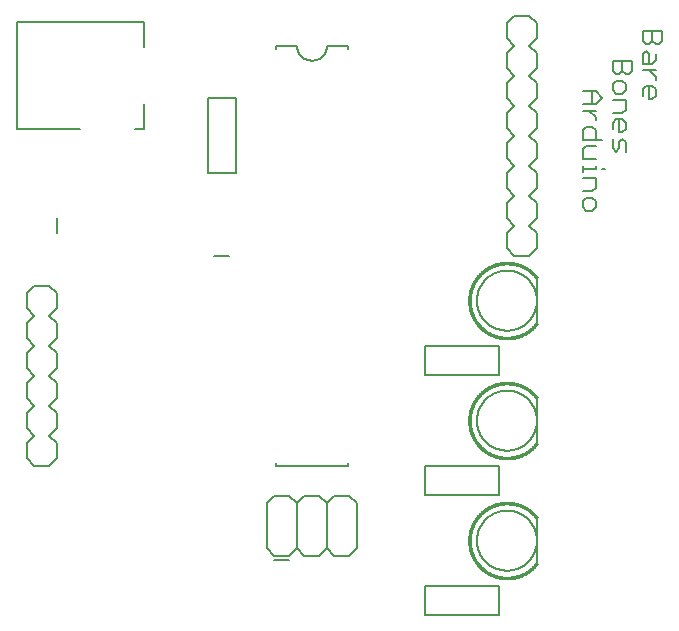
<source format=gto>
G75*
%MOIN*%
%OFA0B0*%
%FSLAX25Y25*%
%IPPOS*%
%LPD*%
%AMOC8*
5,1,8,0,0,1.08239X$1,22.5*
%
%ADD10C,0.00600*%
%ADD11C,0.00800*%
%ADD12C,0.00100*%
D10*
X0643333Y0031500D02*
X0643336Y0031745D01*
X0643345Y0031991D01*
X0643360Y0032236D01*
X0643381Y0032480D01*
X0643408Y0032724D01*
X0643441Y0032967D01*
X0643480Y0033210D01*
X0643525Y0033451D01*
X0643576Y0033691D01*
X0643633Y0033930D01*
X0643695Y0034167D01*
X0643764Y0034403D01*
X0643838Y0034637D01*
X0643918Y0034869D01*
X0644003Y0035099D01*
X0644094Y0035327D01*
X0644191Y0035552D01*
X0644293Y0035776D01*
X0644401Y0035996D01*
X0644514Y0036214D01*
X0644632Y0036429D01*
X0644756Y0036641D01*
X0644884Y0036850D01*
X0645018Y0037056D01*
X0645157Y0037258D01*
X0645301Y0037457D01*
X0645450Y0037652D01*
X0645603Y0037844D01*
X0645761Y0038032D01*
X0645923Y0038216D01*
X0646091Y0038395D01*
X0646262Y0038571D01*
X0646438Y0038742D01*
X0646617Y0038910D01*
X0646801Y0039072D01*
X0646989Y0039230D01*
X0647181Y0039383D01*
X0647376Y0039532D01*
X0647575Y0039676D01*
X0647777Y0039815D01*
X0647983Y0039949D01*
X0648192Y0040077D01*
X0648404Y0040201D01*
X0648619Y0040319D01*
X0648837Y0040432D01*
X0649057Y0040540D01*
X0649281Y0040642D01*
X0649506Y0040739D01*
X0649734Y0040830D01*
X0649964Y0040915D01*
X0650196Y0040995D01*
X0650430Y0041069D01*
X0650666Y0041138D01*
X0650903Y0041200D01*
X0651142Y0041257D01*
X0651382Y0041308D01*
X0651623Y0041353D01*
X0651866Y0041392D01*
X0652109Y0041425D01*
X0652353Y0041452D01*
X0652597Y0041473D01*
X0652842Y0041488D01*
X0653088Y0041497D01*
X0653333Y0041500D01*
X0653578Y0041497D01*
X0653824Y0041488D01*
X0654069Y0041473D01*
X0654313Y0041452D01*
X0654557Y0041425D01*
X0654800Y0041392D01*
X0655043Y0041353D01*
X0655284Y0041308D01*
X0655524Y0041257D01*
X0655763Y0041200D01*
X0656000Y0041138D01*
X0656236Y0041069D01*
X0656470Y0040995D01*
X0656702Y0040915D01*
X0656932Y0040830D01*
X0657160Y0040739D01*
X0657385Y0040642D01*
X0657609Y0040540D01*
X0657829Y0040432D01*
X0658047Y0040319D01*
X0658262Y0040201D01*
X0658474Y0040077D01*
X0658683Y0039949D01*
X0658889Y0039815D01*
X0659091Y0039676D01*
X0659290Y0039532D01*
X0659485Y0039383D01*
X0659677Y0039230D01*
X0659865Y0039072D01*
X0660049Y0038910D01*
X0660228Y0038742D01*
X0660404Y0038571D01*
X0660575Y0038395D01*
X0660743Y0038216D01*
X0660905Y0038032D01*
X0661063Y0037844D01*
X0661216Y0037652D01*
X0661365Y0037457D01*
X0661509Y0037258D01*
X0661648Y0037056D01*
X0661782Y0036850D01*
X0661910Y0036641D01*
X0662034Y0036429D01*
X0662152Y0036214D01*
X0662265Y0035996D01*
X0662373Y0035776D01*
X0662475Y0035552D01*
X0662572Y0035327D01*
X0662663Y0035099D01*
X0662748Y0034869D01*
X0662828Y0034637D01*
X0662902Y0034403D01*
X0662971Y0034167D01*
X0663033Y0033930D01*
X0663090Y0033691D01*
X0663141Y0033451D01*
X0663186Y0033210D01*
X0663225Y0032967D01*
X0663258Y0032724D01*
X0663285Y0032480D01*
X0663306Y0032236D01*
X0663321Y0031991D01*
X0663330Y0031745D01*
X0663333Y0031500D01*
X0663330Y0031255D01*
X0663321Y0031009D01*
X0663306Y0030764D01*
X0663285Y0030520D01*
X0663258Y0030276D01*
X0663225Y0030033D01*
X0663186Y0029790D01*
X0663141Y0029549D01*
X0663090Y0029309D01*
X0663033Y0029070D01*
X0662971Y0028833D01*
X0662902Y0028597D01*
X0662828Y0028363D01*
X0662748Y0028131D01*
X0662663Y0027901D01*
X0662572Y0027673D01*
X0662475Y0027448D01*
X0662373Y0027224D01*
X0662265Y0027004D01*
X0662152Y0026786D01*
X0662034Y0026571D01*
X0661910Y0026359D01*
X0661782Y0026150D01*
X0661648Y0025944D01*
X0661509Y0025742D01*
X0661365Y0025543D01*
X0661216Y0025348D01*
X0661063Y0025156D01*
X0660905Y0024968D01*
X0660743Y0024784D01*
X0660575Y0024605D01*
X0660404Y0024429D01*
X0660228Y0024258D01*
X0660049Y0024090D01*
X0659865Y0023928D01*
X0659677Y0023770D01*
X0659485Y0023617D01*
X0659290Y0023468D01*
X0659091Y0023324D01*
X0658889Y0023185D01*
X0658683Y0023051D01*
X0658474Y0022923D01*
X0658262Y0022799D01*
X0658047Y0022681D01*
X0657829Y0022568D01*
X0657609Y0022460D01*
X0657385Y0022358D01*
X0657160Y0022261D01*
X0656932Y0022170D01*
X0656702Y0022085D01*
X0656470Y0022005D01*
X0656236Y0021931D01*
X0656000Y0021862D01*
X0655763Y0021800D01*
X0655524Y0021743D01*
X0655284Y0021692D01*
X0655043Y0021647D01*
X0654800Y0021608D01*
X0654557Y0021575D01*
X0654313Y0021548D01*
X0654069Y0021527D01*
X0653824Y0021512D01*
X0653578Y0021503D01*
X0653333Y0021500D01*
X0653088Y0021503D01*
X0652842Y0021512D01*
X0652597Y0021527D01*
X0652353Y0021548D01*
X0652109Y0021575D01*
X0651866Y0021608D01*
X0651623Y0021647D01*
X0651382Y0021692D01*
X0651142Y0021743D01*
X0650903Y0021800D01*
X0650666Y0021862D01*
X0650430Y0021931D01*
X0650196Y0022005D01*
X0649964Y0022085D01*
X0649734Y0022170D01*
X0649506Y0022261D01*
X0649281Y0022358D01*
X0649057Y0022460D01*
X0648837Y0022568D01*
X0648619Y0022681D01*
X0648404Y0022799D01*
X0648192Y0022923D01*
X0647983Y0023051D01*
X0647777Y0023185D01*
X0647575Y0023324D01*
X0647376Y0023468D01*
X0647181Y0023617D01*
X0646989Y0023770D01*
X0646801Y0023928D01*
X0646617Y0024090D01*
X0646438Y0024258D01*
X0646262Y0024429D01*
X0646091Y0024605D01*
X0645923Y0024784D01*
X0645761Y0024968D01*
X0645603Y0025156D01*
X0645450Y0025348D01*
X0645301Y0025543D01*
X0645157Y0025742D01*
X0645018Y0025944D01*
X0644884Y0026150D01*
X0644756Y0026359D01*
X0644632Y0026571D01*
X0644514Y0026786D01*
X0644401Y0027004D01*
X0644293Y0027224D01*
X0644191Y0027448D01*
X0644094Y0027673D01*
X0644003Y0027901D01*
X0643918Y0028131D01*
X0643838Y0028363D01*
X0643764Y0028597D01*
X0643695Y0028833D01*
X0643633Y0029070D01*
X0643576Y0029309D01*
X0643525Y0029549D01*
X0643480Y0029790D01*
X0643441Y0030033D01*
X0643408Y0030276D01*
X0643381Y0030520D01*
X0643360Y0030764D01*
X0643345Y0031009D01*
X0643336Y0031255D01*
X0643333Y0031500D01*
X0643333Y0071500D02*
X0643336Y0071745D01*
X0643345Y0071991D01*
X0643360Y0072236D01*
X0643381Y0072480D01*
X0643408Y0072724D01*
X0643441Y0072967D01*
X0643480Y0073210D01*
X0643525Y0073451D01*
X0643576Y0073691D01*
X0643633Y0073930D01*
X0643695Y0074167D01*
X0643764Y0074403D01*
X0643838Y0074637D01*
X0643918Y0074869D01*
X0644003Y0075099D01*
X0644094Y0075327D01*
X0644191Y0075552D01*
X0644293Y0075776D01*
X0644401Y0075996D01*
X0644514Y0076214D01*
X0644632Y0076429D01*
X0644756Y0076641D01*
X0644884Y0076850D01*
X0645018Y0077056D01*
X0645157Y0077258D01*
X0645301Y0077457D01*
X0645450Y0077652D01*
X0645603Y0077844D01*
X0645761Y0078032D01*
X0645923Y0078216D01*
X0646091Y0078395D01*
X0646262Y0078571D01*
X0646438Y0078742D01*
X0646617Y0078910D01*
X0646801Y0079072D01*
X0646989Y0079230D01*
X0647181Y0079383D01*
X0647376Y0079532D01*
X0647575Y0079676D01*
X0647777Y0079815D01*
X0647983Y0079949D01*
X0648192Y0080077D01*
X0648404Y0080201D01*
X0648619Y0080319D01*
X0648837Y0080432D01*
X0649057Y0080540D01*
X0649281Y0080642D01*
X0649506Y0080739D01*
X0649734Y0080830D01*
X0649964Y0080915D01*
X0650196Y0080995D01*
X0650430Y0081069D01*
X0650666Y0081138D01*
X0650903Y0081200D01*
X0651142Y0081257D01*
X0651382Y0081308D01*
X0651623Y0081353D01*
X0651866Y0081392D01*
X0652109Y0081425D01*
X0652353Y0081452D01*
X0652597Y0081473D01*
X0652842Y0081488D01*
X0653088Y0081497D01*
X0653333Y0081500D01*
X0653578Y0081497D01*
X0653824Y0081488D01*
X0654069Y0081473D01*
X0654313Y0081452D01*
X0654557Y0081425D01*
X0654800Y0081392D01*
X0655043Y0081353D01*
X0655284Y0081308D01*
X0655524Y0081257D01*
X0655763Y0081200D01*
X0656000Y0081138D01*
X0656236Y0081069D01*
X0656470Y0080995D01*
X0656702Y0080915D01*
X0656932Y0080830D01*
X0657160Y0080739D01*
X0657385Y0080642D01*
X0657609Y0080540D01*
X0657829Y0080432D01*
X0658047Y0080319D01*
X0658262Y0080201D01*
X0658474Y0080077D01*
X0658683Y0079949D01*
X0658889Y0079815D01*
X0659091Y0079676D01*
X0659290Y0079532D01*
X0659485Y0079383D01*
X0659677Y0079230D01*
X0659865Y0079072D01*
X0660049Y0078910D01*
X0660228Y0078742D01*
X0660404Y0078571D01*
X0660575Y0078395D01*
X0660743Y0078216D01*
X0660905Y0078032D01*
X0661063Y0077844D01*
X0661216Y0077652D01*
X0661365Y0077457D01*
X0661509Y0077258D01*
X0661648Y0077056D01*
X0661782Y0076850D01*
X0661910Y0076641D01*
X0662034Y0076429D01*
X0662152Y0076214D01*
X0662265Y0075996D01*
X0662373Y0075776D01*
X0662475Y0075552D01*
X0662572Y0075327D01*
X0662663Y0075099D01*
X0662748Y0074869D01*
X0662828Y0074637D01*
X0662902Y0074403D01*
X0662971Y0074167D01*
X0663033Y0073930D01*
X0663090Y0073691D01*
X0663141Y0073451D01*
X0663186Y0073210D01*
X0663225Y0072967D01*
X0663258Y0072724D01*
X0663285Y0072480D01*
X0663306Y0072236D01*
X0663321Y0071991D01*
X0663330Y0071745D01*
X0663333Y0071500D01*
X0663330Y0071255D01*
X0663321Y0071009D01*
X0663306Y0070764D01*
X0663285Y0070520D01*
X0663258Y0070276D01*
X0663225Y0070033D01*
X0663186Y0069790D01*
X0663141Y0069549D01*
X0663090Y0069309D01*
X0663033Y0069070D01*
X0662971Y0068833D01*
X0662902Y0068597D01*
X0662828Y0068363D01*
X0662748Y0068131D01*
X0662663Y0067901D01*
X0662572Y0067673D01*
X0662475Y0067448D01*
X0662373Y0067224D01*
X0662265Y0067004D01*
X0662152Y0066786D01*
X0662034Y0066571D01*
X0661910Y0066359D01*
X0661782Y0066150D01*
X0661648Y0065944D01*
X0661509Y0065742D01*
X0661365Y0065543D01*
X0661216Y0065348D01*
X0661063Y0065156D01*
X0660905Y0064968D01*
X0660743Y0064784D01*
X0660575Y0064605D01*
X0660404Y0064429D01*
X0660228Y0064258D01*
X0660049Y0064090D01*
X0659865Y0063928D01*
X0659677Y0063770D01*
X0659485Y0063617D01*
X0659290Y0063468D01*
X0659091Y0063324D01*
X0658889Y0063185D01*
X0658683Y0063051D01*
X0658474Y0062923D01*
X0658262Y0062799D01*
X0658047Y0062681D01*
X0657829Y0062568D01*
X0657609Y0062460D01*
X0657385Y0062358D01*
X0657160Y0062261D01*
X0656932Y0062170D01*
X0656702Y0062085D01*
X0656470Y0062005D01*
X0656236Y0061931D01*
X0656000Y0061862D01*
X0655763Y0061800D01*
X0655524Y0061743D01*
X0655284Y0061692D01*
X0655043Y0061647D01*
X0654800Y0061608D01*
X0654557Y0061575D01*
X0654313Y0061548D01*
X0654069Y0061527D01*
X0653824Y0061512D01*
X0653578Y0061503D01*
X0653333Y0061500D01*
X0653088Y0061503D01*
X0652842Y0061512D01*
X0652597Y0061527D01*
X0652353Y0061548D01*
X0652109Y0061575D01*
X0651866Y0061608D01*
X0651623Y0061647D01*
X0651382Y0061692D01*
X0651142Y0061743D01*
X0650903Y0061800D01*
X0650666Y0061862D01*
X0650430Y0061931D01*
X0650196Y0062005D01*
X0649964Y0062085D01*
X0649734Y0062170D01*
X0649506Y0062261D01*
X0649281Y0062358D01*
X0649057Y0062460D01*
X0648837Y0062568D01*
X0648619Y0062681D01*
X0648404Y0062799D01*
X0648192Y0062923D01*
X0647983Y0063051D01*
X0647777Y0063185D01*
X0647575Y0063324D01*
X0647376Y0063468D01*
X0647181Y0063617D01*
X0646989Y0063770D01*
X0646801Y0063928D01*
X0646617Y0064090D01*
X0646438Y0064258D01*
X0646262Y0064429D01*
X0646091Y0064605D01*
X0645923Y0064784D01*
X0645761Y0064968D01*
X0645603Y0065156D01*
X0645450Y0065348D01*
X0645301Y0065543D01*
X0645157Y0065742D01*
X0645018Y0065944D01*
X0644884Y0066150D01*
X0644756Y0066359D01*
X0644632Y0066571D01*
X0644514Y0066786D01*
X0644401Y0067004D01*
X0644293Y0067224D01*
X0644191Y0067448D01*
X0644094Y0067673D01*
X0644003Y0067901D01*
X0643918Y0068131D01*
X0643838Y0068363D01*
X0643764Y0068597D01*
X0643695Y0068833D01*
X0643633Y0069070D01*
X0643576Y0069309D01*
X0643525Y0069549D01*
X0643480Y0069790D01*
X0643441Y0070033D01*
X0643408Y0070276D01*
X0643381Y0070520D01*
X0643360Y0070764D01*
X0643345Y0071009D01*
X0643336Y0071255D01*
X0643333Y0071500D01*
X0643333Y0111500D02*
X0643336Y0111745D01*
X0643345Y0111991D01*
X0643360Y0112236D01*
X0643381Y0112480D01*
X0643408Y0112724D01*
X0643441Y0112967D01*
X0643480Y0113210D01*
X0643525Y0113451D01*
X0643576Y0113691D01*
X0643633Y0113930D01*
X0643695Y0114167D01*
X0643764Y0114403D01*
X0643838Y0114637D01*
X0643918Y0114869D01*
X0644003Y0115099D01*
X0644094Y0115327D01*
X0644191Y0115552D01*
X0644293Y0115776D01*
X0644401Y0115996D01*
X0644514Y0116214D01*
X0644632Y0116429D01*
X0644756Y0116641D01*
X0644884Y0116850D01*
X0645018Y0117056D01*
X0645157Y0117258D01*
X0645301Y0117457D01*
X0645450Y0117652D01*
X0645603Y0117844D01*
X0645761Y0118032D01*
X0645923Y0118216D01*
X0646091Y0118395D01*
X0646262Y0118571D01*
X0646438Y0118742D01*
X0646617Y0118910D01*
X0646801Y0119072D01*
X0646989Y0119230D01*
X0647181Y0119383D01*
X0647376Y0119532D01*
X0647575Y0119676D01*
X0647777Y0119815D01*
X0647983Y0119949D01*
X0648192Y0120077D01*
X0648404Y0120201D01*
X0648619Y0120319D01*
X0648837Y0120432D01*
X0649057Y0120540D01*
X0649281Y0120642D01*
X0649506Y0120739D01*
X0649734Y0120830D01*
X0649964Y0120915D01*
X0650196Y0120995D01*
X0650430Y0121069D01*
X0650666Y0121138D01*
X0650903Y0121200D01*
X0651142Y0121257D01*
X0651382Y0121308D01*
X0651623Y0121353D01*
X0651866Y0121392D01*
X0652109Y0121425D01*
X0652353Y0121452D01*
X0652597Y0121473D01*
X0652842Y0121488D01*
X0653088Y0121497D01*
X0653333Y0121500D01*
X0653578Y0121497D01*
X0653824Y0121488D01*
X0654069Y0121473D01*
X0654313Y0121452D01*
X0654557Y0121425D01*
X0654800Y0121392D01*
X0655043Y0121353D01*
X0655284Y0121308D01*
X0655524Y0121257D01*
X0655763Y0121200D01*
X0656000Y0121138D01*
X0656236Y0121069D01*
X0656470Y0120995D01*
X0656702Y0120915D01*
X0656932Y0120830D01*
X0657160Y0120739D01*
X0657385Y0120642D01*
X0657609Y0120540D01*
X0657829Y0120432D01*
X0658047Y0120319D01*
X0658262Y0120201D01*
X0658474Y0120077D01*
X0658683Y0119949D01*
X0658889Y0119815D01*
X0659091Y0119676D01*
X0659290Y0119532D01*
X0659485Y0119383D01*
X0659677Y0119230D01*
X0659865Y0119072D01*
X0660049Y0118910D01*
X0660228Y0118742D01*
X0660404Y0118571D01*
X0660575Y0118395D01*
X0660743Y0118216D01*
X0660905Y0118032D01*
X0661063Y0117844D01*
X0661216Y0117652D01*
X0661365Y0117457D01*
X0661509Y0117258D01*
X0661648Y0117056D01*
X0661782Y0116850D01*
X0661910Y0116641D01*
X0662034Y0116429D01*
X0662152Y0116214D01*
X0662265Y0115996D01*
X0662373Y0115776D01*
X0662475Y0115552D01*
X0662572Y0115327D01*
X0662663Y0115099D01*
X0662748Y0114869D01*
X0662828Y0114637D01*
X0662902Y0114403D01*
X0662971Y0114167D01*
X0663033Y0113930D01*
X0663090Y0113691D01*
X0663141Y0113451D01*
X0663186Y0113210D01*
X0663225Y0112967D01*
X0663258Y0112724D01*
X0663285Y0112480D01*
X0663306Y0112236D01*
X0663321Y0111991D01*
X0663330Y0111745D01*
X0663333Y0111500D01*
X0663330Y0111255D01*
X0663321Y0111009D01*
X0663306Y0110764D01*
X0663285Y0110520D01*
X0663258Y0110276D01*
X0663225Y0110033D01*
X0663186Y0109790D01*
X0663141Y0109549D01*
X0663090Y0109309D01*
X0663033Y0109070D01*
X0662971Y0108833D01*
X0662902Y0108597D01*
X0662828Y0108363D01*
X0662748Y0108131D01*
X0662663Y0107901D01*
X0662572Y0107673D01*
X0662475Y0107448D01*
X0662373Y0107224D01*
X0662265Y0107004D01*
X0662152Y0106786D01*
X0662034Y0106571D01*
X0661910Y0106359D01*
X0661782Y0106150D01*
X0661648Y0105944D01*
X0661509Y0105742D01*
X0661365Y0105543D01*
X0661216Y0105348D01*
X0661063Y0105156D01*
X0660905Y0104968D01*
X0660743Y0104784D01*
X0660575Y0104605D01*
X0660404Y0104429D01*
X0660228Y0104258D01*
X0660049Y0104090D01*
X0659865Y0103928D01*
X0659677Y0103770D01*
X0659485Y0103617D01*
X0659290Y0103468D01*
X0659091Y0103324D01*
X0658889Y0103185D01*
X0658683Y0103051D01*
X0658474Y0102923D01*
X0658262Y0102799D01*
X0658047Y0102681D01*
X0657829Y0102568D01*
X0657609Y0102460D01*
X0657385Y0102358D01*
X0657160Y0102261D01*
X0656932Y0102170D01*
X0656702Y0102085D01*
X0656470Y0102005D01*
X0656236Y0101931D01*
X0656000Y0101862D01*
X0655763Y0101800D01*
X0655524Y0101743D01*
X0655284Y0101692D01*
X0655043Y0101647D01*
X0654800Y0101608D01*
X0654557Y0101575D01*
X0654313Y0101548D01*
X0654069Y0101527D01*
X0653824Y0101512D01*
X0653578Y0101503D01*
X0653333Y0101500D01*
X0653088Y0101503D01*
X0652842Y0101512D01*
X0652597Y0101527D01*
X0652353Y0101548D01*
X0652109Y0101575D01*
X0651866Y0101608D01*
X0651623Y0101647D01*
X0651382Y0101692D01*
X0651142Y0101743D01*
X0650903Y0101800D01*
X0650666Y0101862D01*
X0650430Y0101931D01*
X0650196Y0102005D01*
X0649964Y0102085D01*
X0649734Y0102170D01*
X0649506Y0102261D01*
X0649281Y0102358D01*
X0649057Y0102460D01*
X0648837Y0102568D01*
X0648619Y0102681D01*
X0648404Y0102799D01*
X0648192Y0102923D01*
X0647983Y0103051D01*
X0647777Y0103185D01*
X0647575Y0103324D01*
X0647376Y0103468D01*
X0647181Y0103617D01*
X0646989Y0103770D01*
X0646801Y0103928D01*
X0646617Y0104090D01*
X0646438Y0104258D01*
X0646262Y0104429D01*
X0646091Y0104605D01*
X0645923Y0104784D01*
X0645761Y0104968D01*
X0645603Y0105156D01*
X0645450Y0105348D01*
X0645301Y0105543D01*
X0645157Y0105742D01*
X0645018Y0105944D01*
X0644884Y0106150D01*
X0644756Y0106359D01*
X0644632Y0106571D01*
X0644514Y0106786D01*
X0644401Y0107004D01*
X0644293Y0107224D01*
X0644191Y0107448D01*
X0644094Y0107673D01*
X0644003Y0107901D01*
X0643918Y0108131D01*
X0643838Y0108363D01*
X0643764Y0108597D01*
X0643695Y0108833D01*
X0643633Y0109070D01*
X0643576Y0109309D01*
X0643525Y0109549D01*
X0643480Y0109790D01*
X0643441Y0110033D01*
X0643408Y0110276D01*
X0643381Y0110520D01*
X0643360Y0110764D01*
X0643345Y0111009D01*
X0643336Y0111255D01*
X0643333Y0111500D01*
X0678633Y0142547D02*
X0679701Y0141479D01*
X0681836Y0141479D01*
X0682904Y0142547D01*
X0682904Y0144682D01*
X0681836Y0145750D01*
X0679701Y0145750D01*
X0678633Y0144682D01*
X0678633Y0142547D01*
X0678633Y0147925D02*
X0681836Y0147925D01*
X0682904Y0148993D01*
X0682904Y0152195D01*
X0678633Y0152195D01*
X0678633Y0154357D02*
X0678633Y0156492D01*
X0678633Y0155425D02*
X0682904Y0155425D01*
X0682904Y0156492D01*
X0682904Y0158667D02*
X0678633Y0158667D01*
X0678633Y0161870D01*
X0679701Y0162938D01*
X0682904Y0162938D01*
X0682904Y0165113D02*
X0682904Y0168316D01*
X0681836Y0169383D01*
X0679701Y0169383D01*
X0678633Y0168316D01*
X0678633Y0165113D01*
X0685039Y0165113D01*
X0688633Y0165418D02*
X0688633Y0162215D01*
X0689701Y0161148D01*
X0690768Y0162215D01*
X0690768Y0164350D01*
X0691836Y0165418D01*
X0692904Y0164350D01*
X0692904Y0161148D01*
X0691836Y0167593D02*
X0690768Y0167593D01*
X0690768Y0171864D01*
X0689701Y0171864D02*
X0691836Y0171864D01*
X0692904Y0170796D01*
X0692904Y0168661D01*
X0691836Y0167593D01*
X0688633Y0168661D02*
X0688633Y0170796D01*
X0689701Y0171864D01*
X0688633Y0174039D02*
X0691836Y0174039D01*
X0692904Y0175106D01*
X0692904Y0178309D01*
X0688633Y0178309D01*
X0689701Y0180484D02*
X0691836Y0180484D01*
X0692904Y0181552D01*
X0692904Y0183687D01*
X0691836Y0184755D01*
X0689701Y0184755D01*
X0688633Y0183687D01*
X0688633Y0181552D01*
X0689701Y0180484D01*
X0685039Y0179065D02*
X0682904Y0176930D01*
X0678633Y0176930D01*
X0678633Y0174755D02*
X0682904Y0174755D01*
X0680768Y0174755D02*
X0682904Y0172619D01*
X0682904Y0171552D01*
X0681836Y0176930D02*
X0681836Y0181200D01*
X0682904Y0181200D02*
X0685039Y0179065D01*
X0682904Y0181200D02*
X0678633Y0181200D01*
X0688633Y0187997D02*
X0689701Y0186930D01*
X0690768Y0186930D01*
X0691836Y0187997D01*
X0691836Y0191200D01*
X0688633Y0191200D02*
X0688633Y0187997D01*
X0688633Y0191200D02*
X0695039Y0191200D01*
X0695039Y0187997D01*
X0693971Y0186930D01*
X0692904Y0186930D01*
X0691836Y0187997D01*
X0698633Y0188309D02*
X0702904Y0188309D01*
X0702904Y0186174D02*
X0700768Y0188309D01*
X0700768Y0190484D02*
X0700768Y0193687D01*
X0699701Y0194755D01*
X0698633Y0193687D01*
X0698633Y0190484D01*
X0701836Y0190484D01*
X0702904Y0191552D01*
X0702904Y0193687D01*
X0702904Y0196930D02*
X0701836Y0197997D01*
X0701836Y0201200D01*
X0698633Y0201200D02*
X0705039Y0201200D01*
X0705039Y0197997D01*
X0703971Y0196930D01*
X0702904Y0196930D01*
X0701836Y0197997D02*
X0700768Y0196930D01*
X0699701Y0196930D01*
X0698633Y0197997D01*
X0698633Y0201200D01*
X0702904Y0186174D02*
X0702904Y0185106D01*
X0701836Y0182938D02*
X0699701Y0182938D01*
X0698633Y0181870D01*
X0698633Y0179735D01*
X0700768Y0178667D02*
X0700768Y0182938D01*
X0701836Y0182938D02*
X0702904Y0181870D01*
X0702904Y0179735D01*
X0701836Y0178667D01*
X0700768Y0178667D01*
X0686106Y0155425D02*
X0685039Y0155425D01*
D11*
X0495833Y0056500D02*
X0493333Y0059000D01*
X0493333Y0064000D01*
X0495833Y0066500D01*
X0493333Y0069000D01*
X0493333Y0074000D01*
X0495833Y0076500D01*
X0493333Y0079000D01*
X0493333Y0084000D01*
X0495833Y0086500D01*
X0493333Y0089000D01*
X0493333Y0094000D01*
X0495833Y0096500D01*
X0493333Y0099000D01*
X0493333Y0104000D01*
X0495833Y0106500D01*
X0493333Y0109000D01*
X0493333Y0114000D01*
X0495833Y0116500D01*
X0500833Y0116500D01*
X0503333Y0114000D01*
X0503333Y0109000D01*
X0500833Y0106500D01*
X0503333Y0104000D01*
X0503333Y0099000D01*
X0500833Y0096500D01*
X0503333Y0094000D01*
X0503333Y0089000D01*
X0500833Y0086500D01*
X0503333Y0084000D01*
X0503333Y0079000D01*
X0500833Y0076500D01*
X0503333Y0074000D01*
X0503333Y0069000D01*
X0500833Y0066500D01*
X0503333Y0064000D01*
X0503333Y0059000D01*
X0500833Y0056500D01*
X0495833Y0056500D01*
X0573333Y0044000D02*
X0575833Y0046500D01*
X0580833Y0046500D01*
X0583333Y0044000D01*
X0583333Y0029000D01*
X0585833Y0026500D01*
X0590833Y0026500D01*
X0593333Y0029000D01*
X0593333Y0044000D01*
X0595833Y0046500D01*
X0600833Y0046500D01*
X0603333Y0044000D01*
X0603333Y0029000D01*
X0600833Y0026500D01*
X0595833Y0026500D01*
X0593333Y0029000D01*
X0583333Y0029000D02*
X0580833Y0026500D01*
X0575833Y0026500D01*
X0573333Y0029000D01*
X0573333Y0044000D01*
X0583333Y0044000D02*
X0585833Y0046500D01*
X0590833Y0046500D01*
X0593333Y0044000D01*
X0625932Y0046776D02*
X0650735Y0046776D01*
X0650735Y0056224D01*
X0625932Y0056224D01*
X0625932Y0046776D01*
X0600333Y0056500D02*
X0600333Y0057500D01*
X0600333Y0056500D02*
X0576333Y0056500D01*
X0576333Y0057500D01*
X0663333Y0064000D02*
X0663333Y0079000D01*
X0650735Y0086776D02*
X0625932Y0086776D01*
X0625932Y0096224D01*
X0650735Y0096224D01*
X0650735Y0086776D01*
X0663333Y0104000D02*
X0663333Y0119000D01*
X0660833Y0126500D02*
X0655833Y0126500D01*
X0653333Y0129000D01*
X0653333Y0134000D01*
X0655833Y0136500D01*
X0653333Y0139000D01*
X0653333Y0144000D01*
X0655833Y0146500D01*
X0653333Y0149000D01*
X0653333Y0154000D01*
X0655833Y0156500D01*
X0653333Y0159000D01*
X0653333Y0164000D01*
X0655833Y0166500D01*
X0653333Y0169000D01*
X0653333Y0174000D01*
X0655833Y0176500D01*
X0653333Y0179000D01*
X0653333Y0184000D01*
X0655833Y0186500D01*
X0653333Y0189000D01*
X0653333Y0194000D01*
X0655833Y0196500D01*
X0653333Y0199000D01*
X0653333Y0204000D01*
X0655833Y0206500D01*
X0660833Y0206500D01*
X0663333Y0204000D01*
X0663333Y0199000D01*
X0660833Y0196500D01*
X0663333Y0194000D01*
X0663333Y0189000D01*
X0660833Y0186500D01*
X0663333Y0184000D01*
X0663333Y0179000D01*
X0660833Y0176500D01*
X0663333Y0174000D01*
X0663333Y0169000D01*
X0660833Y0166500D01*
X0663333Y0164000D01*
X0663333Y0159000D01*
X0660833Y0156500D01*
X0663333Y0154000D01*
X0663333Y0149000D01*
X0660833Y0146500D01*
X0663333Y0144000D01*
X0663333Y0139000D01*
X0660833Y0136500D01*
X0663333Y0134000D01*
X0663333Y0129000D01*
X0660833Y0126500D01*
X0560833Y0126500D02*
X0555833Y0126500D01*
X0503333Y0134000D02*
X0503333Y0139000D01*
X0553609Y0154098D02*
X0553609Y0178902D01*
X0563058Y0178902D01*
X0563058Y0154098D01*
X0553609Y0154098D01*
X0532270Y0168783D02*
X0529514Y0168783D01*
X0532270Y0168783D02*
X0532270Y0177051D01*
X0511010Y0168783D02*
X0490144Y0168783D01*
X0490144Y0204217D01*
X0532270Y0204217D01*
X0532270Y0195949D01*
X0576333Y0195500D02*
X0576333Y0196500D01*
X0583333Y0196500D01*
X0583335Y0196360D01*
X0583341Y0196220D01*
X0583351Y0196080D01*
X0583364Y0195940D01*
X0583382Y0195801D01*
X0583404Y0195662D01*
X0583429Y0195525D01*
X0583458Y0195387D01*
X0583491Y0195251D01*
X0583528Y0195116D01*
X0583569Y0194982D01*
X0583614Y0194849D01*
X0583662Y0194717D01*
X0583714Y0194587D01*
X0583769Y0194458D01*
X0583828Y0194331D01*
X0583891Y0194205D01*
X0583957Y0194081D01*
X0584026Y0193960D01*
X0584099Y0193840D01*
X0584176Y0193722D01*
X0584255Y0193607D01*
X0584338Y0193493D01*
X0584424Y0193383D01*
X0584513Y0193274D01*
X0584605Y0193168D01*
X0584700Y0193065D01*
X0584797Y0192964D01*
X0584898Y0192867D01*
X0585001Y0192772D01*
X0585107Y0192680D01*
X0585216Y0192591D01*
X0585326Y0192505D01*
X0585440Y0192422D01*
X0585555Y0192343D01*
X0585673Y0192266D01*
X0585793Y0192193D01*
X0585914Y0192124D01*
X0586038Y0192058D01*
X0586164Y0191995D01*
X0586291Y0191936D01*
X0586420Y0191881D01*
X0586550Y0191829D01*
X0586682Y0191781D01*
X0586815Y0191736D01*
X0586949Y0191695D01*
X0587084Y0191658D01*
X0587220Y0191625D01*
X0587358Y0191596D01*
X0587495Y0191571D01*
X0587634Y0191549D01*
X0587773Y0191531D01*
X0587913Y0191518D01*
X0588053Y0191508D01*
X0588193Y0191502D01*
X0588333Y0191500D01*
X0588473Y0191502D01*
X0588613Y0191508D01*
X0588753Y0191518D01*
X0588893Y0191531D01*
X0589032Y0191549D01*
X0589171Y0191571D01*
X0589308Y0191596D01*
X0589446Y0191625D01*
X0589582Y0191658D01*
X0589717Y0191695D01*
X0589851Y0191736D01*
X0589984Y0191781D01*
X0590116Y0191829D01*
X0590246Y0191881D01*
X0590375Y0191936D01*
X0590502Y0191995D01*
X0590628Y0192058D01*
X0590752Y0192124D01*
X0590873Y0192193D01*
X0590993Y0192266D01*
X0591111Y0192343D01*
X0591226Y0192422D01*
X0591340Y0192505D01*
X0591450Y0192591D01*
X0591559Y0192680D01*
X0591665Y0192772D01*
X0591768Y0192867D01*
X0591869Y0192964D01*
X0591966Y0193065D01*
X0592061Y0193168D01*
X0592153Y0193274D01*
X0592242Y0193383D01*
X0592328Y0193493D01*
X0592411Y0193607D01*
X0592490Y0193722D01*
X0592567Y0193840D01*
X0592640Y0193960D01*
X0592709Y0194081D01*
X0592775Y0194205D01*
X0592838Y0194331D01*
X0592897Y0194458D01*
X0592952Y0194587D01*
X0593004Y0194717D01*
X0593052Y0194849D01*
X0593097Y0194982D01*
X0593138Y0195116D01*
X0593175Y0195251D01*
X0593208Y0195387D01*
X0593237Y0195525D01*
X0593262Y0195662D01*
X0593284Y0195801D01*
X0593302Y0195940D01*
X0593315Y0196080D01*
X0593325Y0196220D01*
X0593331Y0196360D01*
X0593333Y0196500D01*
X0600333Y0196500D01*
X0600333Y0195500D01*
X0663333Y0039000D02*
X0663333Y0024000D01*
X0650735Y0016224D02*
X0650735Y0006776D01*
X0625932Y0006776D01*
X0625932Y0016224D01*
X0650735Y0016224D01*
X0580833Y0025181D02*
X0575833Y0025181D01*
D12*
X0663662Y0039309D02*
X0662942Y0038769D01*
X0662943Y0038770D02*
X0662762Y0039003D01*
X0662576Y0039231D01*
X0662384Y0039455D01*
X0662187Y0039674D01*
X0661985Y0039888D01*
X0661777Y0040097D01*
X0661564Y0040300D01*
X0661347Y0040499D01*
X0661124Y0040692D01*
X0660897Y0040880D01*
X0660666Y0041062D01*
X0660430Y0041239D01*
X0660189Y0041409D01*
X0659945Y0041574D01*
X0659697Y0041732D01*
X0659445Y0041885D01*
X0659189Y0042031D01*
X0658930Y0042171D01*
X0658667Y0042305D01*
X0658402Y0042432D01*
X0658133Y0042553D01*
X0657861Y0042667D01*
X0657587Y0042774D01*
X0657310Y0042875D01*
X0657031Y0042969D01*
X0656749Y0043056D01*
X0656466Y0043136D01*
X0656180Y0043209D01*
X0655893Y0043275D01*
X0655604Y0043334D01*
X0655314Y0043386D01*
X0655023Y0043431D01*
X0654731Y0043469D01*
X0654438Y0043499D01*
X0654144Y0043523D01*
X0653850Y0043539D01*
X0653556Y0043548D01*
X0653261Y0043550D01*
X0652966Y0043544D01*
X0652672Y0043532D01*
X0652378Y0043512D01*
X0652085Y0043485D01*
X0651792Y0043451D01*
X0651500Y0043410D01*
X0651210Y0043361D01*
X0650920Y0043306D01*
X0650633Y0043244D01*
X0650346Y0043174D01*
X0650062Y0043097D01*
X0649779Y0043014D01*
X0649499Y0042924D01*
X0649221Y0042827D01*
X0648945Y0042723D01*
X0648672Y0042612D01*
X0648402Y0042495D01*
X0648134Y0042371D01*
X0647870Y0042241D01*
X0647609Y0042104D01*
X0647352Y0041961D01*
X0647098Y0041811D01*
X0646847Y0041656D01*
X0646601Y0041494D01*
X0646359Y0041327D01*
X0646121Y0041153D01*
X0645887Y0040974D01*
X0645657Y0040789D01*
X0645433Y0040599D01*
X0645212Y0040403D01*
X0644997Y0040202D01*
X0644787Y0039995D01*
X0644582Y0039784D01*
X0644382Y0039567D01*
X0644187Y0039346D01*
X0643998Y0039120D01*
X0643815Y0038890D01*
X0643637Y0038655D01*
X0643465Y0038415D01*
X0643299Y0038172D01*
X0643139Y0037925D01*
X0642985Y0037674D01*
X0642837Y0037419D01*
X0642695Y0037160D01*
X0642560Y0036899D01*
X0642431Y0036634D01*
X0642309Y0036366D01*
X0642193Y0036095D01*
X0642084Y0035821D01*
X0641982Y0035545D01*
X0641887Y0035266D01*
X0641798Y0034985D01*
X0641716Y0034702D01*
X0641641Y0034417D01*
X0641574Y0034130D01*
X0641513Y0033842D01*
X0641459Y0033552D01*
X0641412Y0033261D01*
X0641373Y0032969D01*
X0641341Y0032677D01*
X0641315Y0032383D01*
X0641297Y0032089D01*
X0641287Y0031795D01*
X0641283Y0031500D01*
X0641287Y0031205D01*
X0641297Y0030911D01*
X0641315Y0030617D01*
X0641341Y0030323D01*
X0641373Y0030031D01*
X0641412Y0029739D01*
X0641459Y0029448D01*
X0641513Y0029158D01*
X0641574Y0028870D01*
X0641641Y0028583D01*
X0641716Y0028298D01*
X0641798Y0028015D01*
X0641887Y0027734D01*
X0641982Y0027455D01*
X0642084Y0027179D01*
X0642193Y0026905D01*
X0642309Y0026634D01*
X0642431Y0026366D01*
X0642560Y0026101D01*
X0642695Y0025840D01*
X0642837Y0025581D01*
X0642985Y0025326D01*
X0643139Y0025075D01*
X0643299Y0024828D01*
X0643465Y0024585D01*
X0643637Y0024345D01*
X0643815Y0024110D01*
X0643998Y0023880D01*
X0644187Y0023654D01*
X0644382Y0023433D01*
X0644582Y0023216D01*
X0644787Y0023005D01*
X0644997Y0022798D01*
X0645212Y0022597D01*
X0645433Y0022401D01*
X0645657Y0022211D01*
X0645887Y0022026D01*
X0646121Y0021847D01*
X0646359Y0021673D01*
X0646601Y0021506D01*
X0646847Y0021344D01*
X0647098Y0021189D01*
X0647352Y0021039D01*
X0647609Y0020896D01*
X0647870Y0020759D01*
X0648134Y0020629D01*
X0648402Y0020505D01*
X0648672Y0020388D01*
X0648945Y0020277D01*
X0649221Y0020173D01*
X0649499Y0020076D01*
X0649779Y0019986D01*
X0650062Y0019903D01*
X0650346Y0019826D01*
X0650633Y0019756D01*
X0650920Y0019694D01*
X0651210Y0019639D01*
X0651500Y0019590D01*
X0651792Y0019549D01*
X0652085Y0019515D01*
X0652378Y0019488D01*
X0652672Y0019468D01*
X0652966Y0019456D01*
X0653261Y0019450D01*
X0653556Y0019452D01*
X0653850Y0019461D01*
X0654144Y0019477D01*
X0654438Y0019501D01*
X0654731Y0019531D01*
X0655023Y0019569D01*
X0655314Y0019614D01*
X0655604Y0019666D01*
X0655893Y0019725D01*
X0656180Y0019791D01*
X0656466Y0019864D01*
X0656749Y0019944D01*
X0657031Y0020031D01*
X0657310Y0020125D01*
X0657587Y0020226D01*
X0657861Y0020333D01*
X0658133Y0020447D01*
X0658402Y0020568D01*
X0658667Y0020695D01*
X0658930Y0020829D01*
X0659189Y0020969D01*
X0659445Y0021115D01*
X0659697Y0021268D01*
X0659945Y0021426D01*
X0660189Y0021591D01*
X0660430Y0021761D01*
X0660666Y0021938D01*
X0660897Y0022120D01*
X0661124Y0022308D01*
X0661347Y0022501D01*
X0661564Y0022700D01*
X0661777Y0022903D01*
X0661985Y0023112D01*
X0662187Y0023326D01*
X0662384Y0023545D01*
X0662576Y0023769D01*
X0662762Y0023997D01*
X0662943Y0024230D01*
X0663662Y0023691D01*
X0663663Y0023690D01*
X0663469Y0023440D01*
X0663269Y0023194D01*
X0663063Y0022954D01*
X0662851Y0022719D01*
X0662633Y0022489D01*
X0662410Y0022264D01*
X0662182Y0022045D01*
X0661948Y0021831D01*
X0661709Y0021623D01*
X0661465Y0021421D01*
X0661216Y0021226D01*
X0660962Y0021036D01*
X0660704Y0020853D01*
X0660442Y0020676D01*
X0660175Y0020505D01*
X0659904Y0020341D01*
X0659629Y0020184D01*
X0659351Y0020033D01*
X0659068Y0019889D01*
X0658783Y0019753D01*
X0658494Y0019623D01*
X0658202Y0019500D01*
X0657907Y0019385D01*
X0657610Y0019277D01*
X0657309Y0019176D01*
X0657007Y0019082D01*
X0656702Y0018996D01*
X0656395Y0018917D01*
X0656087Y0018846D01*
X0655777Y0018783D01*
X0655465Y0018727D01*
X0655152Y0018678D01*
X0654838Y0018638D01*
X0654523Y0018605D01*
X0654207Y0018580D01*
X0653891Y0018562D01*
X0653575Y0018552D01*
X0653258Y0018550D01*
X0652941Y0018556D01*
X0652625Y0018569D01*
X0652309Y0018591D01*
X0651994Y0018619D01*
X0651679Y0018656D01*
X0651366Y0018700D01*
X0651053Y0018752D01*
X0650742Y0018812D01*
X0650433Y0018879D01*
X0650125Y0018954D01*
X0649819Y0019036D01*
X0649516Y0019125D01*
X0649214Y0019222D01*
X0648915Y0019327D01*
X0648619Y0019439D01*
X0648325Y0019557D01*
X0648035Y0019683D01*
X0647748Y0019816D01*
X0647463Y0019957D01*
X0647183Y0020104D01*
X0646906Y0020257D01*
X0646633Y0020418D01*
X0646364Y0020585D01*
X0646099Y0020759D01*
X0645839Y0020939D01*
X0645583Y0021125D01*
X0645332Y0021318D01*
X0645085Y0021516D01*
X0644843Y0021721D01*
X0644607Y0021931D01*
X0644375Y0022148D01*
X0644150Y0022370D01*
X0643929Y0022597D01*
X0643714Y0022829D01*
X0643505Y0023067D01*
X0643302Y0023310D01*
X0643104Y0023558D01*
X0642913Y0023810D01*
X0642728Y0024067D01*
X0642550Y0024329D01*
X0642378Y0024595D01*
X0642212Y0024864D01*
X0642053Y0025138D01*
X0641901Y0025416D01*
X0641756Y0025697D01*
X0641617Y0025982D01*
X0641486Y0026270D01*
X0641362Y0026562D01*
X0641244Y0026856D01*
X0641134Y0027153D01*
X0641032Y0027452D01*
X0640937Y0027754D01*
X0640849Y0028058D01*
X0640768Y0028365D01*
X0640695Y0028673D01*
X0640630Y0028983D01*
X0640572Y0029294D01*
X0640522Y0029607D01*
X0640480Y0029921D01*
X0640445Y0030235D01*
X0640418Y0030551D01*
X0640398Y0030867D01*
X0640387Y0031183D01*
X0640383Y0031500D01*
X0640387Y0031817D01*
X0640398Y0032133D01*
X0640418Y0032449D01*
X0640445Y0032765D01*
X0640480Y0033079D01*
X0640522Y0033393D01*
X0640572Y0033706D01*
X0640630Y0034017D01*
X0640695Y0034327D01*
X0640768Y0034635D01*
X0640849Y0034942D01*
X0640937Y0035246D01*
X0641032Y0035548D01*
X0641134Y0035847D01*
X0641244Y0036144D01*
X0641362Y0036438D01*
X0641486Y0036730D01*
X0641617Y0037018D01*
X0641756Y0037303D01*
X0641901Y0037584D01*
X0642053Y0037862D01*
X0642212Y0038136D01*
X0642378Y0038405D01*
X0642550Y0038671D01*
X0642728Y0038933D01*
X0642913Y0039190D01*
X0643104Y0039442D01*
X0643302Y0039690D01*
X0643505Y0039933D01*
X0643714Y0040171D01*
X0643929Y0040403D01*
X0644150Y0040630D01*
X0644375Y0040852D01*
X0644607Y0041069D01*
X0644843Y0041279D01*
X0645085Y0041484D01*
X0645332Y0041682D01*
X0645583Y0041875D01*
X0645839Y0042061D01*
X0646099Y0042241D01*
X0646364Y0042415D01*
X0646633Y0042582D01*
X0646906Y0042743D01*
X0647183Y0042896D01*
X0647463Y0043043D01*
X0647748Y0043184D01*
X0648035Y0043317D01*
X0648325Y0043443D01*
X0648619Y0043561D01*
X0648915Y0043673D01*
X0649214Y0043778D01*
X0649516Y0043875D01*
X0649819Y0043964D01*
X0650125Y0044046D01*
X0650433Y0044121D01*
X0650742Y0044188D01*
X0651053Y0044248D01*
X0651366Y0044300D01*
X0651679Y0044344D01*
X0651994Y0044381D01*
X0652309Y0044409D01*
X0652625Y0044431D01*
X0652941Y0044444D01*
X0653258Y0044450D01*
X0653575Y0044448D01*
X0653891Y0044438D01*
X0654207Y0044420D01*
X0654523Y0044395D01*
X0654838Y0044362D01*
X0655152Y0044322D01*
X0655465Y0044273D01*
X0655777Y0044217D01*
X0656087Y0044154D01*
X0656395Y0044083D01*
X0656702Y0044004D01*
X0657007Y0043918D01*
X0657309Y0043824D01*
X0657610Y0043723D01*
X0657907Y0043615D01*
X0658202Y0043500D01*
X0658494Y0043377D01*
X0658783Y0043247D01*
X0659068Y0043111D01*
X0659351Y0042967D01*
X0659629Y0042816D01*
X0659904Y0042659D01*
X0660175Y0042495D01*
X0660442Y0042324D01*
X0660704Y0042147D01*
X0660962Y0041964D01*
X0661216Y0041774D01*
X0661465Y0041579D01*
X0661709Y0041377D01*
X0661948Y0041169D01*
X0662182Y0040955D01*
X0662410Y0040736D01*
X0662633Y0040511D01*
X0662851Y0040281D01*
X0663063Y0040046D01*
X0663269Y0039806D01*
X0663469Y0039560D01*
X0663663Y0039310D01*
X0663588Y0039254D01*
X0663395Y0039502D01*
X0663196Y0039746D01*
X0662992Y0039984D01*
X0662782Y0040218D01*
X0662566Y0040446D01*
X0662344Y0040669D01*
X0662117Y0040887D01*
X0661885Y0041099D01*
X0661648Y0041305D01*
X0661406Y0041506D01*
X0661158Y0041700D01*
X0660907Y0041888D01*
X0660650Y0042070D01*
X0660390Y0042246D01*
X0660125Y0042415D01*
X0659856Y0042578D01*
X0659583Y0042734D01*
X0659307Y0042884D01*
X0659027Y0043026D01*
X0658743Y0043162D01*
X0658456Y0043291D01*
X0658166Y0043413D01*
X0657874Y0043527D01*
X0657578Y0043635D01*
X0657280Y0043735D01*
X0656980Y0043828D01*
X0656677Y0043913D01*
X0656373Y0043991D01*
X0656067Y0044062D01*
X0655759Y0044125D01*
X0655449Y0044181D01*
X0655139Y0044229D01*
X0654827Y0044269D01*
X0654514Y0044302D01*
X0654201Y0044327D01*
X0653887Y0044344D01*
X0653573Y0044354D01*
X0653258Y0044356D01*
X0652944Y0044350D01*
X0652630Y0044337D01*
X0652316Y0044316D01*
X0652003Y0044287D01*
X0651691Y0044251D01*
X0651380Y0044207D01*
X0651070Y0044155D01*
X0650761Y0044096D01*
X0650454Y0044029D01*
X0650148Y0043955D01*
X0649845Y0043874D01*
X0649543Y0043785D01*
X0649244Y0043688D01*
X0648947Y0043585D01*
X0648653Y0043474D01*
X0648362Y0043356D01*
X0648073Y0043231D01*
X0647788Y0043099D01*
X0647506Y0042960D01*
X0647228Y0042814D01*
X0646953Y0042661D01*
X0646682Y0042502D01*
X0646415Y0042336D01*
X0646152Y0042163D01*
X0645893Y0041985D01*
X0645639Y0041800D01*
X0645390Y0041608D01*
X0645145Y0041411D01*
X0644905Y0041208D01*
X0644670Y0040999D01*
X0644440Y0040784D01*
X0644216Y0040564D01*
X0643997Y0040339D01*
X0643784Y0040108D01*
X0643576Y0039872D01*
X0643374Y0039630D01*
X0643179Y0039385D01*
X0642989Y0039134D01*
X0642805Y0038879D01*
X0642628Y0038619D01*
X0642457Y0038355D01*
X0642293Y0038087D01*
X0642135Y0037815D01*
X0641984Y0037540D01*
X0641840Y0037260D01*
X0641702Y0036978D01*
X0641572Y0036692D01*
X0641448Y0036403D01*
X0641332Y0036110D01*
X0641223Y0035816D01*
X0641121Y0035518D01*
X0641027Y0035219D01*
X0640939Y0034916D01*
X0640859Y0034612D01*
X0640787Y0034307D01*
X0640722Y0033999D01*
X0640665Y0033690D01*
X0640615Y0033379D01*
X0640573Y0033068D01*
X0640538Y0032755D01*
X0640512Y0032442D01*
X0640492Y0032128D01*
X0640481Y0031814D01*
X0640477Y0031500D01*
X0640481Y0031186D01*
X0640492Y0030872D01*
X0640512Y0030558D01*
X0640538Y0030245D01*
X0640573Y0029932D01*
X0640615Y0029621D01*
X0640665Y0029310D01*
X0640722Y0029001D01*
X0640787Y0028693D01*
X0640859Y0028388D01*
X0640939Y0028084D01*
X0641027Y0027781D01*
X0641121Y0027482D01*
X0641223Y0027184D01*
X0641332Y0026890D01*
X0641448Y0026597D01*
X0641572Y0026308D01*
X0641702Y0026022D01*
X0641840Y0025740D01*
X0641984Y0025460D01*
X0642135Y0025185D01*
X0642293Y0024913D01*
X0642457Y0024645D01*
X0642628Y0024381D01*
X0642805Y0024121D01*
X0642989Y0023866D01*
X0643179Y0023615D01*
X0643374Y0023370D01*
X0643576Y0023128D01*
X0643784Y0022892D01*
X0643997Y0022661D01*
X0644216Y0022436D01*
X0644440Y0022216D01*
X0644670Y0022001D01*
X0644905Y0021792D01*
X0645145Y0021589D01*
X0645390Y0021392D01*
X0645639Y0021200D01*
X0645893Y0021015D01*
X0646152Y0020837D01*
X0646415Y0020664D01*
X0646682Y0020498D01*
X0646953Y0020339D01*
X0647228Y0020186D01*
X0647506Y0020040D01*
X0647788Y0019901D01*
X0648073Y0019769D01*
X0648362Y0019644D01*
X0648653Y0019526D01*
X0648947Y0019415D01*
X0649244Y0019312D01*
X0649543Y0019215D01*
X0649845Y0019126D01*
X0650148Y0019045D01*
X0650454Y0018971D01*
X0650761Y0018904D01*
X0651070Y0018845D01*
X0651380Y0018793D01*
X0651691Y0018749D01*
X0652003Y0018713D01*
X0652316Y0018684D01*
X0652630Y0018663D01*
X0652944Y0018650D01*
X0653258Y0018644D01*
X0653573Y0018646D01*
X0653887Y0018656D01*
X0654201Y0018673D01*
X0654514Y0018698D01*
X0654827Y0018731D01*
X0655139Y0018771D01*
X0655449Y0018819D01*
X0655759Y0018875D01*
X0656067Y0018938D01*
X0656373Y0019009D01*
X0656677Y0019087D01*
X0656980Y0019172D01*
X0657280Y0019265D01*
X0657578Y0019365D01*
X0657874Y0019473D01*
X0658166Y0019587D01*
X0658456Y0019709D01*
X0658743Y0019838D01*
X0659027Y0019974D01*
X0659307Y0020116D01*
X0659583Y0020266D01*
X0659856Y0020422D01*
X0660125Y0020585D01*
X0660390Y0020754D01*
X0660650Y0020930D01*
X0660907Y0021112D01*
X0661158Y0021300D01*
X0661406Y0021494D01*
X0661648Y0021695D01*
X0661885Y0021901D01*
X0662117Y0022113D01*
X0662344Y0022331D01*
X0662566Y0022554D01*
X0662782Y0022782D01*
X0662992Y0023016D01*
X0663196Y0023254D01*
X0663395Y0023498D01*
X0663588Y0023746D01*
X0663513Y0023803D01*
X0663321Y0023556D01*
X0663124Y0023314D01*
X0662921Y0023077D01*
X0662712Y0022846D01*
X0662498Y0022619D01*
X0662278Y0022397D01*
X0662053Y0022181D01*
X0661822Y0021971D01*
X0661587Y0021766D01*
X0661346Y0021567D01*
X0661101Y0021374D01*
X0660851Y0021188D01*
X0660597Y0021007D01*
X0660338Y0020832D01*
X0660075Y0020664D01*
X0659808Y0020503D01*
X0659537Y0020348D01*
X0659263Y0020199D01*
X0658985Y0020058D01*
X0658703Y0019923D01*
X0658419Y0019795D01*
X0658131Y0019674D01*
X0657840Y0019560D01*
X0657547Y0019454D01*
X0657251Y0019354D01*
X0656953Y0019262D01*
X0656653Y0019177D01*
X0656350Y0019100D01*
X0656046Y0019030D01*
X0655741Y0018967D01*
X0655434Y0018912D01*
X0655125Y0018864D01*
X0654816Y0018824D01*
X0654505Y0018792D01*
X0654194Y0018767D01*
X0653883Y0018750D01*
X0653571Y0018740D01*
X0653259Y0018738D01*
X0652947Y0018744D01*
X0652635Y0018757D01*
X0652324Y0018778D01*
X0652013Y0018806D01*
X0651703Y0018843D01*
X0651394Y0018886D01*
X0651086Y0018937D01*
X0650779Y0018996D01*
X0650475Y0019062D01*
X0650171Y0019136D01*
X0649870Y0019217D01*
X0649571Y0019305D01*
X0649274Y0019401D01*
X0648979Y0019504D01*
X0648687Y0019614D01*
X0648398Y0019731D01*
X0648111Y0019855D01*
X0647828Y0019986D01*
X0647548Y0020124D01*
X0647272Y0020269D01*
X0646999Y0020421D01*
X0646730Y0020579D01*
X0646465Y0020744D01*
X0646204Y0020915D01*
X0645948Y0021092D01*
X0645695Y0021276D01*
X0645448Y0021466D01*
X0645205Y0021661D01*
X0644966Y0021863D01*
X0644733Y0022071D01*
X0644505Y0022284D01*
X0644283Y0022502D01*
X0644065Y0022726D01*
X0643854Y0022955D01*
X0643648Y0023190D01*
X0643447Y0023429D01*
X0643253Y0023673D01*
X0643065Y0023922D01*
X0642882Y0024175D01*
X0642706Y0024433D01*
X0642537Y0024695D01*
X0642374Y0024961D01*
X0642217Y0025231D01*
X0642067Y0025505D01*
X0641924Y0025782D01*
X0641787Y0026062D01*
X0641658Y0026346D01*
X0641535Y0026633D01*
X0641420Y0026923D01*
X0641312Y0027216D01*
X0641210Y0027511D01*
X0641116Y0027809D01*
X0641030Y0028109D01*
X0640951Y0028410D01*
X0640879Y0028714D01*
X0640814Y0029019D01*
X0640757Y0029326D01*
X0640708Y0029634D01*
X0640666Y0029944D01*
X0640632Y0030254D01*
X0640605Y0030565D01*
X0640586Y0030876D01*
X0640575Y0031188D01*
X0640571Y0031500D01*
X0640575Y0031812D01*
X0640586Y0032124D01*
X0640605Y0032435D01*
X0640632Y0032746D01*
X0640666Y0033056D01*
X0640708Y0033366D01*
X0640757Y0033674D01*
X0640814Y0033981D01*
X0640879Y0034286D01*
X0640951Y0034590D01*
X0641030Y0034891D01*
X0641116Y0035191D01*
X0641210Y0035489D01*
X0641312Y0035784D01*
X0641420Y0036077D01*
X0641535Y0036367D01*
X0641658Y0036654D01*
X0641787Y0036938D01*
X0641924Y0037218D01*
X0642067Y0037495D01*
X0642217Y0037769D01*
X0642374Y0038039D01*
X0642537Y0038305D01*
X0642706Y0038567D01*
X0642882Y0038825D01*
X0643065Y0039078D01*
X0643253Y0039327D01*
X0643447Y0039571D01*
X0643648Y0039810D01*
X0643854Y0040045D01*
X0644065Y0040274D01*
X0644283Y0040498D01*
X0644505Y0040716D01*
X0644733Y0040929D01*
X0644966Y0041137D01*
X0645205Y0041339D01*
X0645448Y0041534D01*
X0645695Y0041724D01*
X0645948Y0041908D01*
X0646204Y0042085D01*
X0646465Y0042256D01*
X0646730Y0042421D01*
X0646999Y0042579D01*
X0647272Y0042731D01*
X0647548Y0042876D01*
X0647828Y0043014D01*
X0648111Y0043145D01*
X0648398Y0043269D01*
X0648687Y0043386D01*
X0648979Y0043496D01*
X0649274Y0043599D01*
X0649571Y0043695D01*
X0649870Y0043783D01*
X0650171Y0043864D01*
X0650475Y0043938D01*
X0650779Y0044004D01*
X0651086Y0044063D01*
X0651394Y0044114D01*
X0651703Y0044157D01*
X0652013Y0044194D01*
X0652324Y0044222D01*
X0652635Y0044243D01*
X0652947Y0044256D01*
X0653259Y0044262D01*
X0653571Y0044260D01*
X0653883Y0044250D01*
X0654194Y0044233D01*
X0654505Y0044208D01*
X0654816Y0044176D01*
X0655125Y0044136D01*
X0655434Y0044088D01*
X0655741Y0044033D01*
X0656046Y0043970D01*
X0656350Y0043900D01*
X0656653Y0043823D01*
X0656953Y0043738D01*
X0657251Y0043646D01*
X0657547Y0043546D01*
X0657840Y0043440D01*
X0658131Y0043326D01*
X0658419Y0043205D01*
X0658703Y0043077D01*
X0658985Y0042942D01*
X0659263Y0042801D01*
X0659537Y0042652D01*
X0659808Y0042497D01*
X0660075Y0042336D01*
X0660338Y0042168D01*
X0660597Y0041993D01*
X0660851Y0041812D01*
X0661101Y0041626D01*
X0661346Y0041433D01*
X0661587Y0041234D01*
X0661822Y0041029D01*
X0662053Y0040819D01*
X0662278Y0040603D01*
X0662498Y0040381D01*
X0662712Y0040154D01*
X0662921Y0039923D01*
X0663124Y0039686D01*
X0663321Y0039444D01*
X0663513Y0039197D01*
X0663437Y0039141D01*
X0663247Y0039386D01*
X0663052Y0039626D01*
X0662850Y0039861D01*
X0662643Y0040091D01*
X0662430Y0040316D01*
X0662212Y0040536D01*
X0661988Y0040750D01*
X0661759Y0040959D01*
X0661526Y0041162D01*
X0661287Y0041360D01*
X0661044Y0041551D01*
X0660795Y0041737D01*
X0660543Y0041916D01*
X0660286Y0042089D01*
X0660025Y0042256D01*
X0659760Y0042417D01*
X0659491Y0042570D01*
X0659219Y0042718D01*
X0658943Y0042858D01*
X0658663Y0042992D01*
X0658381Y0043119D01*
X0658095Y0043239D01*
X0657807Y0043352D01*
X0657516Y0043458D01*
X0657222Y0043556D01*
X0656926Y0043648D01*
X0656628Y0043732D01*
X0656328Y0043809D01*
X0656026Y0043878D01*
X0655723Y0043941D01*
X0655418Y0043995D01*
X0655112Y0044043D01*
X0654804Y0044082D01*
X0654496Y0044114D01*
X0654188Y0044139D01*
X0653878Y0044156D01*
X0653569Y0044166D01*
X0653259Y0044168D01*
X0652949Y0044162D01*
X0652640Y0044149D01*
X0652331Y0044128D01*
X0652022Y0044100D01*
X0651715Y0044064D01*
X0651408Y0044021D01*
X0651102Y0043970D01*
X0650798Y0043912D01*
X0650495Y0043846D01*
X0650194Y0043773D01*
X0649895Y0043693D01*
X0649598Y0043605D01*
X0649303Y0043510D01*
X0649011Y0043408D01*
X0648721Y0043299D01*
X0648434Y0043182D01*
X0648150Y0043059D01*
X0647869Y0042929D01*
X0647591Y0042792D01*
X0647317Y0042648D01*
X0647046Y0042498D01*
X0646779Y0042341D01*
X0646516Y0042177D01*
X0646257Y0042007D01*
X0646002Y0041831D01*
X0645751Y0041649D01*
X0645506Y0041460D01*
X0645264Y0041266D01*
X0645028Y0041066D01*
X0644797Y0040860D01*
X0644570Y0040648D01*
X0644349Y0040431D01*
X0644134Y0040209D01*
X0643923Y0039982D01*
X0643719Y0039749D01*
X0643520Y0039511D01*
X0643327Y0039269D01*
X0643140Y0039022D01*
X0642959Y0038771D01*
X0642785Y0038515D01*
X0642616Y0038255D01*
X0642454Y0037991D01*
X0642299Y0037723D01*
X0642150Y0037451D01*
X0642008Y0037176D01*
X0641872Y0036897D01*
X0641744Y0036616D01*
X0641622Y0036331D01*
X0641508Y0036043D01*
X0641400Y0035752D01*
X0641300Y0035459D01*
X0641206Y0035164D01*
X0641120Y0034866D01*
X0641042Y0034567D01*
X0640971Y0034265D01*
X0640907Y0033962D01*
X0640850Y0033658D01*
X0640801Y0033352D01*
X0640760Y0033045D01*
X0640726Y0032737D01*
X0640699Y0032428D01*
X0640680Y0032119D01*
X0640669Y0031810D01*
X0640665Y0031500D01*
X0640669Y0031190D01*
X0640680Y0030881D01*
X0640699Y0030572D01*
X0640726Y0030263D01*
X0640760Y0029955D01*
X0640801Y0029648D01*
X0640850Y0029342D01*
X0640907Y0029038D01*
X0640971Y0028735D01*
X0641042Y0028433D01*
X0641120Y0028134D01*
X0641206Y0027836D01*
X0641300Y0027541D01*
X0641400Y0027248D01*
X0641508Y0026957D01*
X0641622Y0026669D01*
X0641744Y0026384D01*
X0641872Y0026103D01*
X0642008Y0025824D01*
X0642150Y0025549D01*
X0642299Y0025277D01*
X0642454Y0025009D01*
X0642616Y0024745D01*
X0642785Y0024485D01*
X0642959Y0024229D01*
X0643140Y0023978D01*
X0643327Y0023731D01*
X0643520Y0023489D01*
X0643719Y0023251D01*
X0643923Y0023018D01*
X0644134Y0022791D01*
X0644349Y0022569D01*
X0644570Y0022352D01*
X0644797Y0022140D01*
X0645028Y0021934D01*
X0645264Y0021734D01*
X0645506Y0021540D01*
X0645751Y0021351D01*
X0646002Y0021169D01*
X0646257Y0020993D01*
X0646516Y0020823D01*
X0646779Y0020659D01*
X0647046Y0020502D01*
X0647317Y0020352D01*
X0647591Y0020208D01*
X0647869Y0020071D01*
X0648150Y0019941D01*
X0648434Y0019818D01*
X0648721Y0019701D01*
X0649011Y0019592D01*
X0649303Y0019490D01*
X0649598Y0019395D01*
X0649895Y0019307D01*
X0650194Y0019227D01*
X0650495Y0019154D01*
X0650798Y0019088D01*
X0651102Y0019030D01*
X0651408Y0018979D01*
X0651715Y0018936D01*
X0652022Y0018900D01*
X0652331Y0018872D01*
X0652640Y0018851D01*
X0652949Y0018838D01*
X0653259Y0018832D01*
X0653569Y0018834D01*
X0653878Y0018844D01*
X0654188Y0018861D01*
X0654496Y0018886D01*
X0654804Y0018918D01*
X0655112Y0018957D01*
X0655418Y0019005D01*
X0655723Y0019059D01*
X0656026Y0019122D01*
X0656328Y0019191D01*
X0656628Y0019268D01*
X0656926Y0019352D01*
X0657222Y0019444D01*
X0657516Y0019542D01*
X0657807Y0019648D01*
X0658095Y0019761D01*
X0658381Y0019881D01*
X0658663Y0020008D01*
X0658943Y0020142D01*
X0659219Y0020282D01*
X0659491Y0020430D01*
X0659760Y0020583D01*
X0660025Y0020744D01*
X0660286Y0020911D01*
X0660543Y0021084D01*
X0660795Y0021263D01*
X0661044Y0021449D01*
X0661287Y0021640D01*
X0661526Y0021838D01*
X0661759Y0022041D01*
X0661988Y0022250D01*
X0662212Y0022464D01*
X0662430Y0022684D01*
X0662643Y0022909D01*
X0662850Y0023139D01*
X0663052Y0023374D01*
X0663247Y0023614D01*
X0663437Y0023859D01*
X0663362Y0023916D01*
X0663174Y0023673D01*
X0662979Y0023434D01*
X0662779Y0023201D01*
X0662574Y0022973D01*
X0662362Y0022749D01*
X0662146Y0022531D01*
X0661924Y0022318D01*
X0661697Y0022111D01*
X0661465Y0021909D01*
X0661228Y0021713D01*
X0660986Y0021523D01*
X0660740Y0021339D01*
X0660489Y0021161D01*
X0660234Y0020989D01*
X0659975Y0020824D01*
X0659712Y0020664D01*
X0659445Y0020512D01*
X0659175Y0020365D01*
X0658901Y0020226D01*
X0658624Y0020093D01*
X0658343Y0019967D01*
X0658060Y0019848D01*
X0657773Y0019736D01*
X0657484Y0019631D01*
X0657193Y0019533D01*
X0656899Y0019442D01*
X0656603Y0019359D01*
X0656306Y0019282D01*
X0656006Y0019213D01*
X0655705Y0019152D01*
X0655402Y0019097D01*
X0655098Y0019051D01*
X0654793Y0019011D01*
X0654488Y0018979D01*
X0654181Y0018955D01*
X0653874Y0018938D01*
X0653567Y0018928D01*
X0653259Y0018926D01*
X0652952Y0018932D01*
X0652645Y0018945D01*
X0652338Y0018965D01*
X0652032Y0018994D01*
X0651726Y0019029D01*
X0651422Y0019072D01*
X0651119Y0019123D01*
X0650817Y0019180D01*
X0650516Y0019246D01*
X0650217Y0019318D01*
X0649921Y0019398D01*
X0649626Y0019485D01*
X0649333Y0019579D01*
X0649043Y0019681D01*
X0648755Y0019789D01*
X0648470Y0019904D01*
X0648188Y0020027D01*
X0647909Y0020156D01*
X0647633Y0020292D01*
X0647361Y0020435D01*
X0647092Y0020584D01*
X0646827Y0020740D01*
X0646566Y0020902D01*
X0646309Y0021071D01*
X0646056Y0021246D01*
X0645808Y0021427D01*
X0645564Y0021614D01*
X0645324Y0021807D01*
X0645090Y0022005D01*
X0644860Y0022210D01*
X0644635Y0022420D01*
X0644416Y0022635D01*
X0644202Y0022856D01*
X0643993Y0023081D01*
X0643790Y0023312D01*
X0643593Y0023548D01*
X0643401Y0023789D01*
X0643216Y0024034D01*
X0643036Y0024283D01*
X0642863Y0024537D01*
X0642696Y0024795D01*
X0642535Y0025057D01*
X0642381Y0025323D01*
X0642233Y0025593D01*
X0642092Y0025866D01*
X0641957Y0026143D01*
X0641830Y0026422D01*
X0641709Y0026705D01*
X0641595Y0026991D01*
X0641489Y0027279D01*
X0641389Y0027570D01*
X0641296Y0027863D01*
X0641211Y0028159D01*
X0641133Y0028456D01*
X0641062Y0028755D01*
X0640999Y0029056D01*
X0640943Y0029358D01*
X0640894Y0029662D01*
X0640853Y0029967D01*
X0640819Y0030272D01*
X0640793Y0030578D01*
X0640774Y0030885D01*
X0640763Y0031193D01*
X0640759Y0031500D01*
X0640763Y0031807D01*
X0640774Y0032115D01*
X0640793Y0032422D01*
X0640819Y0032728D01*
X0640853Y0033033D01*
X0640894Y0033338D01*
X0640943Y0033642D01*
X0640999Y0033944D01*
X0641062Y0034245D01*
X0641133Y0034544D01*
X0641211Y0034841D01*
X0641296Y0035137D01*
X0641389Y0035430D01*
X0641489Y0035721D01*
X0641595Y0036009D01*
X0641709Y0036295D01*
X0641830Y0036578D01*
X0641957Y0036857D01*
X0642092Y0037134D01*
X0642233Y0037407D01*
X0642381Y0037677D01*
X0642535Y0037943D01*
X0642696Y0038205D01*
X0642863Y0038463D01*
X0643036Y0038717D01*
X0643216Y0038966D01*
X0643401Y0039211D01*
X0643593Y0039452D01*
X0643790Y0039688D01*
X0643993Y0039919D01*
X0644202Y0040144D01*
X0644416Y0040365D01*
X0644635Y0040580D01*
X0644860Y0040790D01*
X0645090Y0040995D01*
X0645324Y0041193D01*
X0645564Y0041386D01*
X0645808Y0041573D01*
X0646056Y0041754D01*
X0646309Y0041929D01*
X0646566Y0042098D01*
X0646827Y0042260D01*
X0647092Y0042416D01*
X0647361Y0042565D01*
X0647633Y0042708D01*
X0647909Y0042844D01*
X0648188Y0042973D01*
X0648470Y0043096D01*
X0648755Y0043211D01*
X0649043Y0043319D01*
X0649333Y0043421D01*
X0649626Y0043515D01*
X0649921Y0043602D01*
X0650217Y0043682D01*
X0650516Y0043754D01*
X0650817Y0043820D01*
X0651119Y0043877D01*
X0651422Y0043928D01*
X0651726Y0043971D01*
X0652032Y0044006D01*
X0652338Y0044035D01*
X0652645Y0044055D01*
X0652952Y0044068D01*
X0653259Y0044074D01*
X0653567Y0044072D01*
X0653874Y0044062D01*
X0654181Y0044045D01*
X0654488Y0044021D01*
X0654793Y0043989D01*
X0655098Y0043949D01*
X0655402Y0043903D01*
X0655705Y0043848D01*
X0656006Y0043787D01*
X0656306Y0043718D01*
X0656603Y0043641D01*
X0656899Y0043558D01*
X0657193Y0043467D01*
X0657484Y0043369D01*
X0657773Y0043264D01*
X0658060Y0043152D01*
X0658343Y0043033D01*
X0658624Y0042907D01*
X0658901Y0042774D01*
X0659175Y0042635D01*
X0659445Y0042488D01*
X0659712Y0042336D01*
X0659975Y0042176D01*
X0660234Y0042011D01*
X0660489Y0041839D01*
X0660740Y0041661D01*
X0660986Y0041477D01*
X0661228Y0041287D01*
X0661465Y0041091D01*
X0661697Y0040889D01*
X0661924Y0040682D01*
X0662146Y0040469D01*
X0662362Y0040251D01*
X0662574Y0040027D01*
X0662779Y0039799D01*
X0662979Y0039566D01*
X0663174Y0039327D01*
X0663362Y0039084D01*
X0663287Y0039028D01*
X0663100Y0039269D01*
X0662907Y0039506D01*
X0662708Y0039737D01*
X0662504Y0039964D01*
X0662295Y0040186D01*
X0662080Y0040402D01*
X0661859Y0040613D01*
X0661634Y0040819D01*
X0661404Y0041019D01*
X0661168Y0041214D01*
X0660929Y0041402D01*
X0660684Y0041585D01*
X0660435Y0041762D01*
X0660182Y0041932D01*
X0659925Y0042097D01*
X0659664Y0042255D01*
X0659399Y0042406D01*
X0659131Y0042551D01*
X0658859Y0042690D01*
X0658584Y0042822D01*
X0658305Y0042947D01*
X0658024Y0043065D01*
X0657740Y0043176D01*
X0657453Y0043280D01*
X0657164Y0043378D01*
X0656872Y0043468D01*
X0656579Y0043551D01*
X0656283Y0043626D01*
X0655986Y0043695D01*
X0655687Y0043756D01*
X0655386Y0043810D01*
X0655085Y0043856D01*
X0654782Y0043896D01*
X0654479Y0043927D01*
X0654174Y0043952D01*
X0653870Y0043968D01*
X0653565Y0043978D01*
X0653260Y0043980D01*
X0652955Y0043974D01*
X0652650Y0043961D01*
X0652345Y0043941D01*
X0652041Y0043913D01*
X0651738Y0043878D01*
X0651436Y0043835D01*
X0651135Y0043785D01*
X0650835Y0043728D01*
X0650537Y0043663D01*
X0650241Y0043591D01*
X0649946Y0043512D01*
X0649653Y0043425D01*
X0649363Y0043332D01*
X0649075Y0043231D01*
X0648789Y0043123D01*
X0648506Y0043009D01*
X0648226Y0042887D01*
X0647949Y0042759D01*
X0647676Y0042624D01*
X0647406Y0042483D01*
X0647139Y0042334D01*
X0646876Y0042180D01*
X0646617Y0042019D01*
X0646361Y0041851D01*
X0646110Y0041678D01*
X0645864Y0041498D01*
X0645622Y0041312D01*
X0645384Y0041121D01*
X0645151Y0040924D01*
X0644923Y0040721D01*
X0644700Y0040512D01*
X0644482Y0040299D01*
X0644270Y0040080D01*
X0644063Y0039856D01*
X0643861Y0039626D01*
X0643665Y0039392D01*
X0643475Y0039154D01*
X0643291Y0038910D01*
X0643113Y0038663D01*
X0642941Y0038411D01*
X0642775Y0038154D01*
X0642616Y0037894D01*
X0642462Y0037630D01*
X0642316Y0037363D01*
X0642176Y0037092D01*
X0642042Y0036817D01*
X0641916Y0036540D01*
X0641796Y0036259D01*
X0641683Y0035975D01*
X0641577Y0035689D01*
X0641478Y0035401D01*
X0641386Y0035110D01*
X0641302Y0034816D01*
X0641224Y0034521D01*
X0641154Y0034224D01*
X0641091Y0033926D01*
X0641035Y0033626D01*
X0640987Y0033324D01*
X0640946Y0033022D01*
X0640913Y0032719D01*
X0640887Y0032415D01*
X0640868Y0032110D01*
X0640857Y0031805D01*
X0640853Y0031500D01*
X0640857Y0031195D01*
X0640868Y0030890D01*
X0640887Y0030585D01*
X0640913Y0030281D01*
X0640946Y0029978D01*
X0640987Y0029676D01*
X0641035Y0029374D01*
X0641091Y0029074D01*
X0641154Y0028776D01*
X0641224Y0028479D01*
X0641302Y0028184D01*
X0641386Y0027890D01*
X0641478Y0027599D01*
X0641577Y0027311D01*
X0641683Y0027025D01*
X0641796Y0026741D01*
X0641916Y0026460D01*
X0642042Y0026183D01*
X0642176Y0025908D01*
X0642316Y0025637D01*
X0642462Y0025370D01*
X0642616Y0025106D01*
X0642775Y0024846D01*
X0642941Y0024589D01*
X0643113Y0024337D01*
X0643291Y0024090D01*
X0643475Y0023846D01*
X0643665Y0023608D01*
X0643861Y0023374D01*
X0644063Y0023144D01*
X0644270Y0022920D01*
X0644482Y0022701D01*
X0644700Y0022488D01*
X0644923Y0022279D01*
X0645151Y0022076D01*
X0645384Y0021879D01*
X0645622Y0021688D01*
X0645864Y0021502D01*
X0646110Y0021322D01*
X0646361Y0021149D01*
X0646617Y0020981D01*
X0646876Y0020820D01*
X0647139Y0020666D01*
X0647406Y0020517D01*
X0647676Y0020376D01*
X0647949Y0020241D01*
X0648226Y0020113D01*
X0648506Y0019991D01*
X0648789Y0019877D01*
X0649075Y0019769D01*
X0649363Y0019668D01*
X0649653Y0019575D01*
X0649946Y0019488D01*
X0650241Y0019409D01*
X0650537Y0019337D01*
X0650835Y0019272D01*
X0651135Y0019215D01*
X0651436Y0019165D01*
X0651738Y0019122D01*
X0652041Y0019087D01*
X0652345Y0019059D01*
X0652650Y0019039D01*
X0652955Y0019026D01*
X0653260Y0019020D01*
X0653565Y0019022D01*
X0653870Y0019032D01*
X0654174Y0019048D01*
X0654479Y0019073D01*
X0654782Y0019104D01*
X0655085Y0019144D01*
X0655386Y0019190D01*
X0655687Y0019244D01*
X0655986Y0019305D01*
X0656283Y0019374D01*
X0656579Y0019449D01*
X0656872Y0019532D01*
X0657164Y0019622D01*
X0657453Y0019720D01*
X0657740Y0019824D01*
X0658024Y0019935D01*
X0658305Y0020053D01*
X0658584Y0020178D01*
X0658859Y0020310D01*
X0659131Y0020449D01*
X0659399Y0020594D01*
X0659664Y0020745D01*
X0659925Y0020903D01*
X0660182Y0021068D01*
X0660435Y0021238D01*
X0660684Y0021415D01*
X0660929Y0021598D01*
X0661168Y0021786D01*
X0661404Y0021981D01*
X0661634Y0022181D01*
X0661859Y0022387D01*
X0662080Y0022598D01*
X0662295Y0022814D01*
X0662504Y0023036D01*
X0662708Y0023263D01*
X0662907Y0023494D01*
X0663100Y0023731D01*
X0663287Y0023972D01*
X0663212Y0024028D01*
X0663026Y0023789D01*
X0662835Y0023554D01*
X0662638Y0023325D01*
X0662435Y0023100D01*
X0662227Y0022879D01*
X0662013Y0022665D01*
X0661795Y0022455D01*
X0661571Y0022251D01*
X0661343Y0022052D01*
X0661109Y0021859D01*
X0660871Y0021672D01*
X0660629Y0021491D01*
X0660382Y0021315D01*
X0660131Y0021146D01*
X0659875Y0020983D01*
X0659616Y0020826D01*
X0659353Y0020676D01*
X0659087Y0020532D01*
X0658817Y0020394D01*
X0658544Y0020263D01*
X0658268Y0020139D01*
X0657988Y0020022D01*
X0657706Y0019912D01*
X0657422Y0019808D01*
X0657135Y0019712D01*
X0656845Y0019622D01*
X0656554Y0019540D01*
X0656261Y0019465D01*
X0655965Y0019397D01*
X0655669Y0019336D01*
X0655371Y0019283D01*
X0655071Y0019237D01*
X0654771Y0019198D01*
X0654470Y0019166D01*
X0654168Y0019142D01*
X0653865Y0019125D01*
X0653563Y0019116D01*
X0653260Y0019114D01*
X0652957Y0019120D01*
X0652655Y0019133D01*
X0652352Y0019153D01*
X0652051Y0019181D01*
X0651750Y0019216D01*
X0651450Y0019258D01*
X0651151Y0019308D01*
X0650854Y0019365D01*
X0650558Y0019429D01*
X0650264Y0019500D01*
X0649971Y0019579D01*
X0649681Y0019665D01*
X0649392Y0019758D01*
X0649107Y0019857D01*
X0648823Y0019964D01*
X0648543Y0020078D01*
X0648265Y0020198D01*
X0647990Y0020326D01*
X0647718Y0020460D01*
X0647450Y0020600D01*
X0647185Y0020747D01*
X0646924Y0020901D01*
X0646667Y0021061D01*
X0646414Y0021227D01*
X0646165Y0021399D01*
X0645920Y0021577D01*
X0645679Y0021762D01*
X0645444Y0021952D01*
X0645213Y0022147D01*
X0644986Y0022349D01*
X0644765Y0022555D01*
X0644549Y0022768D01*
X0644338Y0022985D01*
X0644133Y0023207D01*
X0643933Y0023435D01*
X0643738Y0023667D01*
X0643550Y0023904D01*
X0643367Y0024146D01*
X0643190Y0024391D01*
X0643019Y0024642D01*
X0642855Y0024896D01*
X0642696Y0025154D01*
X0642544Y0025416D01*
X0642399Y0025681D01*
X0642260Y0025950D01*
X0642127Y0026223D01*
X0642002Y0026498D01*
X0641883Y0026777D01*
X0641771Y0027058D01*
X0641666Y0027342D01*
X0641567Y0027629D01*
X0641476Y0027918D01*
X0641392Y0028209D01*
X0641315Y0028502D01*
X0641246Y0028796D01*
X0641183Y0029093D01*
X0641128Y0029390D01*
X0641080Y0029689D01*
X0641039Y0029989D01*
X0641006Y0030291D01*
X0640980Y0030592D01*
X0640962Y0030895D01*
X0640951Y0031197D01*
X0640947Y0031500D01*
X0640951Y0031803D01*
X0640962Y0032105D01*
X0640980Y0032408D01*
X0641006Y0032709D01*
X0641039Y0033011D01*
X0641080Y0033311D01*
X0641128Y0033610D01*
X0641183Y0033907D01*
X0641246Y0034204D01*
X0641315Y0034498D01*
X0641392Y0034791D01*
X0641476Y0035082D01*
X0641567Y0035371D01*
X0641666Y0035658D01*
X0641771Y0035942D01*
X0641883Y0036223D01*
X0642002Y0036502D01*
X0642127Y0036777D01*
X0642260Y0037050D01*
X0642399Y0037319D01*
X0642544Y0037584D01*
X0642696Y0037846D01*
X0642855Y0038104D01*
X0643019Y0038358D01*
X0643190Y0038609D01*
X0643367Y0038854D01*
X0643550Y0039096D01*
X0643738Y0039333D01*
X0643933Y0039565D01*
X0644133Y0039793D01*
X0644338Y0040015D01*
X0644549Y0040232D01*
X0644765Y0040445D01*
X0644986Y0040651D01*
X0645213Y0040853D01*
X0645444Y0041048D01*
X0645679Y0041238D01*
X0645920Y0041423D01*
X0646165Y0041601D01*
X0646414Y0041773D01*
X0646667Y0041939D01*
X0646924Y0042099D01*
X0647185Y0042253D01*
X0647450Y0042400D01*
X0647718Y0042540D01*
X0647990Y0042674D01*
X0648265Y0042802D01*
X0648543Y0042922D01*
X0648823Y0043036D01*
X0649107Y0043143D01*
X0649392Y0043242D01*
X0649681Y0043335D01*
X0649971Y0043421D01*
X0650264Y0043500D01*
X0650558Y0043571D01*
X0650854Y0043635D01*
X0651151Y0043692D01*
X0651450Y0043742D01*
X0651750Y0043784D01*
X0652051Y0043819D01*
X0652352Y0043847D01*
X0652655Y0043867D01*
X0652957Y0043880D01*
X0653260Y0043886D01*
X0653563Y0043884D01*
X0653865Y0043875D01*
X0654168Y0043858D01*
X0654470Y0043834D01*
X0654771Y0043802D01*
X0655071Y0043763D01*
X0655371Y0043717D01*
X0655669Y0043664D01*
X0655965Y0043603D01*
X0656261Y0043535D01*
X0656554Y0043460D01*
X0656845Y0043378D01*
X0657135Y0043288D01*
X0657422Y0043192D01*
X0657706Y0043088D01*
X0657988Y0042978D01*
X0658268Y0042861D01*
X0658544Y0042737D01*
X0658817Y0042606D01*
X0659087Y0042468D01*
X0659353Y0042324D01*
X0659616Y0042174D01*
X0659875Y0042017D01*
X0660131Y0041854D01*
X0660382Y0041685D01*
X0660629Y0041509D01*
X0660871Y0041328D01*
X0661109Y0041141D01*
X0661343Y0040948D01*
X0661571Y0040749D01*
X0661795Y0040545D01*
X0662013Y0040335D01*
X0662227Y0040121D01*
X0662435Y0039900D01*
X0662638Y0039675D01*
X0662835Y0039446D01*
X0663026Y0039211D01*
X0663212Y0038972D01*
X0663137Y0038915D01*
X0662952Y0039153D01*
X0662762Y0039385D01*
X0662567Y0039614D01*
X0662366Y0039837D01*
X0662159Y0040055D01*
X0661947Y0040269D01*
X0661730Y0040477D01*
X0661508Y0040679D01*
X0661281Y0040876D01*
X0661050Y0041068D01*
X0660814Y0041254D01*
X0660573Y0041434D01*
X0660328Y0041608D01*
X0660079Y0041776D01*
X0659825Y0041938D01*
X0659568Y0042093D01*
X0659307Y0042242D01*
X0659043Y0042385D01*
X0658775Y0042522D01*
X0658504Y0042651D01*
X0658230Y0042774D01*
X0657953Y0042891D01*
X0657673Y0043000D01*
X0657390Y0043103D01*
X0657106Y0043199D01*
X0656818Y0043287D01*
X0656529Y0043369D01*
X0656238Y0043444D01*
X0655945Y0043511D01*
X0655651Y0043572D01*
X0655355Y0043625D01*
X0655058Y0043670D01*
X0654760Y0043709D01*
X0654461Y0043740D01*
X0654161Y0043764D01*
X0653861Y0043781D01*
X0653561Y0043790D01*
X0653260Y0043792D01*
X0652960Y0043786D01*
X0652659Y0043774D01*
X0652360Y0043753D01*
X0652060Y0043726D01*
X0651762Y0043691D01*
X0651464Y0043649D01*
X0651168Y0043600D01*
X0650873Y0043543D01*
X0650579Y0043479D01*
X0650287Y0043409D01*
X0649997Y0043331D01*
X0649708Y0043245D01*
X0649422Y0043153D01*
X0649138Y0043054D01*
X0648857Y0042948D01*
X0648579Y0042835D01*
X0648303Y0042716D01*
X0648030Y0042589D01*
X0647761Y0042456D01*
X0647495Y0042317D01*
X0647232Y0042171D01*
X0646973Y0042019D01*
X0646717Y0041860D01*
X0646466Y0041695D01*
X0646219Y0041524D01*
X0645976Y0041347D01*
X0645737Y0041164D01*
X0645503Y0040976D01*
X0645274Y0040782D01*
X0645050Y0040582D01*
X0644830Y0040377D01*
X0644616Y0040166D01*
X0644406Y0039950D01*
X0644202Y0039730D01*
X0644004Y0039504D01*
X0643811Y0039273D01*
X0643624Y0039038D01*
X0643442Y0038799D01*
X0643267Y0038555D01*
X0643097Y0038306D01*
X0642934Y0038054D01*
X0642777Y0037798D01*
X0642626Y0037538D01*
X0642482Y0037274D01*
X0642344Y0037007D01*
X0642212Y0036737D01*
X0642088Y0036464D01*
X0641970Y0036187D01*
X0641859Y0035908D01*
X0641754Y0035626D01*
X0641657Y0035342D01*
X0641566Y0035055D01*
X0641483Y0034766D01*
X0641407Y0034476D01*
X0641337Y0034183D01*
X0641275Y0033889D01*
X0641221Y0033594D01*
X0641173Y0033297D01*
X0641133Y0032999D01*
X0641100Y0032700D01*
X0641074Y0032401D01*
X0641056Y0032101D01*
X0641045Y0031801D01*
X0641041Y0031500D01*
X0641045Y0031199D01*
X0641056Y0030899D01*
X0641074Y0030599D01*
X0641100Y0030300D01*
X0641133Y0030001D01*
X0641173Y0029703D01*
X0641221Y0029406D01*
X0641275Y0029111D01*
X0641337Y0028817D01*
X0641407Y0028524D01*
X0641483Y0028234D01*
X0641566Y0027945D01*
X0641657Y0027658D01*
X0641754Y0027374D01*
X0641859Y0027092D01*
X0641970Y0026813D01*
X0642088Y0026536D01*
X0642212Y0026263D01*
X0642344Y0025993D01*
X0642482Y0025726D01*
X0642626Y0025462D01*
X0642777Y0025202D01*
X0642934Y0024946D01*
X0643097Y0024694D01*
X0643267Y0024445D01*
X0643442Y0024201D01*
X0643624Y0023962D01*
X0643811Y0023727D01*
X0644004Y0023496D01*
X0644202Y0023270D01*
X0644406Y0023050D01*
X0644616Y0022834D01*
X0644830Y0022623D01*
X0645050Y0022418D01*
X0645274Y0022218D01*
X0645503Y0022024D01*
X0645737Y0021836D01*
X0645976Y0021653D01*
X0646219Y0021476D01*
X0646466Y0021305D01*
X0646717Y0021140D01*
X0646973Y0020981D01*
X0647232Y0020829D01*
X0647495Y0020683D01*
X0647761Y0020544D01*
X0648030Y0020411D01*
X0648303Y0020284D01*
X0648579Y0020165D01*
X0648857Y0020052D01*
X0649138Y0019946D01*
X0649422Y0019847D01*
X0649708Y0019755D01*
X0649997Y0019669D01*
X0650287Y0019591D01*
X0650579Y0019521D01*
X0650873Y0019457D01*
X0651168Y0019400D01*
X0651464Y0019351D01*
X0651762Y0019309D01*
X0652060Y0019274D01*
X0652360Y0019247D01*
X0652659Y0019226D01*
X0652960Y0019214D01*
X0653260Y0019208D01*
X0653561Y0019210D01*
X0653861Y0019219D01*
X0654161Y0019236D01*
X0654461Y0019260D01*
X0654760Y0019291D01*
X0655058Y0019330D01*
X0655355Y0019375D01*
X0655651Y0019428D01*
X0655945Y0019489D01*
X0656238Y0019556D01*
X0656529Y0019631D01*
X0656818Y0019713D01*
X0657106Y0019801D01*
X0657390Y0019897D01*
X0657673Y0020000D01*
X0657953Y0020109D01*
X0658230Y0020226D01*
X0658504Y0020349D01*
X0658775Y0020478D01*
X0659043Y0020615D01*
X0659307Y0020758D01*
X0659568Y0020907D01*
X0659825Y0021062D01*
X0660079Y0021224D01*
X0660328Y0021392D01*
X0660573Y0021566D01*
X0660814Y0021746D01*
X0661050Y0021932D01*
X0661281Y0022124D01*
X0661508Y0022321D01*
X0661730Y0022523D01*
X0661947Y0022731D01*
X0662159Y0022945D01*
X0662366Y0023163D01*
X0662567Y0023386D01*
X0662762Y0023615D01*
X0662952Y0023847D01*
X0663137Y0024085D01*
X0663061Y0024141D01*
X0662879Y0023906D01*
X0662690Y0023675D01*
X0662496Y0023448D01*
X0662296Y0023226D01*
X0662091Y0023010D01*
X0661881Y0022798D01*
X0661666Y0022592D01*
X0661446Y0022391D01*
X0661220Y0022195D01*
X0660991Y0022005D01*
X0660756Y0021821D01*
X0660517Y0021642D01*
X0660274Y0021469D01*
X0660027Y0021303D01*
X0659775Y0021142D01*
X0659520Y0020988D01*
X0659261Y0020840D01*
X0658999Y0020698D01*
X0658733Y0020563D01*
X0658464Y0020434D01*
X0658192Y0020312D01*
X0657917Y0020196D01*
X0657639Y0020087D01*
X0657359Y0019986D01*
X0657076Y0019891D01*
X0656791Y0019803D01*
X0656504Y0019722D01*
X0656216Y0019647D01*
X0655925Y0019581D01*
X0655633Y0019521D01*
X0655339Y0019468D01*
X0655044Y0019423D01*
X0654749Y0019384D01*
X0654452Y0019353D01*
X0654155Y0019330D01*
X0653857Y0019313D01*
X0653559Y0019304D01*
X0653261Y0019302D01*
X0652962Y0019308D01*
X0652664Y0019320D01*
X0652367Y0019340D01*
X0652070Y0019368D01*
X0651774Y0019402D01*
X0651478Y0019444D01*
X0651184Y0019493D01*
X0650891Y0019549D01*
X0650600Y0019612D01*
X0650310Y0019683D01*
X0650022Y0019760D01*
X0649736Y0019844D01*
X0649452Y0019936D01*
X0649170Y0020034D01*
X0648891Y0020139D01*
X0648615Y0020251D01*
X0648341Y0020370D01*
X0648071Y0020495D01*
X0647803Y0020627D01*
X0647539Y0020766D01*
X0647278Y0020911D01*
X0647021Y0021062D01*
X0646768Y0021219D01*
X0646519Y0021383D01*
X0646273Y0021553D01*
X0646032Y0021728D01*
X0645795Y0021910D01*
X0645563Y0022097D01*
X0645336Y0022289D01*
X0645113Y0022488D01*
X0644895Y0022691D01*
X0644682Y0022900D01*
X0644474Y0023114D01*
X0644272Y0023334D01*
X0644075Y0023557D01*
X0643884Y0023786D01*
X0643698Y0024020D01*
X0643518Y0024257D01*
X0643344Y0024499D01*
X0643176Y0024746D01*
X0643014Y0024996D01*
X0642858Y0025250D01*
X0642708Y0025508D01*
X0642565Y0025770D01*
X0642428Y0026035D01*
X0642297Y0026303D01*
X0642174Y0026574D01*
X0642057Y0026849D01*
X0641946Y0027126D01*
X0641843Y0027406D01*
X0641746Y0027688D01*
X0641656Y0027972D01*
X0641574Y0028259D01*
X0641498Y0028547D01*
X0641429Y0028837D01*
X0641368Y0029129D01*
X0641313Y0029422D01*
X0641266Y0029717D01*
X0641226Y0030012D01*
X0641193Y0030309D01*
X0641168Y0030606D01*
X0641150Y0030904D01*
X0641139Y0031202D01*
X0641135Y0031500D01*
X0641139Y0031798D01*
X0641150Y0032096D01*
X0641168Y0032394D01*
X0641193Y0032691D01*
X0641226Y0032988D01*
X0641266Y0033283D01*
X0641313Y0033578D01*
X0641368Y0033871D01*
X0641429Y0034163D01*
X0641498Y0034453D01*
X0641574Y0034741D01*
X0641656Y0035028D01*
X0641746Y0035312D01*
X0641843Y0035594D01*
X0641946Y0035874D01*
X0642057Y0036151D01*
X0642174Y0036426D01*
X0642297Y0036697D01*
X0642428Y0036965D01*
X0642565Y0037230D01*
X0642708Y0037492D01*
X0642858Y0037750D01*
X0643014Y0038004D01*
X0643176Y0038254D01*
X0643344Y0038501D01*
X0643518Y0038743D01*
X0643698Y0038980D01*
X0643884Y0039214D01*
X0644075Y0039443D01*
X0644272Y0039666D01*
X0644474Y0039886D01*
X0644682Y0040100D01*
X0644895Y0040309D01*
X0645113Y0040512D01*
X0645336Y0040711D01*
X0645563Y0040903D01*
X0645795Y0041090D01*
X0646032Y0041272D01*
X0646273Y0041447D01*
X0646519Y0041617D01*
X0646768Y0041781D01*
X0647021Y0041938D01*
X0647278Y0042089D01*
X0647539Y0042234D01*
X0647803Y0042373D01*
X0648071Y0042505D01*
X0648341Y0042630D01*
X0648615Y0042749D01*
X0648891Y0042861D01*
X0649170Y0042966D01*
X0649452Y0043064D01*
X0649736Y0043156D01*
X0650022Y0043240D01*
X0650310Y0043317D01*
X0650600Y0043388D01*
X0650891Y0043451D01*
X0651184Y0043507D01*
X0651478Y0043556D01*
X0651774Y0043598D01*
X0652070Y0043632D01*
X0652367Y0043660D01*
X0652664Y0043680D01*
X0652962Y0043692D01*
X0653261Y0043698D01*
X0653559Y0043696D01*
X0653857Y0043687D01*
X0654155Y0043670D01*
X0654452Y0043647D01*
X0654749Y0043616D01*
X0655044Y0043577D01*
X0655339Y0043532D01*
X0655633Y0043479D01*
X0655925Y0043419D01*
X0656216Y0043353D01*
X0656504Y0043278D01*
X0656791Y0043197D01*
X0657076Y0043109D01*
X0657359Y0043014D01*
X0657639Y0042913D01*
X0657917Y0042804D01*
X0658192Y0042688D01*
X0658464Y0042566D01*
X0658733Y0042437D01*
X0658999Y0042302D01*
X0659261Y0042160D01*
X0659520Y0042012D01*
X0659775Y0041858D01*
X0660027Y0041697D01*
X0660274Y0041531D01*
X0660517Y0041358D01*
X0660756Y0041179D01*
X0660991Y0040995D01*
X0661220Y0040805D01*
X0661446Y0040609D01*
X0661666Y0040408D01*
X0661881Y0040202D01*
X0662091Y0039990D01*
X0662296Y0039774D01*
X0662496Y0039552D01*
X0662690Y0039325D01*
X0662879Y0039094D01*
X0663061Y0038859D01*
X0662986Y0038802D01*
X0662805Y0039036D01*
X0662618Y0039265D01*
X0662425Y0039490D01*
X0662227Y0039710D01*
X0662024Y0039925D01*
X0661815Y0040135D01*
X0661601Y0040340D01*
X0661383Y0040539D01*
X0661159Y0040733D01*
X0660931Y0040922D01*
X0660699Y0041105D01*
X0660462Y0041282D01*
X0660220Y0041453D01*
X0659975Y0041619D01*
X0659726Y0041778D01*
X0659472Y0041931D01*
X0659216Y0042078D01*
X0658955Y0042219D01*
X0658691Y0042353D01*
X0658424Y0042481D01*
X0658154Y0042602D01*
X0657882Y0042717D01*
X0657606Y0042825D01*
X0657328Y0042926D01*
X0657047Y0043020D01*
X0656765Y0043107D01*
X0656480Y0043188D01*
X0656193Y0043261D01*
X0655905Y0043328D01*
X0655615Y0043387D01*
X0655323Y0043439D01*
X0655031Y0043484D01*
X0654737Y0043522D01*
X0654443Y0043553D01*
X0654148Y0043577D01*
X0653853Y0043593D01*
X0653557Y0043602D01*
X0653261Y0043604D01*
X0652965Y0043598D01*
X0652669Y0043586D01*
X0652374Y0043566D01*
X0652079Y0043539D01*
X0651785Y0043505D01*
X0651492Y0043463D01*
X0651200Y0043415D01*
X0650910Y0043359D01*
X0650621Y0043296D01*
X0650333Y0043226D01*
X0650047Y0043149D01*
X0649763Y0043066D01*
X0649482Y0042975D01*
X0649202Y0042877D01*
X0648925Y0042773D01*
X0648651Y0042662D01*
X0648380Y0042544D01*
X0648111Y0042420D01*
X0647846Y0042289D01*
X0647584Y0042151D01*
X0647325Y0042008D01*
X0647070Y0041858D01*
X0646818Y0041701D01*
X0646571Y0041539D01*
X0646328Y0041371D01*
X0646088Y0041196D01*
X0645853Y0041016D01*
X0645623Y0040831D01*
X0645397Y0040639D01*
X0645176Y0040443D01*
X0644960Y0040241D01*
X0644749Y0040033D01*
X0644543Y0039821D01*
X0644342Y0039603D01*
X0644146Y0039381D01*
X0643956Y0039154D01*
X0643772Y0038923D01*
X0643594Y0038687D01*
X0643421Y0038447D01*
X0643254Y0038202D01*
X0643093Y0037954D01*
X0642938Y0037701D01*
X0642790Y0037445D01*
X0642648Y0037186D01*
X0642512Y0036923D01*
X0642382Y0036657D01*
X0642260Y0036388D01*
X0642143Y0036115D01*
X0642034Y0035840D01*
X0641931Y0035563D01*
X0641835Y0035283D01*
X0641746Y0035001D01*
X0641664Y0034716D01*
X0641589Y0034430D01*
X0641521Y0034142D01*
X0641460Y0033853D01*
X0641406Y0033562D01*
X0641359Y0033269D01*
X0641319Y0032976D01*
X0641287Y0032682D01*
X0641262Y0032387D01*
X0641243Y0032092D01*
X0641233Y0031796D01*
X0641229Y0031500D01*
X0641233Y0031204D01*
X0641243Y0030908D01*
X0641262Y0030613D01*
X0641287Y0030318D01*
X0641319Y0030024D01*
X0641359Y0029731D01*
X0641406Y0029438D01*
X0641460Y0029147D01*
X0641521Y0028858D01*
X0641589Y0028570D01*
X0641664Y0028284D01*
X0641746Y0027999D01*
X0641835Y0027717D01*
X0641931Y0027437D01*
X0642034Y0027160D01*
X0642143Y0026885D01*
X0642260Y0026612D01*
X0642382Y0026343D01*
X0642512Y0026077D01*
X0642648Y0025814D01*
X0642790Y0025555D01*
X0642938Y0025299D01*
X0643093Y0025046D01*
X0643254Y0024798D01*
X0643421Y0024553D01*
X0643594Y0024313D01*
X0643772Y0024077D01*
X0643956Y0023846D01*
X0644146Y0023619D01*
X0644342Y0023397D01*
X0644543Y0023179D01*
X0644749Y0022967D01*
X0644960Y0022759D01*
X0645176Y0022557D01*
X0645397Y0022361D01*
X0645623Y0022169D01*
X0645853Y0021984D01*
X0646088Y0021804D01*
X0646328Y0021629D01*
X0646571Y0021461D01*
X0646818Y0021299D01*
X0647070Y0021142D01*
X0647325Y0020992D01*
X0647584Y0020849D01*
X0647846Y0020711D01*
X0648111Y0020580D01*
X0648380Y0020456D01*
X0648651Y0020338D01*
X0648925Y0020227D01*
X0649202Y0020123D01*
X0649482Y0020025D01*
X0649763Y0019934D01*
X0650047Y0019851D01*
X0650333Y0019774D01*
X0650621Y0019704D01*
X0650910Y0019641D01*
X0651200Y0019585D01*
X0651492Y0019537D01*
X0651785Y0019495D01*
X0652079Y0019461D01*
X0652374Y0019434D01*
X0652669Y0019414D01*
X0652965Y0019402D01*
X0653261Y0019396D01*
X0653557Y0019398D01*
X0653853Y0019407D01*
X0654148Y0019423D01*
X0654443Y0019447D01*
X0654737Y0019478D01*
X0655031Y0019516D01*
X0655323Y0019561D01*
X0655615Y0019613D01*
X0655905Y0019672D01*
X0656193Y0019739D01*
X0656480Y0019812D01*
X0656765Y0019893D01*
X0657047Y0019980D01*
X0657328Y0020074D01*
X0657606Y0020175D01*
X0657882Y0020283D01*
X0658154Y0020398D01*
X0658424Y0020519D01*
X0658691Y0020647D01*
X0658955Y0020781D01*
X0659216Y0020922D01*
X0659472Y0021069D01*
X0659726Y0021222D01*
X0659975Y0021381D01*
X0660220Y0021547D01*
X0660462Y0021718D01*
X0660699Y0021895D01*
X0660931Y0022078D01*
X0661159Y0022267D01*
X0661383Y0022461D01*
X0661601Y0022660D01*
X0661815Y0022865D01*
X0662024Y0023075D01*
X0662227Y0023290D01*
X0662425Y0023510D01*
X0662618Y0023735D01*
X0662805Y0023964D01*
X0662986Y0024198D01*
X0663662Y0079309D02*
X0662942Y0078769D01*
X0662943Y0078770D02*
X0662762Y0079003D01*
X0662576Y0079231D01*
X0662384Y0079455D01*
X0662187Y0079674D01*
X0661985Y0079888D01*
X0661777Y0080097D01*
X0661564Y0080300D01*
X0661347Y0080499D01*
X0661124Y0080692D01*
X0660897Y0080880D01*
X0660666Y0081062D01*
X0660430Y0081239D01*
X0660189Y0081409D01*
X0659945Y0081574D01*
X0659697Y0081732D01*
X0659445Y0081885D01*
X0659189Y0082031D01*
X0658930Y0082171D01*
X0658667Y0082305D01*
X0658402Y0082432D01*
X0658133Y0082553D01*
X0657861Y0082667D01*
X0657587Y0082774D01*
X0657310Y0082875D01*
X0657031Y0082969D01*
X0656749Y0083056D01*
X0656466Y0083136D01*
X0656180Y0083209D01*
X0655893Y0083275D01*
X0655604Y0083334D01*
X0655314Y0083386D01*
X0655023Y0083431D01*
X0654731Y0083469D01*
X0654438Y0083499D01*
X0654144Y0083523D01*
X0653850Y0083539D01*
X0653556Y0083548D01*
X0653261Y0083550D01*
X0652966Y0083544D01*
X0652672Y0083532D01*
X0652378Y0083512D01*
X0652085Y0083485D01*
X0651792Y0083451D01*
X0651500Y0083410D01*
X0651210Y0083361D01*
X0650920Y0083306D01*
X0650633Y0083244D01*
X0650346Y0083174D01*
X0650062Y0083097D01*
X0649779Y0083014D01*
X0649499Y0082924D01*
X0649221Y0082827D01*
X0648945Y0082723D01*
X0648672Y0082612D01*
X0648402Y0082495D01*
X0648134Y0082371D01*
X0647870Y0082241D01*
X0647609Y0082104D01*
X0647352Y0081961D01*
X0647098Y0081811D01*
X0646847Y0081656D01*
X0646601Y0081494D01*
X0646359Y0081327D01*
X0646121Y0081153D01*
X0645887Y0080974D01*
X0645657Y0080789D01*
X0645433Y0080599D01*
X0645212Y0080403D01*
X0644997Y0080202D01*
X0644787Y0079995D01*
X0644582Y0079784D01*
X0644382Y0079567D01*
X0644187Y0079346D01*
X0643998Y0079120D01*
X0643815Y0078890D01*
X0643637Y0078655D01*
X0643465Y0078415D01*
X0643299Y0078172D01*
X0643139Y0077925D01*
X0642985Y0077674D01*
X0642837Y0077419D01*
X0642695Y0077160D01*
X0642560Y0076899D01*
X0642431Y0076634D01*
X0642309Y0076366D01*
X0642193Y0076095D01*
X0642084Y0075821D01*
X0641982Y0075545D01*
X0641887Y0075266D01*
X0641798Y0074985D01*
X0641716Y0074702D01*
X0641641Y0074417D01*
X0641574Y0074130D01*
X0641513Y0073842D01*
X0641459Y0073552D01*
X0641412Y0073261D01*
X0641373Y0072969D01*
X0641341Y0072677D01*
X0641315Y0072383D01*
X0641297Y0072089D01*
X0641287Y0071795D01*
X0641283Y0071500D01*
X0641287Y0071205D01*
X0641297Y0070911D01*
X0641315Y0070617D01*
X0641341Y0070323D01*
X0641373Y0070031D01*
X0641412Y0069739D01*
X0641459Y0069448D01*
X0641513Y0069158D01*
X0641574Y0068870D01*
X0641641Y0068583D01*
X0641716Y0068298D01*
X0641798Y0068015D01*
X0641887Y0067734D01*
X0641982Y0067455D01*
X0642084Y0067179D01*
X0642193Y0066905D01*
X0642309Y0066634D01*
X0642431Y0066366D01*
X0642560Y0066101D01*
X0642695Y0065840D01*
X0642837Y0065581D01*
X0642985Y0065326D01*
X0643139Y0065075D01*
X0643299Y0064828D01*
X0643465Y0064585D01*
X0643637Y0064345D01*
X0643815Y0064110D01*
X0643998Y0063880D01*
X0644187Y0063654D01*
X0644382Y0063433D01*
X0644582Y0063216D01*
X0644787Y0063005D01*
X0644997Y0062798D01*
X0645212Y0062597D01*
X0645433Y0062401D01*
X0645657Y0062211D01*
X0645887Y0062026D01*
X0646121Y0061847D01*
X0646359Y0061673D01*
X0646601Y0061506D01*
X0646847Y0061344D01*
X0647098Y0061189D01*
X0647352Y0061039D01*
X0647609Y0060896D01*
X0647870Y0060759D01*
X0648134Y0060629D01*
X0648402Y0060505D01*
X0648672Y0060388D01*
X0648945Y0060277D01*
X0649221Y0060173D01*
X0649499Y0060076D01*
X0649779Y0059986D01*
X0650062Y0059903D01*
X0650346Y0059826D01*
X0650633Y0059756D01*
X0650920Y0059694D01*
X0651210Y0059639D01*
X0651500Y0059590D01*
X0651792Y0059549D01*
X0652085Y0059515D01*
X0652378Y0059488D01*
X0652672Y0059468D01*
X0652966Y0059456D01*
X0653261Y0059450D01*
X0653556Y0059452D01*
X0653850Y0059461D01*
X0654144Y0059477D01*
X0654438Y0059501D01*
X0654731Y0059531D01*
X0655023Y0059569D01*
X0655314Y0059614D01*
X0655604Y0059666D01*
X0655893Y0059725D01*
X0656180Y0059791D01*
X0656466Y0059864D01*
X0656749Y0059944D01*
X0657031Y0060031D01*
X0657310Y0060125D01*
X0657587Y0060226D01*
X0657861Y0060333D01*
X0658133Y0060447D01*
X0658402Y0060568D01*
X0658667Y0060695D01*
X0658930Y0060829D01*
X0659189Y0060969D01*
X0659445Y0061115D01*
X0659697Y0061268D01*
X0659945Y0061426D01*
X0660189Y0061591D01*
X0660430Y0061761D01*
X0660666Y0061938D01*
X0660897Y0062120D01*
X0661124Y0062308D01*
X0661347Y0062501D01*
X0661564Y0062700D01*
X0661777Y0062903D01*
X0661985Y0063112D01*
X0662187Y0063326D01*
X0662384Y0063545D01*
X0662576Y0063769D01*
X0662762Y0063997D01*
X0662943Y0064230D01*
X0663662Y0063691D01*
X0663663Y0063690D01*
X0663469Y0063440D01*
X0663269Y0063194D01*
X0663063Y0062954D01*
X0662851Y0062719D01*
X0662633Y0062489D01*
X0662410Y0062264D01*
X0662182Y0062045D01*
X0661948Y0061831D01*
X0661709Y0061623D01*
X0661465Y0061421D01*
X0661216Y0061226D01*
X0660962Y0061036D01*
X0660704Y0060853D01*
X0660442Y0060676D01*
X0660175Y0060505D01*
X0659904Y0060341D01*
X0659629Y0060184D01*
X0659351Y0060033D01*
X0659068Y0059889D01*
X0658783Y0059753D01*
X0658494Y0059623D01*
X0658202Y0059500D01*
X0657907Y0059385D01*
X0657610Y0059277D01*
X0657309Y0059176D01*
X0657007Y0059082D01*
X0656702Y0058996D01*
X0656395Y0058917D01*
X0656087Y0058846D01*
X0655777Y0058783D01*
X0655465Y0058727D01*
X0655152Y0058678D01*
X0654838Y0058638D01*
X0654523Y0058605D01*
X0654207Y0058580D01*
X0653891Y0058562D01*
X0653575Y0058552D01*
X0653258Y0058550D01*
X0652941Y0058556D01*
X0652625Y0058569D01*
X0652309Y0058591D01*
X0651994Y0058619D01*
X0651679Y0058656D01*
X0651366Y0058700D01*
X0651053Y0058752D01*
X0650742Y0058812D01*
X0650433Y0058879D01*
X0650125Y0058954D01*
X0649819Y0059036D01*
X0649516Y0059125D01*
X0649214Y0059222D01*
X0648915Y0059327D01*
X0648619Y0059439D01*
X0648325Y0059557D01*
X0648035Y0059683D01*
X0647748Y0059816D01*
X0647463Y0059957D01*
X0647183Y0060104D01*
X0646906Y0060257D01*
X0646633Y0060418D01*
X0646364Y0060585D01*
X0646099Y0060759D01*
X0645839Y0060939D01*
X0645583Y0061125D01*
X0645332Y0061318D01*
X0645085Y0061516D01*
X0644843Y0061721D01*
X0644607Y0061931D01*
X0644375Y0062148D01*
X0644150Y0062370D01*
X0643929Y0062597D01*
X0643714Y0062829D01*
X0643505Y0063067D01*
X0643302Y0063310D01*
X0643104Y0063558D01*
X0642913Y0063810D01*
X0642728Y0064067D01*
X0642550Y0064329D01*
X0642378Y0064595D01*
X0642212Y0064864D01*
X0642053Y0065138D01*
X0641901Y0065416D01*
X0641756Y0065697D01*
X0641617Y0065982D01*
X0641486Y0066270D01*
X0641362Y0066562D01*
X0641244Y0066856D01*
X0641134Y0067153D01*
X0641032Y0067452D01*
X0640937Y0067754D01*
X0640849Y0068058D01*
X0640768Y0068365D01*
X0640695Y0068673D01*
X0640630Y0068983D01*
X0640572Y0069294D01*
X0640522Y0069607D01*
X0640480Y0069921D01*
X0640445Y0070235D01*
X0640418Y0070551D01*
X0640398Y0070867D01*
X0640387Y0071183D01*
X0640383Y0071500D01*
X0640387Y0071817D01*
X0640398Y0072133D01*
X0640418Y0072449D01*
X0640445Y0072765D01*
X0640480Y0073079D01*
X0640522Y0073393D01*
X0640572Y0073706D01*
X0640630Y0074017D01*
X0640695Y0074327D01*
X0640768Y0074635D01*
X0640849Y0074942D01*
X0640937Y0075246D01*
X0641032Y0075548D01*
X0641134Y0075847D01*
X0641244Y0076144D01*
X0641362Y0076438D01*
X0641486Y0076730D01*
X0641617Y0077018D01*
X0641756Y0077303D01*
X0641901Y0077584D01*
X0642053Y0077862D01*
X0642212Y0078136D01*
X0642378Y0078405D01*
X0642550Y0078671D01*
X0642728Y0078933D01*
X0642913Y0079190D01*
X0643104Y0079442D01*
X0643302Y0079690D01*
X0643505Y0079933D01*
X0643714Y0080171D01*
X0643929Y0080403D01*
X0644150Y0080630D01*
X0644375Y0080852D01*
X0644607Y0081069D01*
X0644843Y0081279D01*
X0645085Y0081484D01*
X0645332Y0081682D01*
X0645583Y0081875D01*
X0645839Y0082061D01*
X0646099Y0082241D01*
X0646364Y0082415D01*
X0646633Y0082582D01*
X0646906Y0082743D01*
X0647183Y0082896D01*
X0647463Y0083043D01*
X0647748Y0083184D01*
X0648035Y0083317D01*
X0648325Y0083443D01*
X0648619Y0083561D01*
X0648915Y0083673D01*
X0649214Y0083778D01*
X0649516Y0083875D01*
X0649819Y0083964D01*
X0650125Y0084046D01*
X0650433Y0084121D01*
X0650742Y0084188D01*
X0651053Y0084248D01*
X0651366Y0084300D01*
X0651679Y0084344D01*
X0651994Y0084381D01*
X0652309Y0084409D01*
X0652625Y0084431D01*
X0652941Y0084444D01*
X0653258Y0084450D01*
X0653575Y0084448D01*
X0653891Y0084438D01*
X0654207Y0084420D01*
X0654523Y0084395D01*
X0654838Y0084362D01*
X0655152Y0084322D01*
X0655465Y0084273D01*
X0655777Y0084217D01*
X0656087Y0084154D01*
X0656395Y0084083D01*
X0656702Y0084004D01*
X0657007Y0083918D01*
X0657309Y0083824D01*
X0657610Y0083723D01*
X0657907Y0083615D01*
X0658202Y0083500D01*
X0658494Y0083377D01*
X0658783Y0083247D01*
X0659068Y0083111D01*
X0659351Y0082967D01*
X0659629Y0082816D01*
X0659904Y0082659D01*
X0660175Y0082495D01*
X0660442Y0082324D01*
X0660704Y0082147D01*
X0660962Y0081964D01*
X0661216Y0081774D01*
X0661465Y0081579D01*
X0661709Y0081377D01*
X0661948Y0081169D01*
X0662182Y0080955D01*
X0662410Y0080736D01*
X0662633Y0080511D01*
X0662851Y0080281D01*
X0663063Y0080046D01*
X0663269Y0079806D01*
X0663469Y0079560D01*
X0663663Y0079310D01*
X0663588Y0079254D01*
X0663395Y0079502D01*
X0663196Y0079746D01*
X0662992Y0079984D01*
X0662782Y0080218D01*
X0662566Y0080446D01*
X0662344Y0080669D01*
X0662117Y0080887D01*
X0661885Y0081099D01*
X0661648Y0081305D01*
X0661406Y0081506D01*
X0661158Y0081700D01*
X0660907Y0081888D01*
X0660650Y0082070D01*
X0660390Y0082246D01*
X0660125Y0082415D01*
X0659856Y0082578D01*
X0659583Y0082734D01*
X0659307Y0082884D01*
X0659027Y0083026D01*
X0658743Y0083162D01*
X0658456Y0083291D01*
X0658166Y0083413D01*
X0657874Y0083527D01*
X0657578Y0083635D01*
X0657280Y0083735D01*
X0656980Y0083828D01*
X0656677Y0083913D01*
X0656373Y0083991D01*
X0656067Y0084062D01*
X0655759Y0084125D01*
X0655449Y0084181D01*
X0655139Y0084229D01*
X0654827Y0084269D01*
X0654514Y0084302D01*
X0654201Y0084327D01*
X0653887Y0084344D01*
X0653573Y0084354D01*
X0653258Y0084356D01*
X0652944Y0084350D01*
X0652630Y0084337D01*
X0652316Y0084316D01*
X0652003Y0084287D01*
X0651691Y0084251D01*
X0651380Y0084207D01*
X0651070Y0084155D01*
X0650761Y0084096D01*
X0650454Y0084029D01*
X0650148Y0083955D01*
X0649845Y0083874D01*
X0649543Y0083785D01*
X0649244Y0083688D01*
X0648947Y0083585D01*
X0648653Y0083474D01*
X0648362Y0083356D01*
X0648073Y0083231D01*
X0647788Y0083099D01*
X0647506Y0082960D01*
X0647228Y0082814D01*
X0646953Y0082661D01*
X0646682Y0082502D01*
X0646415Y0082336D01*
X0646152Y0082163D01*
X0645893Y0081985D01*
X0645639Y0081800D01*
X0645390Y0081608D01*
X0645145Y0081411D01*
X0644905Y0081208D01*
X0644670Y0080999D01*
X0644440Y0080784D01*
X0644216Y0080564D01*
X0643997Y0080339D01*
X0643784Y0080108D01*
X0643576Y0079872D01*
X0643374Y0079630D01*
X0643179Y0079385D01*
X0642989Y0079134D01*
X0642805Y0078879D01*
X0642628Y0078619D01*
X0642457Y0078355D01*
X0642293Y0078087D01*
X0642135Y0077815D01*
X0641984Y0077540D01*
X0641840Y0077260D01*
X0641702Y0076978D01*
X0641572Y0076692D01*
X0641448Y0076403D01*
X0641332Y0076110D01*
X0641223Y0075816D01*
X0641121Y0075518D01*
X0641027Y0075219D01*
X0640939Y0074916D01*
X0640859Y0074612D01*
X0640787Y0074307D01*
X0640722Y0073999D01*
X0640665Y0073690D01*
X0640615Y0073379D01*
X0640573Y0073068D01*
X0640538Y0072755D01*
X0640512Y0072442D01*
X0640492Y0072128D01*
X0640481Y0071814D01*
X0640477Y0071500D01*
X0640481Y0071186D01*
X0640492Y0070872D01*
X0640512Y0070558D01*
X0640538Y0070245D01*
X0640573Y0069932D01*
X0640615Y0069621D01*
X0640665Y0069310D01*
X0640722Y0069001D01*
X0640787Y0068693D01*
X0640859Y0068388D01*
X0640939Y0068084D01*
X0641027Y0067781D01*
X0641121Y0067482D01*
X0641223Y0067184D01*
X0641332Y0066890D01*
X0641448Y0066597D01*
X0641572Y0066308D01*
X0641702Y0066022D01*
X0641840Y0065740D01*
X0641984Y0065460D01*
X0642135Y0065185D01*
X0642293Y0064913D01*
X0642457Y0064645D01*
X0642628Y0064381D01*
X0642805Y0064121D01*
X0642989Y0063866D01*
X0643179Y0063615D01*
X0643374Y0063370D01*
X0643576Y0063128D01*
X0643784Y0062892D01*
X0643997Y0062661D01*
X0644216Y0062436D01*
X0644440Y0062216D01*
X0644670Y0062001D01*
X0644905Y0061792D01*
X0645145Y0061589D01*
X0645390Y0061392D01*
X0645639Y0061200D01*
X0645893Y0061015D01*
X0646152Y0060837D01*
X0646415Y0060664D01*
X0646682Y0060498D01*
X0646953Y0060339D01*
X0647228Y0060186D01*
X0647506Y0060040D01*
X0647788Y0059901D01*
X0648073Y0059769D01*
X0648362Y0059644D01*
X0648653Y0059526D01*
X0648947Y0059415D01*
X0649244Y0059312D01*
X0649543Y0059215D01*
X0649845Y0059126D01*
X0650148Y0059045D01*
X0650454Y0058971D01*
X0650761Y0058904D01*
X0651070Y0058845D01*
X0651380Y0058793D01*
X0651691Y0058749D01*
X0652003Y0058713D01*
X0652316Y0058684D01*
X0652630Y0058663D01*
X0652944Y0058650D01*
X0653258Y0058644D01*
X0653573Y0058646D01*
X0653887Y0058656D01*
X0654201Y0058673D01*
X0654514Y0058698D01*
X0654827Y0058731D01*
X0655139Y0058771D01*
X0655449Y0058819D01*
X0655759Y0058875D01*
X0656067Y0058938D01*
X0656373Y0059009D01*
X0656677Y0059087D01*
X0656980Y0059172D01*
X0657280Y0059265D01*
X0657578Y0059365D01*
X0657874Y0059473D01*
X0658166Y0059587D01*
X0658456Y0059709D01*
X0658743Y0059838D01*
X0659027Y0059974D01*
X0659307Y0060116D01*
X0659583Y0060266D01*
X0659856Y0060422D01*
X0660125Y0060585D01*
X0660390Y0060754D01*
X0660650Y0060930D01*
X0660907Y0061112D01*
X0661158Y0061300D01*
X0661406Y0061494D01*
X0661648Y0061695D01*
X0661885Y0061901D01*
X0662117Y0062113D01*
X0662344Y0062331D01*
X0662566Y0062554D01*
X0662782Y0062782D01*
X0662992Y0063016D01*
X0663196Y0063254D01*
X0663395Y0063498D01*
X0663588Y0063746D01*
X0663513Y0063803D01*
X0663321Y0063556D01*
X0663124Y0063314D01*
X0662921Y0063077D01*
X0662712Y0062846D01*
X0662498Y0062619D01*
X0662278Y0062397D01*
X0662053Y0062181D01*
X0661822Y0061971D01*
X0661587Y0061766D01*
X0661346Y0061567D01*
X0661101Y0061374D01*
X0660851Y0061188D01*
X0660597Y0061007D01*
X0660338Y0060832D01*
X0660075Y0060664D01*
X0659808Y0060503D01*
X0659537Y0060348D01*
X0659263Y0060199D01*
X0658985Y0060058D01*
X0658703Y0059923D01*
X0658419Y0059795D01*
X0658131Y0059674D01*
X0657840Y0059560D01*
X0657547Y0059454D01*
X0657251Y0059354D01*
X0656953Y0059262D01*
X0656653Y0059177D01*
X0656350Y0059100D01*
X0656046Y0059030D01*
X0655741Y0058967D01*
X0655434Y0058912D01*
X0655125Y0058864D01*
X0654816Y0058824D01*
X0654505Y0058792D01*
X0654194Y0058767D01*
X0653883Y0058750D01*
X0653571Y0058740D01*
X0653259Y0058738D01*
X0652947Y0058744D01*
X0652635Y0058757D01*
X0652324Y0058778D01*
X0652013Y0058806D01*
X0651703Y0058843D01*
X0651394Y0058886D01*
X0651086Y0058937D01*
X0650779Y0058996D01*
X0650475Y0059062D01*
X0650171Y0059136D01*
X0649870Y0059217D01*
X0649571Y0059305D01*
X0649274Y0059401D01*
X0648979Y0059504D01*
X0648687Y0059614D01*
X0648398Y0059731D01*
X0648111Y0059855D01*
X0647828Y0059986D01*
X0647548Y0060124D01*
X0647272Y0060269D01*
X0646999Y0060421D01*
X0646730Y0060579D01*
X0646465Y0060744D01*
X0646204Y0060915D01*
X0645948Y0061092D01*
X0645695Y0061276D01*
X0645448Y0061466D01*
X0645205Y0061661D01*
X0644966Y0061863D01*
X0644733Y0062071D01*
X0644505Y0062284D01*
X0644283Y0062502D01*
X0644065Y0062726D01*
X0643854Y0062955D01*
X0643648Y0063190D01*
X0643447Y0063429D01*
X0643253Y0063673D01*
X0643065Y0063922D01*
X0642882Y0064175D01*
X0642706Y0064433D01*
X0642537Y0064695D01*
X0642374Y0064961D01*
X0642217Y0065231D01*
X0642067Y0065505D01*
X0641924Y0065782D01*
X0641787Y0066062D01*
X0641658Y0066346D01*
X0641535Y0066633D01*
X0641420Y0066923D01*
X0641312Y0067216D01*
X0641210Y0067511D01*
X0641116Y0067809D01*
X0641030Y0068109D01*
X0640951Y0068410D01*
X0640879Y0068714D01*
X0640814Y0069019D01*
X0640757Y0069326D01*
X0640708Y0069634D01*
X0640666Y0069944D01*
X0640632Y0070254D01*
X0640605Y0070565D01*
X0640586Y0070876D01*
X0640575Y0071188D01*
X0640571Y0071500D01*
X0640575Y0071812D01*
X0640586Y0072124D01*
X0640605Y0072435D01*
X0640632Y0072746D01*
X0640666Y0073056D01*
X0640708Y0073366D01*
X0640757Y0073674D01*
X0640814Y0073981D01*
X0640879Y0074286D01*
X0640951Y0074590D01*
X0641030Y0074891D01*
X0641116Y0075191D01*
X0641210Y0075489D01*
X0641312Y0075784D01*
X0641420Y0076077D01*
X0641535Y0076367D01*
X0641658Y0076654D01*
X0641787Y0076938D01*
X0641924Y0077218D01*
X0642067Y0077495D01*
X0642217Y0077769D01*
X0642374Y0078039D01*
X0642537Y0078305D01*
X0642706Y0078567D01*
X0642882Y0078825D01*
X0643065Y0079078D01*
X0643253Y0079327D01*
X0643447Y0079571D01*
X0643648Y0079810D01*
X0643854Y0080045D01*
X0644065Y0080274D01*
X0644283Y0080498D01*
X0644505Y0080716D01*
X0644733Y0080929D01*
X0644966Y0081137D01*
X0645205Y0081339D01*
X0645448Y0081534D01*
X0645695Y0081724D01*
X0645948Y0081908D01*
X0646204Y0082085D01*
X0646465Y0082256D01*
X0646730Y0082421D01*
X0646999Y0082579D01*
X0647272Y0082731D01*
X0647548Y0082876D01*
X0647828Y0083014D01*
X0648111Y0083145D01*
X0648398Y0083269D01*
X0648687Y0083386D01*
X0648979Y0083496D01*
X0649274Y0083599D01*
X0649571Y0083695D01*
X0649870Y0083783D01*
X0650171Y0083864D01*
X0650475Y0083938D01*
X0650779Y0084004D01*
X0651086Y0084063D01*
X0651394Y0084114D01*
X0651703Y0084157D01*
X0652013Y0084194D01*
X0652324Y0084222D01*
X0652635Y0084243D01*
X0652947Y0084256D01*
X0653259Y0084262D01*
X0653571Y0084260D01*
X0653883Y0084250D01*
X0654194Y0084233D01*
X0654505Y0084208D01*
X0654816Y0084176D01*
X0655125Y0084136D01*
X0655434Y0084088D01*
X0655741Y0084033D01*
X0656046Y0083970D01*
X0656350Y0083900D01*
X0656653Y0083823D01*
X0656953Y0083738D01*
X0657251Y0083646D01*
X0657547Y0083546D01*
X0657840Y0083440D01*
X0658131Y0083326D01*
X0658419Y0083205D01*
X0658703Y0083077D01*
X0658985Y0082942D01*
X0659263Y0082801D01*
X0659537Y0082652D01*
X0659808Y0082497D01*
X0660075Y0082336D01*
X0660338Y0082168D01*
X0660597Y0081993D01*
X0660851Y0081812D01*
X0661101Y0081626D01*
X0661346Y0081433D01*
X0661587Y0081234D01*
X0661822Y0081029D01*
X0662053Y0080819D01*
X0662278Y0080603D01*
X0662498Y0080381D01*
X0662712Y0080154D01*
X0662921Y0079923D01*
X0663124Y0079686D01*
X0663321Y0079444D01*
X0663513Y0079197D01*
X0663437Y0079141D01*
X0663247Y0079386D01*
X0663052Y0079626D01*
X0662850Y0079861D01*
X0662643Y0080091D01*
X0662430Y0080316D01*
X0662212Y0080536D01*
X0661988Y0080750D01*
X0661759Y0080959D01*
X0661526Y0081162D01*
X0661287Y0081360D01*
X0661044Y0081551D01*
X0660795Y0081737D01*
X0660543Y0081916D01*
X0660286Y0082089D01*
X0660025Y0082256D01*
X0659760Y0082417D01*
X0659491Y0082570D01*
X0659219Y0082718D01*
X0658943Y0082858D01*
X0658663Y0082992D01*
X0658381Y0083119D01*
X0658095Y0083239D01*
X0657807Y0083352D01*
X0657516Y0083458D01*
X0657222Y0083556D01*
X0656926Y0083648D01*
X0656628Y0083732D01*
X0656328Y0083809D01*
X0656026Y0083878D01*
X0655723Y0083941D01*
X0655418Y0083995D01*
X0655112Y0084043D01*
X0654804Y0084082D01*
X0654496Y0084114D01*
X0654188Y0084139D01*
X0653878Y0084156D01*
X0653569Y0084166D01*
X0653259Y0084168D01*
X0652949Y0084162D01*
X0652640Y0084149D01*
X0652331Y0084128D01*
X0652022Y0084100D01*
X0651715Y0084064D01*
X0651408Y0084021D01*
X0651102Y0083970D01*
X0650798Y0083912D01*
X0650495Y0083846D01*
X0650194Y0083773D01*
X0649895Y0083693D01*
X0649598Y0083605D01*
X0649303Y0083510D01*
X0649011Y0083408D01*
X0648721Y0083299D01*
X0648434Y0083182D01*
X0648150Y0083059D01*
X0647869Y0082929D01*
X0647591Y0082792D01*
X0647317Y0082648D01*
X0647046Y0082498D01*
X0646779Y0082341D01*
X0646516Y0082177D01*
X0646257Y0082007D01*
X0646002Y0081831D01*
X0645751Y0081649D01*
X0645506Y0081460D01*
X0645264Y0081266D01*
X0645028Y0081066D01*
X0644797Y0080860D01*
X0644570Y0080648D01*
X0644349Y0080431D01*
X0644134Y0080209D01*
X0643923Y0079982D01*
X0643719Y0079749D01*
X0643520Y0079511D01*
X0643327Y0079269D01*
X0643140Y0079022D01*
X0642959Y0078771D01*
X0642785Y0078515D01*
X0642616Y0078255D01*
X0642454Y0077991D01*
X0642299Y0077723D01*
X0642150Y0077451D01*
X0642008Y0077176D01*
X0641872Y0076897D01*
X0641744Y0076616D01*
X0641622Y0076331D01*
X0641508Y0076043D01*
X0641400Y0075752D01*
X0641300Y0075459D01*
X0641206Y0075164D01*
X0641120Y0074866D01*
X0641042Y0074567D01*
X0640971Y0074265D01*
X0640907Y0073962D01*
X0640850Y0073658D01*
X0640801Y0073352D01*
X0640760Y0073045D01*
X0640726Y0072737D01*
X0640699Y0072428D01*
X0640680Y0072119D01*
X0640669Y0071810D01*
X0640665Y0071500D01*
X0640669Y0071190D01*
X0640680Y0070881D01*
X0640699Y0070572D01*
X0640726Y0070263D01*
X0640760Y0069955D01*
X0640801Y0069648D01*
X0640850Y0069342D01*
X0640907Y0069038D01*
X0640971Y0068735D01*
X0641042Y0068433D01*
X0641120Y0068134D01*
X0641206Y0067836D01*
X0641300Y0067541D01*
X0641400Y0067248D01*
X0641508Y0066957D01*
X0641622Y0066669D01*
X0641744Y0066384D01*
X0641872Y0066103D01*
X0642008Y0065824D01*
X0642150Y0065549D01*
X0642299Y0065277D01*
X0642454Y0065009D01*
X0642616Y0064745D01*
X0642785Y0064485D01*
X0642959Y0064229D01*
X0643140Y0063978D01*
X0643327Y0063731D01*
X0643520Y0063489D01*
X0643719Y0063251D01*
X0643923Y0063018D01*
X0644134Y0062791D01*
X0644349Y0062569D01*
X0644570Y0062352D01*
X0644797Y0062140D01*
X0645028Y0061934D01*
X0645264Y0061734D01*
X0645506Y0061540D01*
X0645751Y0061351D01*
X0646002Y0061169D01*
X0646257Y0060993D01*
X0646516Y0060823D01*
X0646779Y0060659D01*
X0647046Y0060502D01*
X0647317Y0060352D01*
X0647591Y0060208D01*
X0647869Y0060071D01*
X0648150Y0059941D01*
X0648434Y0059818D01*
X0648721Y0059701D01*
X0649011Y0059592D01*
X0649303Y0059490D01*
X0649598Y0059395D01*
X0649895Y0059307D01*
X0650194Y0059227D01*
X0650495Y0059154D01*
X0650798Y0059088D01*
X0651102Y0059030D01*
X0651408Y0058979D01*
X0651715Y0058936D01*
X0652022Y0058900D01*
X0652331Y0058872D01*
X0652640Y0058851D01*
X0652949Y0058838D01*
X0653259Y0058832D01*
X0653569Y0058834D01*
X0653878Y0058844D01*
X0654188Y0058861D01*
X0654496Y0058886D01*
X0654804Y0058918D01*
X0655112Y0058957D01*
X0655418Y0059005D01*
X0655723Y0059059D01*
X0656026Y0059122D01*
X0656328Y0059191D01*
X0656628Y0059268D01*
X0656926Y0059352D01*
X0657222Y0059444D01*
X0657516Y0059542D01*
X0657807Y0059648D01*
X0658095Y0059761D01*
X0658381Y0059881D01*
X0658663Y0060008D01*
X0658943Y0060142D01*
X0659219Y0060282D01*
X0659491Y0060430D01*
X0659760Y0060583D01*
X0660025Y0060744D01*
X0660286Y0060911D01*
X0660543Y0061084D01*
X0660795Y0061263D01*
X0661044Y0061449D01*
X0661287Y0061640D01*
X0661526Y0061838D01*
X0661759Y0062041D01*
X0661988Y0062250D01*
X0662212Y0062464D01*
X0662430Y0062684D01*
X0662643Y0062909D01*
X0662850Y0063139D01*
X0663052Y0063374D01*
X0663247Y0063614D01*
X0663437Y0063859D01*
X0663362Y0063916D01*
X0663174Y0063673D01*
X0662979Y0063434D01*
X0662779Y0063201D01*
X0662574Y0062973D01*
X0662362Y0062749D01*
X0662146Y0062531D01*
X0661924Y0062318D01*
X0661697Y0062111D01*
X0661465Y0061909D01*
X0661228Y0061713D01*
X0660986Y0061523D01*
X0660740Y0061339D01*
X0660489Y0061161D01*
X0660234Y0060989D01*
X0659975Y0060824D01*
X0659712Y0060664D01*
X0659445Y0060512D01*
X0659175Y0060365D01*
X0658901Y0060226D01*
X0658624Y0060093D01*
X0658343Y0059967D01*
X0658060Y0059848D01*
X0657773Y0059736D01*
X0657484Y0059631D01*
X0657193Y0059533D01*
X0656899Y0059442D01*
X0656603Y0059359D01*
X0656306Y0059282D01*
X0656006Y0059213D01*
X0655705Y0059152D01*
X0655402Y0059097D01*
X0655098Y0059051D01*
X0654793Y0059011D01*
X0654488Y0058979D01*
X0654181Y0058955D01*
X0653874Y0058938D01*
X0653567Y0058928D01*
X0653259Y0058926D01*
X0652952Y0058932D01*
X0652645Y0058945D01*
X0652338Y0058965D01*
X0652032Y0058994D01*
X0651726Y0059029D01*
X0651422Y0059072D01*
X0651119Y0059123D01*
X0650817Y0059180D01*
X0650516Y0059246D01*
X0650217Y0059318D01*
X0649921Y0059398D01*
X0649626Y0059485D01*
X0649333Y0059579D01*
X0649043Y0059681D01*
X0648755Y0059789D01*
X0648470Y0059904D01*
X0648188Y0060027D01*
X0647909Y0060156D01*
X0647633Y0060292D01*
X0647361Y0060435D01*
X0647092Y0060584D01*
X0646827Y0060740D01*
X0646566Y0060902D01*
X0646309Y0061071D01*
X0646056Y0061246D01*
X0645808Y0061427D01*
X0645564Y0061614D01*
X0645324Y0061807D01*
X0645090Y0062005D01*
X0644860Y0062210D01*
X0644635Y0062420D01*
X0644416Y0062635D01*
X0644202Y0062856D01*
X0643993Y0063081D01*
X0643790Y0063312D01*
X0643593Y0063548D01*
X0643401Y0063789D01*
X0643216Y0064034D01*
X0643036Y0064283D01*
X0642863Y0064537D01*
X0642696Y0064795D01*
X0642535Y0065057D01*
X0642381Y0065323D01*
X0642233Y0065593D01*
X0642092Y0065866D01*
X0641957Y0066143D01*
X0641830Y0066422D01*
X0641709Y0066705D01*
X0641595Y0066991D01*
X0641489Y0067279D01*
X0641389Y0067570D01*
X0641296Y0067863D01*
X0641211Y0068159D01*
X0641133Y0068456D01*
X0641062Y0068755D01*
X0640999Y0069056D01*
X0640943Y0069358D01*
X0640894Y0069662D01*
X0640853Y0069967D01*
X0640819Y0070272D01*
X0640793Y0070578D01*
X0640774Y0070885D01*
X0640763Y0071193D01*
X0640759Y0071500D01*
X0640763Y0071807D01*
X0640774Y0072115D01*
X0640793Y0072422D01*
X0640819Y0072728D01*
X0640853Y0073033D01*
X0640894Y0073338D01*
X0640943Y0073642D01*
X0640999Y0073944D01*
X0641062Y0074245D01*
X0641133Y0074544D01*
X0641211Y0074841D01*
X0641296Y0075137D01*
X0641389Y0075430D01*
X0641489Y0075721D01*
X0641595Y0076009D01*
X0641709Y0076295D01*
X0641830Y0076578D01*
X0641957Y0076857D01*
X0642092Y0077134D01*
X0642233Y0077407D01*
X0642381Y0077677D01*
X0642535Y0077943D01*
X0642696Y0078205D01*
X0642863Y0078463D01*
X0643036Y0078717D01*
X0643216Y0078966D01*
X0643401Y0079211D01*
X0643593Y0079452D01*
X0643790Y0079688D01*
X0643993Y0079919D01*
X0644202Y0080144D01*
X0644416Y0080365D01*
X0644635Y0080580D01*
X0644860Y0080790D01*
X0645090Y0080995D01*
X0645324Y0081193D01*
X0645564Y0081386D01*
X0645808Y0081573D01*
X0646056Y0081754D01*
X0646309Y0081929D01*
X0646566Y0082098D01*
X0646827Y0082260D01*
X0647092Y0082416D01*
X0647361Y0082565D01*
X0647633Y0082708D01*
X0647909Y0082844D01*
X0648188Y0082973D01*
X0648470Y0083096D01*
X0648755Y0083211D01*
X0649043Y0083319D01*
X0649333Y0083421D01*
X0649626Y0083515D01*
X0649921Y0083602D01*
X0650217Y0083682D01*
X0650516Y0083754D01*
X0650817Y0083820D01*
X0651119Y0083877D01*
X0651422Y0083928D01*
X0651726Y0083971D01*
X0652032Y0084006D01*
X0652338Y0084035D01*
X0652645Y0084055D01*
X0652952Y0084068D01*
X0653259Y0084074D01*
X0653567Y0084072D01*
X0653874Y0084062D01*
X0654181Y0084045D01*
X0654488Y0084021D01*
X0654793Y0083989D01*
X0655098Y0083949D01*
X0655402Y0083903D01*
X0655705Y0083848D01*
X0656006Y0083787D01*
X0656306Y0083718D01*
X0656603Y0083641D01*
X0656899Y0083558D01*
X0657193Y0083467D01*
X0657484Y0083369D01*
X0657773Y0083264D01*
X0658060Y0083152D01*
X0658343Y0083033D01*
X0658624Y0082907D01*
X0658901Y0082774D01*
X0659175Y0082635D01*
X0659445Y0082488D01*
X0659712Y0082336D01*
X0659975Y0082176D01*
X0660234Y0082011D01*
X0660489Y0081839D01*
X0660740Y0081661D01*
X0660986Y0081477D01*
X0661228Y0081287D01*
X0661465Y0081091D01*
X0661697Y0080889D01*
X0661924Y0080682D01*
X0662146Y0080469D01*
X0662362Y0080251D01*
X0662574Y0080027D01*
X0662779Y0079799D01*
X0662979Y0079566D01*
X0663174Y0079327D01*
X0663362Y0079084D01*
X0663287Y0079028D01*
X0663100Y0079269D01*
X0662907Y0079506D01*
X0662708Y0079737D01*
X0662504Y0079964D01*
X0662295Y0080186D01*
X0662080Y0080402D01*
X0661859Y0080613D01*
X0661634Y0080819D01*
X0661404Y0081019D01*
X0661168Y0081214D01*
X0660929Y0081402D01*
X0660684Y0081585D01*
X0660435Y0081762D01*
X0660182Y0081932D01*
X0659925Y0082097D01*
X0659664Y0082255D01*
X0659399Y0082406D01*
X0659131Y0082551D01*
X0658859Y0082690D01*
X0658584Y0082822D01*
X0658305Y0082947D01*
X0658024Y0083065D01*
X0657740Y0083176D01*
X0657453Y0083280D01*
X0657164Y0083378D01*
X0656872Y0083468D01*
X0656579Y0083551D01*
X0656283Y0083626D01*
X0655986Y0083695D01*
X0655687Y0083756D01*
X0655386Y0083810D01*
X0655085Y0083856D01*
X0654782Y0083896D01*
X0654479Y0083927D01*
X0654174Y0083952D01*
X0653870Y0083968D01*
X0653565Y0083978D01*
X0653260Y0083980D01*
X0652955Y0083974D01*
X0652650Y0083961D01*
X0652345Y0083941D01*
X0652041Y0083913D01*
X0651738Y0083878D01*
X0651436Y0083835D01*
X0651135Y0083785D01*
X0650835Y0083728D01*
X0650537Y0083663D01*
X0650241Y0083591D01*
X0649946Y0083512D01*
X0649653Y0083425D01*
X0649363Y0083332D01*
X0649075Y0083231D01*
X0648789Y0083123D01*
X0648506Y0083009D01*
X0648226Y0082887D01*
X0647949Y0082759D01*
X0647676Y0082624D01*
X0647406Y0082483D01*
X0647139Y0082334D01*
X0646876Y0082180D01*
X0646617Y0082019D01*
X0646361Y0081851D01*
X0646110Y0081678D01*
X0645864Y0081498D01*
X0645622Y0081312D01*
X0645384Y0081121D01*
X0645151Y0080924D01*
X0644923Y0080721D01*
X0644700Y0080512D01*
X0644482Y0080299D01*
X0644270Y0080080D01*
X0644063Y0079856D01*
X0643861Y0079626D01*
X0643665Y0079392D01*
X0643475Y0079154D01*
X0643291Y0078910D01*
X0643113Y0078663D01*
X0642941Y0078411D01*
X0642775Y0078154D01*
X0642616Y0077894D01*
X0642462Y0077630D01*
X0642316Y0077363D01*
X0642176Y0077092D01*
X0642042Y0076817D01*
X0641916Y0076540D01*
X0641796Y0076259D01*
X0641683Y0075975D01*
X0641577Y0075689D01*
X0641478Y0075401D01*
X0641386Y0075110D01*
X0641302Y0074816D01*
X0641224Y0074521D01*
X0641154Y0074224D01*
X0641091Y0073926D01*
X0641035Y0073626D01*
X0640987Y0073324D01*
X0640946Y0073022D01*
X0640913Y0072719D01*
X0640887Y0072415D01*
X0640868Y0072110D01*
X0640857Y0071805D01*
X0640853Y0071500D01*
X0640857Y0071195D01*
X0640868Y0070890D01*
X0640887Y0070585D01*
X0640913Y0070281D01*
X0640946Y0069978D01*
X0640987Y0069676D01*
X0641035Y0069374D01*
X0641091Y0069074D01*
X0641154Y0068776D01*
X0641224Y0068479D01*
X0641302Y0068184D01*
X0641386Y0067890D01*
X0641478Y0067599D01*
X0641577Y0067311D01*
X0641683Y0067025D01*
X0641796Y0066741D01*
X0641916Y0066460D01*
X0642042Y0066183D01*
X0642176Y0065908D01*
X0642316Y0065637D01*
X0642462Y0065370D01*
X0642616Y0065106D01*
X0642775Y0064846D01*
X0642941Y0064589D01*
X0643113Y0064337D01*
X0643291Y0064090D01*
X0643475Y0063846D01*
X0643665Y0063608D01*
X0643861Y0063374D01*
X0644063Y0063144D01*
X0644270Y0062920D01*
X0644482Y0062701D01*
X0644700Y0062488D01*
X0644923Y0062279D01*
X0645151Y0062076D01*
X0645384Y0061879D01*
X0645622Y0061688D01*
X0645864Y0061502D01*
X0646110Y0061322D01*
X0646361Y0061149D01*
X0646617Y0060981D01*
X0646876Y0060820D01*
X0647139Y0060666D01*
X0647406Y0060517D01*
X0647676Y0060376D01*
X0647949Y0060241D01*
X0648226Y0060113D01*
X0648506Y0059991D01*
X0648789Y0059877D01*
X0649075Y0059769D01*
X0649363Y0059668D01*
X0649653Y0059575D01*
X0649946Y0059488D01*
X0650241Y0059409D01*
X0650537Y0059337D01*
X0650835Y0059272D01*
X0651135Y0059215D01*
X0651436Y0059165D01*
X0651738Y0059122D01*
X0652041Y0059087D01*
X0652345Y0059059D01*
X0652650Y0059039D01*
X0652955Y0059026D01*
X0653260Y0059020D01*
X0653565Y0059022D01*
X0653870Y0059032D01*
X0654174Y0059048D01*
X0654479Y0059073D01*
X0654782Y0059104D01*
X0655085Y0059144D01*
X0655386Y0059190D01*
X0655687Y0059244D01*
X0655986Y0059305D01*
X0656283Y0059374D01*
X0656579Y0059449D01*
X0656872Y0059532D01*
X0657164Y0059622D01*
X0657453Y0059720D01*
X0657740Y0059824D01*
X0658024Y0059935D01*
X0658305Y0060053D01*
X0658584Y0060178D01*
X0658859Y0060310D01*
X0659131Y0060449D01*
X0659399Y0060594D01*
X0659664Y0060745D01*
X0659925Y0060903D01*
X0660182Y0061068D01*
X0660435Y0061238D01*
X0660684Y0061415D01*
X0660929Y0061598D01*
X0661168Y0061786D01*
X0661404Y0061981D01*
X0661634Y0062181D01*
X0661859Y0062387D01*
X0662080Y0062598D01*
X0662295Y0062814D01*
X0662504Y0063036D01*
X0662708Y0063263D01*
X0662907Y0063494D01*
X0663100Y0063731D01*
X0663287Y0063972D01*
X0663212Y0064028D01*
X0663026Y0063789D01*
X0662835Y0063554D01*
X0662638Y0063325D01*
X0662435Y0063100D01*
X0662227Y0062879D01*
X0662013Y0062665D01*
X0661795Y0062455D01*
X0661571Y0062251D01*
X0661343Y0062052D01*
X0661109Y0061859D01*
X0660871Y0061672D01*
X0660629Y0061491D01*
X0660382Y0061315D01*
X0660131Y0061146D01*
X0659875Y0060983D01*
X0659616Y0060826D01*
X0659353Y0060676D01*
X0659087Y0060532D01*
X0658817Y0060394D01*
X0658544Y0060263D01*
X0658268Y0060139D01*
X0657988Y0060022D01*
X0657706Y0059912D01*
X0657422Y0059808D01*
X0657135Y0059712D01*
X0656845Y0059622D01*
X0656554Y0059540D01*
X0656261Y0059465D01*
X0655965Y0059397D01*
X0655669Y0059336D01*
X0655371Y0059283D01*
X0655071Y0059237D01*
X0654771Y0059198D01*
X0654470Y0059166D01*
X0654168Y0059142D01*
X0653865Y0059125D01*
X0653563Y0059116D01*
X0653260Y0059114D01*
X0652957Y0059120D01*
X0652655Y0059133D01*
X0652352Y0059153D01*
X0652051Y0059181D01*
X0651750Y0059216D01*
X0651450Y0059258D01*
X0651151Y0059308D01*
X0650854Y0059365D01*
X0650558Y0059429D01*
X0650264Y0059500D01*
X0649971Y0059579D01*
X0649681Y0059665D01*
X0649392Y0059758D01*
X0649107Y0059857D01*
X0648823Y0059964D01*
X0648543Y0060078D01*
X0648265Y0060198D01*
X0647990Y0060326D01*
X0647718Y0060460D01*
X0647450Y0060600D01*
X0647185Y0060747D01*
X0646924Y0060901D01*
X0646667Y0061061D01*
X0646414Y0061227D01*
X0646165Y0061399D01*
X0645920Y0061577D01*
X0645679Y0061762D01*
X0645444Y0061952D01*
X0645213Y0062147D01*
X0644986Y0062349D01*
X0644765Y0062555D01*
X0644549Y0062768D01*
X0644338Y0062985D01*
X0644133Y0063207D01*
X0643933Y0063435D01*
X0643738Y0063667D01*
X0643550Y0063904D01*
X0643367Y0064146D01*
X0643190Y0064391D01*
X0643019Y0064642D01*
X0642855Y0064896D01*
X0642696Y0065154D01*
X0642544Y0065416D01*
X0642399Y0065681D01*
X0642260Y0065950D01*
X0642127Y0066223D01*
X0642002Y0066498D01*
X0641883Y0066777D01*
X0641771Y0067058D01*
X0641666Y0067342D01*
X0641567Y0067629D01*
X0641476Y0067918D01*
X0641392Y0068209D01*
X0641315Y0068502D01*
X0641246Y0068796D01*
X0641183Y0069093D01*
X0641128Y0069390D01*
X0641080Y0069689D01*
X0641039Y0069989D01*
X0641006Y0070291D01*
X0640980Y0070592D01*
X0640962Y0070895D01*
X0640951Y0071197D01*
X0640947Y0071500D01*
X0640951Y0071803D01*
X0640962Y0072105D01*
X0640980Y0072408D01*
X0641006Y0072709D01*
X0641039Y0073011D01*
X0641080Y0073311D01*
X0641128Y0073610D01*
X0641183Y0073907D01*
X0641246Y0074204D01*
X0641315Y0074498D01*
X0641392Y0074791D01*
X0641476Y0075082D01*
X0641567Y0075371D01*
X0641666Y0075658D01*
X0641771Y0075942D01*
X0641883Y0076223D01*
X0642002Y0076502D01*
X0642127Y0076777D01*
X0642260Y0077050D01*
X0642399Y0077319D01*
X0642544Y0077584D01*
X0642696Y0077846D01*
X0642855Y0078104D01*
X0643019Y0078358D01*
X0643190Y0078609D01*
X0643367Y0078854D01*
X0643550Y0079096D01*
X0643738Y0079333D01*
X0643933Y0079565D01*
X0644133Y0079793D01*
X0644338Y0080015D01*
X0644549Y0080232D01*
X0644765Y0080445D01*
X0644986Y0080651D01*
X0645213Y0080853D01*
X0645444Y0081048D01*
X0645679Y0081238D01*
X0645920Y0081423D01*
X0646165Y0081601D01*
X0646414Y0081773D01*
X0646667Y0081939D01*
X0646924Y0082099D01*
X0647185Y0082253D01*
X0647450Y0082400D01*
X0647718Y0082540D01*
X0647990Y0082674D01*
X0648265Y0082802D01*
X0648543Y0082922D01*
X0648823Y0083036D01*
X0649107Y0083143D01*
X0649392Y0083242D01*
X0649681Y0083335D01*
X0649971Y0083421D01*
X0650264Y0083500D01*
X0650558Y0083571D01*
X0650854Y0083635D01*
X0651151Y0083692D01*
X0651450Y0083742D01*
X0651750Y0083784D01*
X0652051Y0083819D01*
X0652352Y0083847D01*
X0652655Y0083867D01*
X0652957Y0083880D01*
X0653260Y0083886D01*
X0653563Y0083884D01*
X0653865Y0083875D01*
X0654168Y0083858D01*
X0654470Y0083834D01*
X0654771Y0083802D01*
X0655071Y0083763D01*
X0655371Y0083717D01*
X0655669Y0083664D01*
X0655965Y0083603D01*
X0656261Y0083535D01*
X0656554Y0083460D01*
X0656845Y0083378D01*
X0657135Y0083288D01*
X0657422Y0083192D01*
X0657706Y0083088D01*
X0657988Y0082978D01*
X0658268Y0082861D01*
X0658544Y0082737D01*
X0658817Y0082606D01*
X0659087Y0082468D01*
X0659353Y0082324D01*
X0659616Y0082174D01*
X0659875Y0082017D01*
X0660131Y0081854D01*
X0660382Y0081685D01*
X0660629Y0081509D01*
X0660871Y0081328D01*
X0661109Y0081141D01*
X0661343Y0080948D01*
X0661571Y0080749D01*
X0661795Y0080545D01*
X0662013Y0080335D01*
X0662227Y0080121D01*
X0662435Y0079900D01*
X0662638Y0079675D01*
X0662835Y0079446D01*
X0663026Y0079211D01*
X0663212Y0078972D01*
X0663137Y0078915D01*
X0662952Y0079153D01*
X0662762Y0079385D01*
X0662567Y0079614D01*
X0662366Y0079837D01*
X0662159Y0080055D01*
X0661947Y0080269D01*
X0661730Y0080477D01*
X0661508Y0080679D01*
X0661281Y0080876D01*
X0661050Y0081068D01*
X0660814Y0081254D01*
X0660573Y0081434D01*
X0660328Y0081608D01*
X0660079Y0081776D01*
X0659825Y0081938D01*
X0659568Y0082093D01*
X0659307Y0082242D01*
X0659043Y0082385D01*
X0658775Y0082522D01*
X0658504Y0082651D01*
X0658230Y0082774D01*
X0657953Y0082891D01*
X0657673Y0083000D01*
X0657390Y0083103D01*
X0657106Y0083199D01*
X0656818Y0083287D01*
X0656529Y0083369D01*
X0656238Y0083444D01*
X0655945Y0083511D01*
X0655651Y0083572D01*
X0655355Y0083625D01*
X0655058Y0083670D01*
X0654760Y0083709D01*
X0654461Y0083740D01*
X0654161Y0083764D01*
X0653861Y0083781D01*
X0653561Y0083790D01*
X0653260Y0083792D01*
X0652960Y0083786D01*
X0652659Y0083774D01*
X0652360Y0083753D01*
X0652060Y0083726D01*
X0651762Y0083691D01*
X0651464Y0083649D01*
X0651168Y0083600D01*
X0650873Y0083543D01*
X0650579Y0083479D01*
X0650287Y0083409D01*
X0649997Y0083331D01*
X0649708Y0083245D01*
X0649422Y0083153D01*
X0649138Y0083054D01*
X0648857Y0082948D01*
X0648579Y0082835D01*
X0648303Y0082716D01*
X0648030Y0082589D01*
X0647761Y0082456D01*
X0647495Y0082317D01*
X0647232Y0082171D01*
X0646973Y0082019D01*
X0646717Y0081860D01*
X0646466Y0081695D01*
X0646219Y0081524D01*
X0645976Y0081347D01*
X0645737Y0081164D01*
X0645503Y0080976D01*
X0645274Y0080782D01*
X0645050Y0080582D01*
X0644830Y0080377D01*
X0644616Y0080166D01*
X0644406Y0079950D01*
X0644202Y0079730D01*
X0644004Y0079504D01*
X0643811Y0079273D01*
X0643624Y0079038D01*
X0643442Y0078799D01*
X0643267Y0078555D01*
X0643097Y0078306D01*
X0642934Y0078054D01*
X0642777Y0077798D01*
X0642626Y0077538D01*
X0642482Y0077274D01*
X0642344Y0077007D01*
X0642212Y0076737D01*
X0642088Y0076464D01*
X0641970Y0076187D01*
X0641859Y0075908D01*
X0641754Y0075626D01*
X0641657Y0075342D01*
X0641566Y0075055D01*
X0641483Y0074766D01*
X0641407Y0074476D01*
X0641337Y0074183D01*
X0641275Y0073889D01*
X0641221Y0073594D01*
X0641173Y0073297D01*
X0641133Y0072999D01*
X0641100Y0072700D01*
X0641074Y0072401D01*
X0641056Y0072101D01*
X0641045Y0071801D01*
X0641041Y0071500D01*
X0641045Y0071199D01*
X0641056Y0070899D01*
X0641074Y0070599D01*
X0641100Y0070300D01*
X0641133Y0070001D01*
X0641173Y0069703D01*
X0641221Y0069406D01*
X0641275Y0069111D01*
X0641337Y0068817D01*
X0641407Y0068524D01*
X0641483Y0068234D01*
X0641566Y0067945D01*
X0641657Y0067658D01*
X0641754Y0067374D01*
X0641859Y0067092D01*
X0641970Y0066813D01*
X0642088Y0066536D01*
X0642212Y0066263D01*
X0642344Y0065993D01*
X0642482Y0065726D01*
X0642626Y0065462D01*
X0642777Y0065202D01*
X0642934Y0064946D01*
X0643097Y0064694D01*
X0643267Y0064445D01*
X0643442Y0064201D01*
X0643624Y0063962D01*
X0643811Y0063727D01*
X0644004Y0063496D01*
X0644202Y0063270D01*
X0644406Y0063050D01*
X0644616Y0062834D01*
X0644830Y0062623D01*
X0645050Y0062418D01*
X0645274Y0062218D01*
X0645503Y0062024D01*
X0645737Y0061836D01*
X0645976Y0061653D01*
X0646219Y0061476D01*
X0646466Y0061305D01*
X0646717Y0061140D01*
X0646973Y0060981D01*
X0647232Y0060829D01*
X0647495Y0060683D01*
X0647761Y0060544D01*
X0648030Y0060411D01*
X0648303Y0060284D01*
X0648579Y0060165D01*
X0648857Y0060052D01*
X0649138Y0059946D01*
X0649422Y0059847D01*
X0649708Y0059755D01*
X0649997Y0059669D01*
X0650287Y0059591D01*
X0650579Y0059521D01*
X0650873Y0059457D01*
X0651168Y0059400D01*
X0651464Y0059351D01*
X0651762Y0059309D01*
X0652060Y0059274D01*
X0652360Y0059247D01*
X0652659Y0059226D01*
X0652960Y0059214D01*
X0653260Y0059208D01*
X0653561Y0059210D01*
X0653861Y0059219D01*
X0654161Y0059236D01*
X0654461Y0059260D01*
X0654760Y0059291D01*
X0655058Y0059330D01*
X0655355Y0059375D01*
X0655651Y0059428D01*
X0655945Y0059489D01*
X0656238Y0059556D01*
X0656529Y0059631D01*
X0656818Y0059713D01*
X0657106Y0059801D01*
X0657390Y0059897D01*
X0657673Y0060000D01*
X0657953Y0060109D01*
X0658230Y0060226D01*
X0658504Y0060349D01*
X0658775Y0060478D01*
X0659043Y0060615D01*
X0659307Y0060758D01*
X0659568Y0060907D01*
X0659825Y0061062D01*
X0660079Y0061224D01*
X0660328Y0061392D01*
X0660573Y0061566D01*
X0660814Y0061746D01*
X0661050Y0061932D01*
X0661281Y0062124D01*
X0661508Y0062321D01*
X0661730Y0062523D01*
X0661947Y0062731D01*
X0662159Y0062945D01*
X0662366Y0063163D01*
X0662567Y0063386D01*
X0662762Y0063615D01*
X0662952Y0063847D01*
X0663137Y0064085D01*
X0663061Y0064141D01*
X0662879Y0063906D01*
X0662690Y0063675D01*
X0662496Y0063448D01*
X0662296Y0063226D01*
X0662091Y0063010D01*
X0661881Y0062798D01*
X0661666Y0062592D01*
X0661446Y0062391D01*
X0661220Y0062195D01*
X0660991Y0062005D01*
X0660756Y0061821D01*
X0660517Y0061642D01*
X0660274Y0061469D01*
X0660027Y0061303D01*
X0659775Y0061142D01*
X0659520Y0060988D01*
X0659261Y0060840D01*
X0658999Y0060698D01*
X0658733Y0060563D01*
X0658464Y0060434D01*
X0658192Y0060312D01*
X0657917Y0060196D01*
X0657639Y0060087D01*
X0657359Y0059986D01*
X0657076Y0059891D01*
X0656791Y0059803D01*
X0656504Y0059722D01*
X0656216Y0059647D01*
X0655925Y0059581D01*
X0655633Y0059521D01*
X0655339Y0059468D01*
X0655044Y0059423D01*
X0654749Y0059384D01*
X0654452Y0059353D01*
X0654155Y0059330D01*
X0653857Y0059313D01*
X0653559Y0059304D01*
X0653261Y0059302D01*
X0652962Y0059308D01*
X0652664Y0059320D01*
X0652367Y0059340D01*
X0652070Y0059368D01*
X0651774Y0059402D01*
X0651478Y0059444D01*
X0651184Y0059493D01*
X0650891Y0059549D01*
X0650600Y0059612D01*
X0650310Y0059683D01*
X0650022Y0059760D01*
X0649736Y0059844D01*
X0649452Y0059936D01*
X0649170Y0060034D01*
X0648891Y0060139D01*
X0648615Y0060251D01*
X0648341Y0060370D01*
X0648071Y0060495D01*
X0647803Y0060627D01*
X0647539Y0060766D01*
X0647278Y0060911D01*
X0647021Y0061062D01*
X0646768Y0061219D01*
X0646519Y0061383D01*
X0646273Y0061553D01*
X0646032Y0061728D01*
X0645795Y0061910D01*
X0645563Y0062097D01*
X0645336Y0062289D01*
X0645113Y0062488D01*
X0644895Y0062691D01*
X0644682Y0062900D01*
X0644474Y0063114D01*
X0644272Y0063334D01*
X0644075Y0063557D01*
X0643884Y0063786D01*
X0643698Y0064020D01*
X0643518Y0064257D01*
X0643344Y0064499D01*
X0643176Y0064746D01*
X0643014Y0064996D01*
X0642858Y0065250D01*
X0642708Y0065508D01*
X0642565Y0065770D01*
X0642428Y0066035D01*
X0642297Y0066303D01*
X0642174Y0066574D01*
X0642057Y0066849D01*
X0641946Y0067126D01*
X0641843Y0067406D01*
X0641746Y0067688D01*
X0641656Y0067972D01*
X0641574Y0068259D01*
X0641498Y0068547D01*
X0641429Y0068837D01*
X0641368Y0069129D01*
X0641313Y0069422D01*
X0641266Y0069717D01*
X0641226Y0070012D01*
X0641193Y0070309D01*
X0641168Y0070606D01*
X0641150Y0070904D01*
X0641139Y0071202D01*
X0641135Y0071500D01*
X0641139Y0071798D01*
X0641150Y0072096D01*
X0641168Y0072394D01*
X0641193Y0072691D01*
X0641226Y0072988D01*
X0641266Y0073283D01*
X0641313Y0073578D01*
X0641368Y0073871D01*
X0641429Y0074163D01*
X0641498Y0074453D01*
X0641574Y0074741D01*
X0641656Y0075028D01*
X0641746Y0075312D01*
X0641843Y0075594D01*
X0641946Y0075874D01*
X0642057Y0076151D01*
X0642174Y0076426D01*
X0642297Y0076697D01*
X0642428Y0076965D01*
X0642565Y0077230D01*
X0642708Y0077492D01*
X0642858Y0077750D01*
X0643014Y0078004D01*
X0643176Y0078254D01*
X0643344Y0078501D01*
X0643518Y0078743D01*
X0643698Y0078980D01*
X0643884Y0079214D01*
X0644075Y0079443D01*
X0644272Y0079666D01*
X0644474Y0079886D01*
X0644682Y0080100D01*
X0644895Y0080309D01*
X0645113Y0080512D01*
X0645336Y0080711D01*
X0645563Y0080903D01*
X0645795Y0081090D01*
X0646032Y0081272D01*
X0646273Y0081447D01*
X0646519Y0081617D01*
X0646768Y0081781D01*
X0647021Y0081938D01*
X0647278Y0082089D01*
X0647539Y0082234D01*
X0647803Y0082373D01*
X0648071Y0082505D01*
X0648341Y0082630D01*
X0648615Y0082749D01*
X0648891Y0082861D01*
X0649170Y0082966D01*
X0649452Y0083064D01*
X0649736Y0083156D01*
X0650022Y0083240D01*
X0650310Y0083317D01*
X0650600Y0083388D01*
X0650891Y0083451D01*
X0651184Y0083507D01*
X0651478Y0083556D01*
X0651774Y0083598D01*
X0652070Y0083632D01*
X0652367Y0083660D01*
X0652664Y0083680D01*
X0652962Y0083692D01*
X0653261Y0083698D01*
X0653559Y0083696D01*
X0653857Y0083687D01*
X0654155Y0083670D01*
X0654452Y0083647D01*
X0654749Y0083616D01*
X0655044Y0083577D01*
X0655339Y0083532D01*
X0655633Y0083479D01*
X0655925Y0083419D01*
X0656216Y0083353D01*
X0656504Y0083278D01*
X0656791Y0083197D01*
X0657076Y0083109D01*
X0657359Y0083014D01*
X0657639Y0082913D01*
X0657917Y0082804D01*
X0658192Y0082688D01*
X0658464Y0082566D01*
X0658733Y0082437D01*
X0658999Y0082302D01*
X0659261Y0082160D01*
X0659520Y0082012D01*
X0659775Y0081858D01*
X0660027Y0081697D01*
X0660274Y0081531D01*
X0660517Y0081358D01*
X0660756Y0081179D01*
X0660991Y0080995D01*
X0661220Y0080805D01*
X0661446Y0080609D01*
X0661666Y0080408D01*
X0661881Y0080202D01*
X0662091Y0079990D01*
X0662296Y0079774D01*
X0662496Y0079552D01*
X0662690Y0079325D01*
X0662879Y0079094D01*
X0663061Y0078859D01*
X0662986Y0078802D01*
X0662805Y0079036D01*
X0662618Y0079265D01*
X0662425Y0079490D01*
X0662227Y0079710D01*
X0662024Y0079925D01*
X0661815Y0080135D01*
X0661601Y0080340D01*
X0661383Y0080539D01*
X0661159Y0080733D01*
X0660931Y0080922D01*
X0660699Y0081105D01*
X0660462Y0081282D01*
X0660220Y0081453D01*
X0659975Y0081619D01*
X0659726Y0081778D01*
X0659472Y0081931D01*
X0659216Y0082078D01*
X0658955Y0082219D01*
X0658691Y0082353D01*
X0658424Y0082481D01*
X0658154Y0082602D01*
X0657882Y0082717D01*
X0657606Y0082825D01*
X0657328Y0082926D01*
X0657047Y0083020D01*
X0656765Y0083107D01*
X0656480Y0083188D01*
X0656193Y0083261D01*
X0655905Y0083328D01*
X0655615Y0083387D01*
X0655323Y0083439D01*
X0655031Y0083484D01*
X0654737Y0083522D01*
X0654443Y0083553D01*
X0654148Y0083577D01*
X0653853Y0083593D01*
X0653557Y0083602D01*
X0653261Y0083604D01*
X0652965Y0083598D01*
X0652669Y0083586D01*
X0652374Y0083566D01*
X0652079Y0083539D01*
X0651785Y0083505D01*
X0651492Y0083463D01*
X0651200Y0083415D01*
X0650910Y0083359D01*
X0650621Y0083296D01*
X0650333Y0083226D01*
X0650047Y0083149D01*
X0649763Y0083066D01*
X0649482Y0082975D01*
X0649202Y0082877D01*
X0648925Y0082773D01*
X0648651Y0082662D01*
X0648380Y0082544D01*
X0648111Y0082420D01*
X0647846Y0082289D01*
X0647584Y0082151D01*
X0647325Y0082008D01*
X0647070Y0081858D01*
X0646818Y0081701D01*
X0646571Y0081539D01*
X0646328Y0081371D01*
X0646088Y0081196D01*
X0645853Y0081016D01*
X0645623Y0080831D01*
X0645397Y0080639D01*
X0645176Y0080443D01*
X0644960Y0080241D01*
X0644749Y0080033D01*
X0644543Y0079821D01*
X0644342Y0079603D01*
X0644146Y0079381D01*
X0643956Y0079154D01*
X0643772Y0078923D01*
X0643594Y0078687D01*
X0643421Y0078447D01*
X0643254Y0078202D01*
X0643093Y0077954D01*
X0642938Y0077701D01*
X0642790Y0077445D01*
X0642648Y0077186D01*
X0642512Y0076923D01*
X0642382Y0076657D01*
X0642260Y0076388D01*
X0642143Y0076115D01*
X0642034Y0075840D01*
X0641931Y0075563D01*
X0641835Y0075283D01*
X0641746Y0075001D01*
X0641664Y0074716D01*
X0641589Y0074430D01*
X0641521Y0074142D01*
X0641460Y0073853D01*
X0641406Y0073562D01*
X0641359Y0073269D01*
X0641319Y0072976D01*
X0641287Y0072682D01*
X0641262Y0072387D01*
X0641243Y0072092D01*
X0641233Y0071796D01*
X0641229Y0071500D01*
X0641233Y0071204D01*
X0641243Y0070908D01*
X0641262Y0070613D01*
X0641287Y0070318D01*
X0641319Y0070024D01*
X0641359Y0069731D01*
X0641406Y0069438D01*
X0641460Y0069147D01*
X0641521Y0068858D01*
X0641589Y0068570D01*
X0641664Y0068284D01*
X0641746Y0067999D01*
X0641835Y0067717D01*
X0641931Y0067437D01*
X0642034Y0067160D01*
X0642143Y0066885D01*
X0642260Y0066612D01*
X0642382Y0066343D01*
X0642512Y0066077D01*
X0642648Y0065814D01*
X0642790Y0065555D01*
X0642938Y0065299D01*
X0643093Y0065046D01*
X0643254Y0064798D01*
X0643421Y0064553D01*
X0643594Y0064313D01*
X0643772Y0064077D01*
X0643956Y0063846D01*
X0644146Y0063619D01*
X0644342Y0063397D01*
X0644543Y0063179D01*
X0644749Y0062967D01*
X0644960Y0062759D01*
X0645176Y0062557D01*
X0645397Y0062361D01*
X0645623Y0062169D01*
X0645853Y0061984D01*
X0646088Y0061804D01*
X0646328Y0061629D01*
X0646571Y0061461D01*
X0646818Y0061299D01*
X0647070Y0061142D01*
X0647325Y0060992D01*
X0647584Y0060849D01*
X0647846Y0060711D01*
X0648111Y0060580D01*
X0648380Y0060456D01*
X0648651Y0060338D01*
X0648925Y0060227D01*
X0649202Y0060123D01*
X0649482Y0060025D01*
X0649763Y0059934D01*
X0650047Y0059851D01*
X0650333Y0059774D01*
X0650621Y0059704D01*
X0650910Y0059641D01*
X0651200Y0059585D01*
X0651492Y0059537D01*
X0651785Y0059495D01*
X0652079Y0059461D01*
X0652374Y0059434D01*
X0652669Y0059414D01*
X0652965Y0059402D01*
X0653261Y0059396D01*
X0653557Y0059398D01*
X0653853Y0059407D01*
X0654148Y0059423D01*
X0654443Y0059447D01*
X0654737Y0059478D01*
X0655031Y0059516D01*
X0655323Y0059561D01*
X0655615Y0059613D01*
X0655905Y0059672D01*
X0656193Y0059739D01*
X0656480Y0059812D01*
X0656765Y0059893D01*
X0657047Y0059980D01*
X0657328Y0060074D01*
X0657606Y0060175D01*
X0657882Y0060283D01*
X0658154Y0060398D01*
X0658424Y0060519D01*
X0658691Y0060647D01*
X0658955Y0060781D01*
X0659216Y0060922D01*
X0659472Y0061069D01*
X0659726Y0061222D01*
X0659975Y0061381D01*
X0660220Y0061547D01*
X0660462Y0061718D01*
X0660699Y0061895D01*
X0660931Y0062078D01*
X0661159Y0062267D01*
X0661383Y0062461D01*
X0661601Y0062660D01*
X0661815Y0062865D01*
X0662024Y0063075D01*
X0662227Y0063290D01*
X0662425Y0063510D01*
X0662618Y0063735D01*
X0662805Y0063964D01*
X0662986Y0064198D01*
X0663662Y0119309D02*
X0662942Y0118769D01*
X0662943Y0118770D02*
X0662762Y0119003D01*
X0662576Y0119231D01*
X0662384Y0119455D01*
X0662187Y0119674D01*
X0661985Y0119888D01*
X0661777Y0120097D01*
X0661564Y0120300D01*
X0661347Y0120499D01*
X0661124Y0120692D01*
X0660897Y0120880D01*
X0660666Y0121062D01*
X0660430Y0121239D01*
X0660189Y0121409D01*
X0659945Y0121574D01*
X0659697Y0121732D01*
X0659445Y0121885D01*
X0659189Y0122031D01*
X0658930Y0122171D01*
X0658667Y0122305D01*
X0658402Y0122432D01*
X0658133Y0122553D01*
X0657861Y0122667D01*
X0657587Y0122774D01*
X0657310Y0122875D01*
X0657031Y0122969D01*
X0656749Y0123056D01*
X0656466Y0123136D01*
X0656180Y0123209D01*
X0655893Y0123275D01*
X0655604Y0123334D01*
X0655314Y0123386D01*
X0655023Y0123431D01*
X0654731Y0123469D01*
X0654438Y0123499D01*
X0654144Y0123523D01*
X0653850Y0123539D01*
X0653556Y0123548D01*
X0653261Y0123550D01*
X0652966Y0123544D01*
X0652672Y0123532D01*
X0652378Y0123512D01*
X0652085Y0123485D01*
X0651792Y0123451D01*
X0651500Y0123410D01*
X0651210Y0123361D01*
X0650920Y0123306D01*
X0650633Y0123244D01*
X0650346Y0123174D01*
X0650062Y0123097D01*
X0649779Y0123014D01*
X0649499Y0122924D01*
X0649221Y0122827D01*
X0648945Y0122723D01*
X0648672Y0122612D01*
X0648402Y0122495D01*
X0648134Y0122371D01*
X0647870Y0122241D01*
X0647609Y0122104D01*
X0647352Y0121961D01*
X0647098Y0121811D01*
X0646847Y0121656D01*
X0646601Y0121494D01*
X0646359Y0121327D01*
X0646121Y0121153D01*
X0645887Y0120974D01*
X0645657Y0120789D01*
X0645433Y0120599D01*
X0645212Y0120403D01*
X0644997Y0120202D01*
X0644787Y0119995D01*
X0644582Y0119784D01*
X0644382Y0119567D01*
X0644187Y0119346D01*
X0643998Y0119120D01*
X0643815Y0118890D01*
X0643637Y0118655D01*
X0643465Y0118415D01*
X0643299Y0118172D01*
X0643139Y0117925D01*
X0642985Y0117674D01*
X0642837Y0117419D01*
X0642695Y0117160D01*
X0642560Y0116899D01*
X0642431Y0116634D01*
X0642309Y0116366D01*
X0642193Y0116095D01*
X0642084Y0115821D01*
X0641982Y0115545D01*
X0641887Y0115266D01*
X0641798Y0114985D01*
X0641716Y0114702D01*
X0641641Y0114417D01*
X0641574Y0114130D01*
X0641513Y0113842D01*
X0641459Y0113552D01*
X0641412Y0113261D01*
X0641373Y0112969D01*
X0641341Y0112677D01*
X0641315Y0112383D01*
X0641297Y0112089D01*
X0641287Y0111795D01*
X0641283Y0111500D01*
X0641287Y0111205D01*
X0641297Y0110911D01*
X0641315Y0110617D01*
X0641341Y0110323D01*
X0641373Y0110031D01*
X0641412Y0109739D01*
X0641459Y0109448D01*
X0641513Y0109158D01*
X0641574Y0108870D01*
X0641641Y0108583D01*
X0641716Y0108298D01*
X0641798Y0108015D01*
X0641887Y0107734D01*
X0641982Y0107455D01*
X0642084Y0107179D01*
X0642193Y0106905D01*
X0642309Y0106634D01*
X0642431Y0106366D01*
X0642560Y0106101D01*
X0642695Y0105840D01*
X0642837Y0105581D01*
X0642985Y0105326D01*
X0643139Y0105075D01*
X0643299Y0104828D01*
X0643465Y0104585D01*
X0643637Y0104345D01*
X0643815Y0104110D01*
X0643998Y0103880D01*
X0644187Y0103654D01*
X0644382Y0103433D01*
X0644582Y0103216D01*
X0644787Y0103005D01*
X0644997Y0102798D01*
X0645212Y0102597D01*
X0645433Y0102401D01*
X0645657Y0102211D01*
X0645887Y0102026D01*
X0646121Y0101847D01*
X0646359Y0101673D01*
X0646601Y0101506D01*
X0646847Y0101344D01*
X0647098Y0101189D01*
X0647352Y0101039D01*
X0647609Y0100896D01*
X0647870Y0100759D01*
X0648134Y0100629D01*
X0648402Y0100505D01*
X0648672Y0100388D01*
X0648945Y0100277D01*
X0649221Y0100173D01*
X0649499Y0100076D01*
X0649779Y0099986D01*
X0650062Y0099903D01*
X0650346Y0099826D01*
X0650633Y0099756D01*
X0650920Y0099694D01*
X0651210Y0099639D01*
X0651500Y0099590D01*
X0651792Y0099549D01*
X0652085Y0099515D01*
X0652378Y0099488D01*
X0652672Y0099468D01*
X0652966Y0099456D01*
X0653261Y0099450D01*
X0653556Y0099452D01*
X0653850Y0099461D01*
X0654144Y0099477D01*
X0654438Y0099501D01*
X0654731Y0099531D01*
X0655023Y0099569D01*
X0655314Y0099614D01*
X0655604Y0099666D01*
X0655893Y0099725D01*
X0656180Y0099791D01*
X0656466Y0099864D01*
X0656749Y0099944D01*
X0657031Y0100031D01*
X0657310Y0100125D01*
X0657587Y0100226D01*
X0657861Y0100333D01*
X0658133Y0100447D01*
X0658402Y0100568D01*
X0658667Y0100695D01*
X0658930Y0100829D01*
X0659189Y0100969D01*
X0659445Y0101115D01*
X0659697Y0101268D01*
X0659945Y0101426D01*
X0660189Y0101591D01*
X0660430Y0101761D01*
X0660666Y0101938D01*
X0660897Y0102120D01*
X0661124Y0102308D01*
X0661347Y0102501D01*
X0661564Y0102700D01*
X0661777Y0102903D01*
X0661985Y0103112D01*
X0662187Y0103326D01*
X0662384Y0103545D01*
X0662576Y0103769D01*
X0662762Y0103997D01*
X0662943Y0104230D01*
X0663662Y0103691D01*
X0663663Y0103690D01*
X0663469Y0103440D01*
X0663269Y0103194D01*
X0663063Y0102954D01*
X0662851Y0102719D01*
X0662633Y0102489D01*
X0662410Y0102264D01*
X0662182Y0102045D01*
X0661948Y0101831D01*
X0661709Y0101623D01*
X0661465Y0101421D01*
X0661216Y0101226D01*
X0660962Y0101036D01*
X0660704Y0100853D01*
X0660442Y0100676D01*
X0660175Y0100505D01*
X0659904Y0100341D01*
X0659629Y0100184D01*
X0659351Y0100033D01*
X0659068Y0099889D01*
X0658783Y0099753D01*
X0658494Y0099623D01*
X0658202Y0099500D01*
X0657907Y0099385D01*
X0657610Y0099277D01*
X0657309Y0099176D01*
X0657007Y0099082D01*
X0656702Y0098996D01*
X0656395Y0098917D01*
X0656087Y0098846D01*
X0655777Y0098783D01*
X0655465Y0098727D01*
X0655152Y0098678D01*
X0654838Y0098638D01*
X0654523Y0098605D01*
X0654207Y0098580D01*
X0653891Y0098562D01*
X0653575Y0098552D01*
X0653258Y0098550D01*
X0652941Y0098556D01*
X0652625Y0098569D01*
X0652309Y0098591D01*
X0651994Y0098619D01*
X0651679Y0098656D01*
X0651366Y0098700D01*
X0651053Y0098752D01*
X0650742Y0098812D01*
X0650433Y0098879D01*
X0650125Y0098954D01*
X0649819Y0099036D01*
X0649516Y0099125D01*
X0649214Y0099222D01*
X0648915Y0099327D01*
X0648619Y0099439D01*
X0648325Y0099557D01*
X0648035Y0099683D01*
X0647748Y0099816D01*
X0647463Y0099957D01*
X0647183Y0100104D01*
X0646906Y0100257D01*
X0646633Y0100418D01*
X0646364Y0100585D01*
X0646099Y0100759D01*
X0645839Y0100939D01*
X0645583Y0101125D01*
X0645332Y0101318D01*
X0645085Y0101516D01*
X0644843Y0101721D01*
X0644607Y0101931D01*
X0644375Y0102148D01*
X0644150Y0102370D01*
X0643929Y0102597D01*
X0643714Y0102829D01*
X0643505Y0103067D01*
X0643302Y0103310D01*
X0643104Y0103558D01*
X0642913Y0103810D01*
X0642728Y0104067D01*
X0642550Y0104329D01*
X0642378Y0104595D01*
X0642212Y0104864D01*
X0642053Y0105138D01*
X0641901Y0105416D01*
X0641756Y0105697D01*
X0641617Y0105982D01*
X0641486Y0106270D01*
X0641362Y0106562D01*
X0641244Y0106856D01*
X0641134Y0107153D01*
X0641032Y0107452D01*
X0640937Y0107754D01*
X0640849Y0108058D01*
X0640768Y0108365D01*
X0640695Y0108673D01*
X0640630Y0108983D01*
X0640572Y0109294D01*
X0640522Y0109607D01*
X0640480Y0109921D01*
X0640445Y0110235D01*
X0640418Y0110551D01*
X0640398Y0110867D01*
X0640387Y0111183D01*
X0640383Y0111500D01*
X0640387Y0111817D01*
X0640398Y0112133D01*
X0640418Y0112449D01*
X0640445Y0112765D01*
X0640480Y0113079D01*
X0640522Y0113393D01*
X0640572Y0113706D01*
X0640630Y0114017D01*
X0640695Y0114327D01*
X0640768Y0114635D01*
X0640849Y0114942D01*
X0640937Y0115246D01*
X0641032Y0115548D01*
X0641134Y0115847D01*
X0641244Y0116144D01*
X0641362Y0116438D01*
X0641486Y0116730D01*
X0641617Y0117018D01*
X0641756Y0117303D01*
X0641901Y0117584D01*
X0642053Y0117862D01*
X0642212Y0118136D01*
X0642378Y0118405D01*
X0642550Y0118671D01*
X0642728Y0118933D01*
X0642913Y0119190D01*
X0643104Y0119442D01*
X0643302Y0119690D01*
X0643505Y0119933D01*
X0643714Y0120171D01*
X0643929Y0120403D01*
X0644150Y0120630D01*
X0644375Y0120852D01*
X0644607Y0121069D01*
X0644843Y0121279D01*
X0645085Y0121484D01*
X0645332Y0121682D01*
X0645583Y0121875D01*
X0645839Y0122061D01*
X0646099Y0122241D01*
X0646364Y0122415D01*
X0646633Y0122582D01*
X0646906Y0122743D01*
X0647183Y0122896D01*
X0647463Y0123043D01*
X0647748Y0123184D01*
X0648035Y0123317D01*
X0648325Y0123443D01*
X0648619Y0123561D01*
X0648915Y0123673D01*
X0649214Y0123778D01*
X0649516Y0123875D01*
X0649819Y0123964D01*
X0650125Y0124046D01*
X0650433Y0124121D01*
X0650742Y0124188D01*
X0651053Y0124248D01*
X0651366Y0124300D01*
X0651679Y0124344D01*
X0651994Y0124381D01*
X0652309Y0124409D01*
X0652625Y0124431D01*
X0652941Y0124444D01*
X0653258Y0124450D01*
X0653575Y0124448D01*
X0653891Y0124438D01*
X0654207Y0124420D01*
X0654523Y0124395D01*
X0654838Y0124362D01*
X0655152Y0124322D01*
X0655465Y0124273D01*
X0655777Y0124217D01*
X0656087Y0124154D01*
X0656395Y0124083D01*
X0656702Y0124004D01*
X0657007Y0123918D01*
X0657309Y0123824D01*
X0657610Y0123723D01*
X0657907Y0123615D01*
X0658202Y0123500D01*
X0658494Y0123377D01*
X0658783Y0123247D01*
X0659068Y0123111D01*
X0659351Y0122967D01*
X0659629Y0122816D01*
X0659904Y0122659D01*
X0660175Y0122495D01*
X0660442Y0122324D01*
X0660704Y0122147D01*
X0660962Y0121964D01*
X0661216Y0121774D01*
X0661465Y0121579D01*
X0661709Y0121377D01*
X0661948Y0121169D01*
X0662182Y0120955D01*
X0662410Y0120736D01*
X0662633Y0120511D01*
X0662851Y0120281D01*
X0663063Y0120046D01*
X0663269Y0119806D01*
X0663469Y0119560D01*
X0663663Y0119310D01*
X0663588Y0119254D01*
X0663395Y0119502D01*
X0663196Y0119746D01*
X0662992Y0119984D01*
X0662782Y0120218D01*
X0662566Y0120446D01*
X0662344Y0120669D01*
X0662117Y0120887D01*
X0661885Y0121099D01*
X0661648Y0121305D01*
X0661406Y0121506D01*
X0661158Y0121700D01*
X0660907Y0121888D01*
X0660650Y0122070D01*
X0660390Y0122246D01*
X0660125Y0122415D01*
X0659856Y0122578D01*
X0659583Y0122734D01*
X0659307Y0122884D01*
X0659027Y0123026D01*
X0658743Y0123162D01*
X0658456Y0123291D01*
X0658166Y0123413D01*
X0657874Y0123527D01*
X0657578Y0123635D01*
X0657280Y0123735D01*
X0656980Y0123828D01*
X0656677Y0123913D01*
X0656373Y0123991D01*
X0656067Y0124062D01*
X0655759Y0124125D01*
X0655449Y0124181D01*
X0655139Y0124229D01*
X0654827Y0124269D01*
X0654514Y0124302D01*
X0654201Y0124327D01*
X0653887Y0124344D01*
X0653573Y0124354D01*
X0653258Y0124356D01*
X0652944Y0124350D01*
X0652630Y0124337D01*
X0652316Y0124316D01*
X0652003Y0124287D01*
X0651691Y0124251D01*
X0651380Y0124207D01*
X0651070Y0124155D01*
X0650761Y0124096D01*
X0650454Y0124029D01*
X0650148Y0123955D01*
X0649845Y0123874D01*
X0649543Y0123785D01*
X0649244Y0123688D01*
X0648947Y0123585D01*
X0648653Y0123474D01*
X0648362Y0123356D01*
X0648073Y0123231D01*
X0647788Y0123099D01*
X0647506Y0122960D01*
X0647228Y0122814D01*
X0646953Y0122661D01*
X0646682Y0122502D01*
X0646415Y0122336D01*
X0646152Y0122163D01*
X0645893Y0121985D01*
X0645639Y0121800D01*
X0645390Y0121608D01*
X0645145Y0121411D01*
X0644905Y0121208D01*
X0644670Y0120999D01*
X0644440Y0120784D01*
X0644216Y0120564D01*
X0643997Y0120339D01*
X0643784Y0120108D01*
X0643576Y0119872D01*
X0643374Y0119630D01*
X0643179Y0119385D01*
X0642989Y0119134D01*
X0642805Y0118879D01*
X0642628Y0118619D01*
X0642457Y0118355D01*
X0642293Y0118087D01*
X0642135Y0117815D01*
X0641984Y0117540D01*
X0641840Y0117260D01*
X0641702Y0116978D01*
X0641572Y0116692D01*
X0641448Y0116403D01*
X0641332Y0116110D01*
X0641223Y0115816D01*
X0641121Y0115518D01*
X0641027Y0115219D01*
X0640939Y0114916D01*
X0640859Y0114612D01*
X0640787Y0114307D01*
X0640722Y0113999D01*
X0640665Y0113690D01*
X0640615Y0113379D01*
X0640573Y0113068D01*
X0640538Y0112755D01*
X0640512Y0112442D01*
X0640492Y0112128D01*
X0640481Y0111814D01*
X0640477Y0111500D01*
X0640481Y0111186D01*
X0640492Y0110872D01*
X0640512Y0110558D01*
X0640538Y0110245D01*
X0640573Y0109932D01*
X0640615Y0109621D01*
X0640665Y0109310D01*
X0640722Y0109001D01*
X0640787Y0108693D01*
X0640859Y0108388D01*
X0640939Y0108084D01*
X0641027Y0107781D01*
X0641121Y0107482D01*
X0641223Y0107184D01*
X0641332Y0106890D01*
X0641448Y0106597D01*
X0641572Y0106308D01*
X0641702Y0106022D01*
X0641840Y0105740D01*
X0641984Y0105460D01*
X0642135Y0105185D01*
X0642293Y0104913D01*
X0642457Y0104645D01*
X0642628Y0104381D01*
X0642805Y0104121D01*
X0642989Y0103866D01*
X0643179Y0103615D01*
X0643374Y0103370D01*
X0643576Y0103128D01*
X0643784Y0102892D01*
X0643997Y0102661D01*
X0644216Y0102436D01*
X0644440Y0102216D01*
X0644670Y0102001D01*
X0644905Y0101792D01*
X0645145Y0101589D01*
X0645390Y0101392D01*
X0645639Y0101200D01*
X0645893Y0101015D01*
X0646152Y0100837D01*
X0646415Y0100664D01*
X0646682Y0100498D01*
X0646953Y0100339D01*
X0647228Y0100186D01*
X0647506Y0100040D01*
X0647788Y0099901D01*
X0648073Y0099769D01*
X0648362Y0099644D01*
X0648653Y0099526D01*
X0648947Y0099415D01*
X0649244Y0099312D01*
X0649543Y0099215D01*
X0649845Y0099126D01*
X0650148Y0099045D01*
X0650454Y0098971D01*
X0650761Y0098904D01*
X0651070Y0098845D01*
X0651380Y0098793D01*
X0651691Y0098749D01*
X0652003Y0098713D01*
X0652316Y0098684D01*
X0652630Y0098663D01*
X0652944Y0098650D01*
X0653258Y0098644D01*
X0653573Y0098646D01*
X0653887Y0098656D01*
X0654201Y0098673D01*
X0654514Y0098698D01*
X0654827Y0098731D01*
X0655139Y0098771D01*
X0655449Y0098819D01*
X0655759Y0098875D01*
X0656067Y0098938D01*
X0656373Y0099009D01*
X0656677Y0099087D01*
X0656980Y0099172D01*
X0657280Y0099265D01*
X0657578Y0099365D01*
X0657874Y0099473D01*
X0658166Y0099587D01*
X0658456Y0099709D01*
X0658743Y0099838D01*
X0659027Y0099974D01*
X0659307Y0100116D01*
X0659583Y0100266D01*
X0659856Y0100422D01*
X0660125Y0100585D01*
X0660390Y0100754D01*
X0660650Y0100930D01*
X0660907Y0101112D01*
X0661158Y0101300D01*
X0661406Y0101494D01*
X0661648Y0101695D01*
X0661885Y0101901D01*
X0662117Y0102113D01*
X0662344Y0102331D01*
X0662566Y0102554D01*
X0662782Y0102782D01*
X0662992Y0103016D01*
X0663196Y0103254D01*
X0663395Y0103498D01*
X0663588Y0103746D01*
X0663513Y0103803D01*
X0663321Y0103556D01*
X0663124Y0103314D01*
X0662921Y0103077D01*
X0662712Y0102846D01*
X0662498Y0102619D01*
X0662278Y0102397D01*
X0662053Y0102181D01*
X0661822Y0101971D01*
X0661587Y0101766D01*
X0661346Y0101567D01*
X0661101Y0101374D01*
X0660851Y0101188D01*
X0660597Y0101007D01*
X0660338Y0100832D01*
X0660075Y0100664D01*
X0659808Y0100503D01*
X0659537Y0100348D01*
X0659263Y0100199D01*
X0658985Y0100058D01*
X0658703Y0099923D01*
X0658419Y0099795D01*
X0658131Y0099674D01*
X0657840Y0099560D01*
X0657547Y0099454D01*
X0657251Y0099354D01*
X0656953Y0099262D01*
X0656653Y0099177D01*
X0656350Y0099100D01*
X0656046Y0099030D01*
X0655741Y0098967D01*
X0655434Y0098912D01*
X0655125Y0098864D01*
X0654816Y0098824D01*
X0654505Y0098792D01*
X0654194Y0098767D01*
X0653883Y0098750D01*
X0653571Y0098740D01*
X0653259Y0098738D01*
X0652947Y0098744D01*
X0652635Y0098757D01*
X0652324Y0098778D01*
X0652013Y0098806D01*
X0651703Y0098843D01*
X0651394Y0098886D01*
X0651086Y0098937D01*
X0650779Y0098996D01*
X0650475Y0099062D01*
X0650171Y0099136D01*
X0649870Y0099217D01*
X0649571Y0099305D01*
X0649274Y0099401D01*
X0648979Y0099504D01*
X0648687Y0099614D01*
X0648398Y0099731D01*
X0648111Y0099855D01*
X0647828Y0099986D01*
X0647548Y0100124D01*
X0647272Y0100269D01*
X0646999Y0100421D01*
X0646730Y0100579D01*
X0646465Y0100744D01*
X0646204Y0100915D01*
X0645948Y0101092D01*
X0645695Y0101276D01*
X0645448Y0101466D01*
X0645205Y0101661D01*
X0644966Y0101863D01*
X0644733Y0102071D01*
X0644505Y0102284D01*
X0644283Y0102502D01*
X0644065Y0102726D01*
X0643854Y0102955D01*
X0643648Y0103190D01*
X0643447Y0103429D01*
X0643253Y0103673D01*
X0643065Y0103922D01*
X0642882Y0104175D01*
X0642706Y0104433D01*
X0642537Y0104695D01*
X0642374Y0104961D01*
X0642217Y0105231D01*
X0642067Y0105505D01*
X0641924Y0105782D01*
X0641787Y0106062D01*
X0641658Y0106346D01*
X0641535Y0106633D01*
X0641420Y0106923D01*
X0641312Y0107216D01*
X0641210Y0107511D01*
X0641116Y0107809D01*
X0641030Y0108109D01*
X0640951Y0108410D01*
X0640879Y0108714D01*
X0640814Y0109019D01*
X0640757Y0109326D01*
X0640708Y0109634D01*
X0640666Y0109944D01*
X0640632Y0110254D01*
X0640605Y0110565D01*
X0640586Y0110876D01*
X0640575Y0111188D01*
X0640571Y0111500D01*
X0640575Y0111812D01*
X0640586Y0112124D01*
X0640605Y0112435D01*
X0640632Y0112746D01*
X0640666Y0113056D01*
X0640708Y0113366D01*
X0640757Y0113674D01*
X0640814Y0113981D01*
X0640879Y0114286D01*
X0640951Y0114590D01*
X0641030Y0114891D01*
X0641116Y0115191D01*
X0641210Y0115489D01*
X0641312Y0115784D01*
X0641420Y0116077D01*
X0641535Y0116367D01*
X0641658Y0116654D01*
X0641787Y0116938D01*
X0641924Y0117218D01*
X0642067Y0117495D01*
X0642217Y0117769D01*
X0642374Y0118039D01*
X0642537Y0118305D01*
X0642706Y0118567D01*
X0642882Y0118825D01*
X0643065Y0119078D01*
X0643253Y0119327D01*
X0643447Y0119571D01*
X0643648Y0119810D01*
X0643854Y0120045D01*
X0644065Y0120274D01*
X0644283Y0120498D01*
X0644505Y0120716D01*
X0644733Y0120929D01*
X0644966Y0121137D01*
X0645205Y0121339D01*
X0645448Y0121534D01*
X0645695Y0121724D01*
X0645948Y0121908D01*
X0646204Y0122085D01*
X0646465Y0122256D01*
X0646730Y0122421D01*
X0646999Y0122579D01*
X0647272Y0122731D01*
X0647548Y0122876D01*
X0647828Y0123014D01*
X0648111Y0123145D01*
X0648398Y0123269D01*
X0648687Y0123386D01*
X0648979Y0123496D01*
X0649274Y0123599D01*
X0649571Y0123695D01*
X0649870Y0123783D01*
X0650171Y0123864D01*
X0650475Y0123938D01*
X0650779Y0124004D01*
X0651086Y0124063D01*
X0651394Y0124114D01*
X0651703Y0124157D01*
X0652013Y0124194D01*
X0652324Y0124222D01*
X0652635Y0124243D01*
X0652947Y0124256D01*
X0653259Y0124262D01*
X0653571Y0124260D01*
X0653883Y0124250D01*
X0654194Y0124233D01*
X0654505Y0124208D01*
X0654816Y0124176D01*
X0655125Y0124136D01*
X0655434Y0124088D01*
X0655741Y0124033D01*
X0656046Y0123970D01*
X0656350Y0123900D01*
X0656653Y0123823D01*
X0656953Y0123738D01*
X0657251Y0123646D01*
X0657547Y0123546D01*
X0657840Y0123440D01*
X0658131Y0123326D01*
X0658419Y0123205D01*
X0658703Y0123077D01*
X0658985Y0122942D01*
X0659263Y0122801D01*
X0659537Y0122652D01*
X0659808Y0122497D01*
X0660075Y0122336D01*
X0660338Y0122168D01*
X0660597Y0121993D01*
X0660851Y0121812D01*
X0661101Y0121626D01*
X0661346Y0121433D01*
X0661587Y0121234D01*
X0661822Y0121029D01*
X0662053Y0120819D01*
X0662278Y0120603D01*
X0662498Y0120381D01*
X0662712Y0120154D01*
X0662921Y0119923D01*
X0663124Y0119686D01*
X0663321Y0119444D01*
X0663513Y0119197D01*
X0663437Y0119141D01*
X0663247Y0119386D01*
X0663052Y0119626D01*
X0662850Y0119861D01*
X0662643Y0120091D01*
X0662430Y0120316D01*
X0662212Y0120536D01*
X0661988Y0120750D01*
X0661759Y0120959D01*
X0661526Y0121162D01*
X0661287Y0121360D01*
X0661044Y0121551D01*
X0660795Y0121737D01*
X0660543Y0121916D01*
X0660286Y0122089D01*
X0660025Y0122256D01*
X0659760Y0122417D01*
X0659491Y0122570D01*
X0659219Y0122718D01*
X0658943Y0122858D01*
X0658663Y0122992D01*
X0658381Y0123119D01*
X0658095Y0123239D01*
X0657807Y0123352D01*
X0657516Y0123458D01*
X0657222Y0123556D01*
X0656926Y0123648D01*
X0656628Y0123732D01*
X0656328Y0123809D01*
X0656026Y0123878D01*
X0655723Y0123941D01*
X0655418Y0123995D01*
X0655112Y0124043D01*
X0654804Y0124082D01*
X0654496Y0124114D01*
X0654188Y0124139D01*
X0653878Y0124156D01*
X0653569Y0124166D01*
X0653259Y0124168D01*
X0652949Y0124162D01*
X0652640Y0124149D01*
X0652331Y0124128D01*
X0652022Y0124100D01*
X0651715Y0124064D01*
X0651408Y0124021D01*
X0651102Y0123970D01*
X0650798Y0123912D01*
X0650495Y0123846D01*
X0650194Y0123773D01*
X0649895Y0123693D01*
X0649598Y0123605D01*
X0649303Y0123510D01*
X0649011Y0123408D01*
X0648721Y0123299D01*
X0648434Y0123182D01*
X0648150Y0123059D01*
X0647869Y0122929D01*
X0647591Y0122792D01*
X0647317Y0122648D01*
X0647046Y0122498D01*
X0646779Y0122341D01*
X0646516Y0122177D01*
X0646257Y0122007D01*
X0646002Y0121831D01*
X0645751Y0121649D01*
X0645506Y0121460D01*
X0645264Y0121266D01*
X0645028Y0121066D01*
X0644797Y0120860D01*
X0644570Y0120648D01*
X0644349Y0120431D01*
X0644134Y0120209D01*
X0643923Y0119982D01*
X0643719Y0119749D01*
X0643520Y0119511D01*
X0643327Y0119269D01*
X0643140Y0119022D01*
X0642959Y0118771D01*
X0642785Y0118515D01*
X0642616Y0118255D01*
X0642454Y0117991D01*
X0642299Y0117723D01*
X0642150Y0117451D01*
X0642008Y0117176D01*
X0641872Y0116897D01*
X0641744Y0116616D01*
X0641622Y0116331D01*
X0641508Y0116043D01*
X0641400Y0115752D01*
X0641300Y0115459D01*
X0641206Y0115164D01*
X0641120Y0114866D01*
X0641042Y0114567D01*
X0640971Y0114265D01*
X0640907Y0113962D01*
X0640850Y0113658D01*
X0640801Y0113352D01*
X0640760Y0113045D01*
X0640726Y0112737D01*
X0640699Y0112428D01*
X0640680Y0112119D01*
X0640669Y0111810D01*
X0640665Y0111500D01*
X0640669Y0111190D01*
X0640680Y0110881D01*
X0640699Y0110572D01*
X0640726Y0110263D01*
X0640760Y0109955D01*
X0640801Y0109648D01*
X0640850Y0109342D01*
X0640907Y0109038D01*
X0640971Y0108735D01*
X0641042Y0108433D01*
X0641120Y0108134D01*
X0641206Y0107836D01*
X0641300Y0107541D01*
X0641400Y0107248D01*
X0641508Y0106957D01*
X0641622Y0106669D01*
X0641744Y0106384D01*
X0641872Y0106103D01*
X0642008Y0105824D01*
X0642150Y0105549D01*
X0642299Y0105277D01*
X0642454Y0105009D01*
X0642616Y0104745D01*
X0642785Y0104485D01*
X0642959Y0104229D01*
X0643140Y0103978D01*
X0643327Y0103731D01*
X0643520Y0103489D01*
X0643719Y0103251D01*
X0643923Y0103018D01*
X0644134Y0102791D01*
X0644349Y0102569D01*
X0644570Y0102352D01*
X0644797Y0102140D01*
X0645028Y0101934D01*
X0645264Y0101734D01*
X0645506Y0101540D01*
X0645751Y0101351D01*
X0646002Y0101169D01*
X0646257Y0100993D01*
X0646516Y0100823D01*
X0646779Y0100659D01*
X0647046Y0100502D01*
X0647317Y0100352D01*
X0647591Y0100208D01*
X0647869Y0100071D01*
X0648150Y0099941D01*
X0648434Y0099818D01*
X0648721Y0099701D01*
X0649011Y0099592D01*
X0649303Y0099490D01*
X0649598Y0099395D01*
X0649895Y0099307D01*
X0650194Y0099227D01*
X0650495Y0099154D01*
X0650798Y0099088D01*
X0651102Y0099030D01*
X0651408Y0098979D01*
X0651715Y0098936D01*
X0652022Y0098900D01*
X0652331Y0098872D01*
X0652640Y0098851D01*
X0652949Y0098838D01*
X0653259Y0098832D01*
X0653569Y0098834D01*
X0653878Y0098844D01*
X0654188Y0098861D01*
X0654496Y0098886D01*
X0654804Y0098918D01*
X0655112Y0098957D01*
X0655418Y0099005D01*
X0655723Y0099059D01*
X0656026Y0099122D01*
X0656328Y0099191D01*
X0656628Y0099268D01*
X0656926Y0099352D01*
X0657222Y0099444D01*
X0657516Y0099542D01*
X0657807Y0099648D01*
X0658095Y0099761D01*
X0658381Y0099881D01*
X0658663Y0100008D01*
X0658943Y0100142D01*
X0659219Y0100282D01*
X0659491Y0100430D01*
X0659760Y0100583D01*
X0660025Y0100744D01*
X0660286Y0100911D01*
X0660543Y0101084D01*
X0660795Y0101263D01*
X0661044Y0101449D01*
X0661287Y0101640D01*
X0661526Y0101838D01*
X0661759Y0102041D01*
X0661988Y0102250D01*
X0662212Y0102464D01*
X0662430Y0102684D01*
X0662643Y0102909D01*
X0662850Y0103139D01*
X0663052Y0103374D01*
X0663247Y0103614D01*
X0663437Y0103859D01*
X0663362Y0103916D01*
X0663174Y0103673D01*
X0662979Y0103434D01*
X0662779Y0103201D01*
X0662574Y0102973D01*
X0662362Y0102749D01*
X0662146Y0102531D01*
X0661924Y0102318D01*
X0661697Y0102111D01*
X0661465Y0101909D01*
X0661228Y0101713D01*
X0660986Y0101523D01*
X0660740Y0101339D01*
X0660489Y0101161D01*
X0660234Y0100989D01*
X0659975Y0100824D01*
X0659712Y0100664D01*
X0659445Y0100512D01*
X0659175Y0100365D01*
X0658901Y0100226D01*
X0658624Y0100093D01*
X0658343Y0099967D01*
X0658060Y0099848D01*
X0657773Y0099736D01*
X0657484Y0099631D01*
X0657193Y0099533D01*
X0656899Y0099442D01*
X0656603Y0099359D01*
X0656306Y0099282D01*
X0656006Y0099213D01*
X0655705Y0099152D01*
X0655402Y0099097D01*
X0655098Y0099051D01*
X0654793Y0099011D01*
X0654488Y0098979D01*
X0654181Y0098955D01*
X0653874Y0098938D01*
X0653567Y0098928D01*
X0653259Y0098926D01*
X0652952Y0098932D01*
X0652645Y0098945D01*
X0652338Y0098965D01*
X0652032Y0098994D01*
X0651726Y0099029D01*
X0651422Y0099072D01*
X0651119Y0099123D01*
X0650817Y0099180D01*
X0650516Y0099246D01*
X0650217Y0099318D01*
X0649921Y0099398D01*
X0649626Y0099485D01*
X0649333Y0099579D01*
X0649043Y0099681D01*
X0648755Y0099789D01*
X0648470Y0099904D01*
X0648188Y0100027D01*
X0647909Y0100156D01*
X0647633Y0100292D01*
X0647361Y0100435D01*
X0647092Y0100584D01*
X0646827Y0100740D01*
X0646566Y0100902D01*
X0646309Y0101071D01*
X0646056Y0101246D01*
X0645808Y0101427D01*
X0645564Y0101614D01*
X0645324Y0101807D01*
X0645090Y0102005D01*
X0644860Y0102210D01*
X0644635Y0102420D01*
X0644416Y0102635D01*
X0644202Y0102856D01*
X0643993Y0103081D01*
X0643790Y0103312D01*
X0643593Y0103548D01*
X0643401Y0103789D01*
X0643216Y0104034D01*
X0643036Y0104283D01*
X0642863Y0104537D01*
X0642696Y0104795D01*
X0642535Y0105057D01*
X0642381Y0105323D01*
X0642233Y0105593D01*
X0642092Y0105866D01*
X0641957Y0106143D01*
X0641830Y0106422D01*
X0641709Y0106705D01*
X0641595Y0106991D01*
X0641489Y0107279D01*
X0641389Y0107570D01*
X0641296Y0107863D01*
X0641211Y0108159D01*
X0641133Y0108456D01*
X0641062Y0108755D01*
X0640999Y0109056D01*
X0640943Y0109358D01*
X0640894Y0109662D01*
X0640853Y0109967D01*
X0640819Y0110272D01*
X0640793Y0110578D01*
X0640774Y0110885D01*
X0640763Y0111193D01*
X0640759Y0111500D01*
X0640763Y0111807D01*
X0640774Y0112115D01*
X0640793Y0112422D01*
X0640819Y0112728D01*
X0640853Y0113033D01*
X0640894Y0113338D01*
X0640943Y0113642D01*
X0640999Y0113944D01*
X0641062Y0114245D01*
X0641133Y0114544D01*
X0641211Y0114841D01*
X0641296Y0115137D01*
X0641389Y0115430D01*
X0641489Y0115721D01*
X0641595Y0116009D01*
X0641709Y0116295D01*
X0641830Y0116578D01*
X0641957Y0116857D01*
X0642092Y0117134D01*
X0642233Y0117407D01*
X0642381Y0117677D01*
X0642535Y0117943D01*
X0642696Y0118205D01*
X0642863Y0118463D01*
X0643036Y0118717D01*
X0643216Y0118966D01*
X0643401Y0119211D01*
X0643593Y0119452D01*
X0643790Y0119688D01*
X0643993Y0119919D01*
X0644202Y0120144D01*
X0644416Y0120365D01*
X0644635Y0120580D01*
X0644860Y0120790D01*
X0645090Y0120995D01*
X0645324Y0121193D01*
X0645564Y0121386D01*
X0645808Y0121573D01*
X0646056Y0121754D01*
X0646309Y0121929D01*
X0646566Y0122098D01*
X0646827Y0122260D01*
X0647092Y0122416D01*
X0647361Y0122565D01*
X0647633Y0122708D01*
X0647909Y0122844D01*
X0648188Y0122973D01*
X0648470Y0123096D01*
X0648755Y0123211D01*
X0649043Y0123319D01*
X0649333Y0123421D01*
X0649626Y0123515D01*
X0649921Y0123602D01*
X0650217Y0123682D01*
X0650516Y0123754D01*
X0650817Y0123820D01*
X0651119Y0123877D01*
X0651422Y0123928D01*
X0651726Y0123971D01*
X0652032Y0124006D01*
X0652338Y0124035D01*
X0652645Y0124055D01*
X0652952Y0124068D01*
X0653259Y0124074D01*
X0653567Y0124072D01*
X0653874Y0124062D01*
X0654181Y0124045D01*
X0654488Y0124021D01*
X0654793Y0123989D01*
X0655098Y0123949D01*
X0655402Y0123903D01*
X0655705Y0123848D01*
X0656006Y0123787D01*
X0656306Y0123718D01*
X0656603Y0123641D01*
X0656899Y0123558D01*
X0657193Y0123467D01*
X0657484Y0123369D01*
X0657773Y0123264D01*
X0658060Y0123152D01*
X0658343Y0123033D01*
X0658624Y0122907D01*
X0658901Y0122774D01*
X0659175Y0122635D01*
X0659445Y0122488D01*
X0659712Y0122336D01*
X0659975Y0122176D01*
X0660234Y0122011D01*
X0660489Y0121839D01*
X0660740Y0121661D01*
X0660986Y0121477D01*
X0661228Y0121287D01*
X0661465Y0121091D01*
X0661697Y0120889D01*
X0661924Y0120682D01*
X0662146Y0120469D01*
X0662362Y0120251D01*
X0662574Y0120027D01*
X0662779Y0119799D01*
X0662979Y0119566D01*
X0663174Y0119327D01*
X0663362Y0119084D01*
X0663287Y0119028D01*
X0663100Y0119269D01*
X0662907Y0119506D01*
X0662708Y0119737D01*
X0662504Y0119964D01*
X0662295Y0120186D01*
X0662080Y0120402D01*
X0661859Y0120613D01*
X0661634Y0120819D01*
X0661404Y0121019D01*
X0661168Y0121214D01*
X0660929Y0121402D01*
X0660684Y0121585D01*
X0660435Y0121762D01*
X0660182Y0121932D01*
X0659925Y0122097D01*
X0659664Y0122255D01*
X0659399Y0122406D01*
X0659131Y0122551D01*
X0658859Y0122690D01*
X0658584Y0122822D01*
X0658305Y0122947D01*
X0658024Y0123065D01*
X0657740Y0123176D01*
X0657453Y0123280D01*
X0657164Y0123378D01*
X0656872Y0123468D01*
X0656579Y0123551D01*
X0656283Y0123626D01*
X0655986Y0123695D01*
X0655687Y0123756D01*
X0655386Y0123810D01*
X0655085Y0123856D01*
X0654782Y0123896D01*
X0654479Y0123927D01*
X0654174Y0123952D01*
X0653870Y0123968D01*
X0653565Y0123978D01*
X0653260Y0123980D01*
X0652955Y0123974D01*
X0652650Y0123961D01*
X0652345Y0123941D01*
X0652041Y0123913D01*
X0651738Y0123878D01*
X0651436Y0123835D01*
X0651135Y0123785D01*
X0650835Y0123728D01*
X0650537Y0123663D01*
X0650241Y0123591D01*
X0649946Y0123512D01*
X0649653Y0123425D01*
X0649363Y0123332D01*
X0649075Y0123231D01*
X0648789Y0123123D01*
X0648506Y0123009D01*
X0648226Y0122887D01*
X0647949Y0122759D01*
X0647676Y0122624D01*
X0647406Y0122483D01*
X0647139Y0122334D01*
X0646876Y0122180D01*
X0646617Y0122019D01*
X0646361Y0121851D01*
X0646110Y0121678D01*
X0645864Y0121498D01*
X0645622Y0121312D01*
X0645384Y0121121D01*
X0645151Y0120924D01*
X0644923Y0120721D01*
X0644700Y0120512D01*
X0644482Y0120299D01*
X0644270Y0120080D01*
X0644063Y0119856D01*
X0643861Y0119626D01*
X0643665Y0119392D01*
X0643475Y0119154D01*
X0643291Y0118910D01*
X0643113Y0118663D01*
X0642941Y0118411D01*
X0642775Y0118154D01*
X0642616Y0117894D01*
X0642462Y0117630D01*
X0642316Y0117363D01*
X0642176Y0117092D01*
X0642042Y0116817D01*
X0641916Y0116540D01*
X0641796Y0116259D01*
X0641683Y0115975D01*
X0641577Y0115689D01*
X0641478Y0115401D01*
X0641386Y0115110D01*
X0641302Y0114816D01*
X0641224Y0114521D01*
X0641154Y0114224D01*
X0641091Y0113926D01*
X0641035Y0113626D01*
X0640987Y0113324D01*
X0640946Y0113022D01*
X0640913Y0112719D01*
X0640887Y0112415D01*
X0640868Y0112110D01*
X0640857Y0111805D01*
X0640853Y0111500D01*
X0640857Y0111195D01*
X0640868Y0110890D01*
X0640887Y0110585D01*
X0640913Y0110281D01*
X0640946Y0109978D01*
X0640987Y0109676D01*
X0641035Y0109374D01*
X0641091Y0109074D01*
X0641154Y0108776D01*
X0641224Y0108479D01*
X0641302Y0108184D01*
X0641386Y0107890D01*
X0641478Y0107599D01*
X0641577Y0107311D01*
X0641683Y0107025D01*
X0641796Y0106741D01*
X0641916Y0106460D01*
X0642042Y0106183D01*
X0642176Y0105908D01*
X0642316Y0105637D01*
X0642462Y0105370D01*
X0642616Y0105106D01*
X0642775Y0104846D01*
X0642941Y0104589D01*
X0643113Y0104337D01*
X0643291Y0104090D01*
X0643475Y0103846D01*
X0643665Y0103608D01*
X0643861Y0103374D01*
X0644063Y0103144D01*
X0644270Y0102920D01*
X0644482Y0102701D01*
X0644700Y0102488D01*
X0644923Y0102279D01*
X0645151Y0102076D01*
X0645384Y0101879D01*
X0645622Y0101688D01*
X0645864Y0101502D01*
X0646110Y0101322D01*
X0646361Y0101149D01*
X0646617Y0100981D01*
X0646876Y0100820D01*
X0647139Y0100666D01*
X0647406Y0100517D01*
X0647676Y0100376D01*
X0647949Y0100241D01*
X0648226Y0100113D01*
X0648506Y0099991D01*
X0648789Y0099877D01*
X0649075Y0099769D01*
X0649363Y0099668D01*
X0649653Y0099575D01*
X0649946Y0099488D01*
X0650241Y0099409D01*
X0650537Y0099337D01*
X0650835Y0099272D01*
X0651135Y0099215D01*
X0651436Y0099165D01*
X0651738Y0099122D01*
X0652041Y0099087D01*
X0652345Y0099059D01*
X0652650Y0099039D01*
X0652955Y0099026D01*
X0653260Y0099020D01*
X0653565Y0099022D01*
X0653870Y0099032D01*
X0654174Y0099048D01*
X0654479Y0099073D01*
X0654782Y0099104D01*
X0655085Y0099144D01*
X0655386Y0099190D01*
X0655687Y0099244D01*
X0655986Y0099305D01*
X0656283Y0099374D01*
X0656579Y0099449D01*
X0656872Y0099532D01*
X0657164Y0099622D01*
X0657453Y0099720D01*
X0657740Y0099824D01*
X0658024Y0099935D01*
X0658305Y0100053D01*
X0658584Y0100178D01*
X0658859Y0100310D01*
X0659131Y0100449D01*
X0659399Y0100594D01*
X0659664Y0100745D01*
X0659925Y0100903D01*
X0660182Y0101068D01*
X0660435Y0101238D01*
X0660684Y0101415D01*
X0660929Y0101598D01*
X0661168Y0101786D01*
X0661404Y0101981D01*
X0661634Y0102181D01*
X0661859Y0102387D01*
X0662080Y0102598D01*
X0662295Y0102814D01*
X0662504Y0103036D01*
X0662708Y0103263D01*
X0662907Y0103494D01*
X0663100Y0103731D01*
X0663287Y0103972D01*
X0663212Y0104028D01*
X0663026Y0103789D01*
X0662835Y0103554D01*
X0662638Y0103325D01*
X0662435Y0103100D01*
X0662227Y0102879D01*
X0662013Y0102665D01*
X0661795Y0102455D01*
X0661571Y0102251D01*
X0661343Y0102052D01*
X0661109Y0101859D01*
X0660871Y0101672D01*
X0660629Y0101491D01*
X0660382Y0101315D01*
X0660131Y0101146D01*
X0659875Y0100983D01*
X0659616Y0100826D01*
X0659353Y0100676D01*
X0659087Y0100532D01*
X0658817Y0100394D01*
X0658544Y0100263D01*
X0658268Y0100139D01*
X0657988Y0100022D01*
X0657706Y0099912D01*
X0657422Y0099808D01*
X0657135Y0099712D01*
X0656845Y0099622D01*
X0656554Y0099540D01*
X0656261Y0099465D01*
X0655965Y0099397D01*
X0655669Y0099336D01*
X0655371Y0099283D01*
X0655071Y0099237D01*
X0654771Y0099198D01*
X0654470Y0099166D01*
X0654168Y0099142D01*
X0653865Y0099125D01*
X0653563Y0099116D01*
X0653260Y0099114D01*
X0652957Y0099120D01*
X0652655Y0099133D01*
X0652352Y0099153D01*
X0652051Y0099181D01*
X0651750Y0099216D01*
X0651450Y0099258D01*
X0651151Y0099308D01*
X0650854Y0099365D01*
X0650558Y0099429D01*
X0650264Y0099500D01*
X0649971Y0099579D01*
X0649681Y0099665D01*
X0649392Y0099758D01*
X0649107Y0099857D01*
X0648823Y0099964D01*
X0648543Y0100078D01*
X0648265Y0100198D01*
X0647990Y0100326D01*
X0647718Y0100460D01*
X0647450Y0100600D01*
X0647185Y0100747D01*
X0646924Y0100901D01*
X0646667Y0101061D01*
X0646414Y0101227D01*
X0646165Y0101399D01*
X0645920Y0101577D01*
X0645679Y0101762D01*
X0645444Y0101952D01*
X0645213Y0102147D01*
X0644986Y0102349D01*
X0644765Y0102555D01*
X0644549Y0102768D01*
X0644338Y0102985D01*
X0644133Y0103207D01*
X0643933Y0103435D01*
X0643738Y0103667D01*
X0643550Y0103904D01*
X0643367Y0104146D01*
X0643190Y0104391D01*
X0643019Y0104642D01*
X0642855Y0104896D01*
X0642696Y0105154D01*
X0642544Y0105416D01*
X0642399Y0105681D01*
X0642260Y0105950D01*
X0642127Y0106223D01*
X0642002Y0106498D01*
X0641883Y0106777D01*
X0641771Y0107058D01*
X0641666Y0107342D01*
X0641567Y0107629D01*
X0641476Y0107918D01*
X0641392Y0108209D01*
X0641315Y0108502D01*
X0641246Y0108796D01*
X0641183Y0109093D01*
X0641128Y0109390D01*
X0641080Y0109689D01*
X0641039Y0109989D01*
X0641006Y0110291D01*
X0640980Y0110592D01*
X0640962Y0110895D01*
X0640951Y0111197D01*
X0640947Y0111500D01*
X0640951Y0111803D01*
X0640962Y0112105D01*
X0640980Y0112408D01*
X0641006Y0112709D01*
X0641039Y0113011D01*
X0641080Y0113311D01*
X0641128Y0113610D01*
X0641183Y0113907D01*
X0641246Y0114204D01*
X0641315Y0114498D01*
X0641392Y0114791D01*
X0641476Y0115082D01*
X0641567Y0115371D01*
X0641666Y0115658D01*
X0641771Y0115942D01*
X0641883Y0116223D01*
X0642002Y0116502D01*
X0642127Y0116777D01*
X0642260Y0117050D01*
X0642399Y0117319D01*
X0642544Y0117584D01*
X0642696Y0117846D01*
X0642855Y0118104D01*
X0643019Y0118358D01*
X0643190Y0118609D01*
X0643367Y0118854D01*
X0643550Y0119096D01*
X0643738Y0119333D01*
X0643933Y0119565D01*
X0644133Y0119793D01*
X0644338Y0120015D01*
X0644549Y0120232D01*
X0644765Y0120445D01*
X0644986Y0120651D01*
X0645213Y0120853D01*
X0645444Y0121048D01*
X0645679Y0121238D01*
X0645920Y0121423D01*
X0646165Y0121601D01*
X0646414Y0121773D01*
X0646667Y0121939D01*
X0646924Y0122099D01*
X0647185Y0122253D01*
X0647450Y0122400D01*
X0647718Y0122540D01*
X0647990Y0122674D01*
X0648265Y0122802D01*
X0648543Y0122922D01*
X0648823Y0123036D01*
X0649107Y0123143D01*
X0649392Y0123242D01*
X0649681Y0123335D01*
X0649971Y0123421D01*
X0650264Y0123500D01*
X0650558Y0123571D01*
X0650854Y0123635D01*
X0651151Y0123692D01*
X0651450Y0123742D01*
X0651750Y0123784D01*
X0652051Y0123819D01*
X0652352Y0123847D01*
X0652655Y0123867D01*
X0652957Y0123880D01*
X0653260Y0123886D01*
X0653563Y0123884D01*
X0653865Y0123875D01*
X0654168Y0123858D01*
X0654470Y0123834D01*
X0654771Y0123802D01*
X0655071Y0123763D01*
X0655371Y0123717D01*
X0655669Y0123664D01*
X0655965Y0123603D01*
X0656261Y0123535D01*
X0656554Y0123460D01*
X0656845Y0123378D01*
X0657135Y0123288D01*
X0657422Y0123192D01*
X0657706Y0123088D01*
X0657988Y0122978D01*
X0658268Y0122861D01*
X0658544Y0122737D01*
X0658817Y0122606D01*
X0659087Y0122468D01*
X0659353Y0122324D01*
X0659616Y0122174D01*
X0659875Y0122017D01*
X0660131Y0121854D01*
X0660382Y0121685D01*
X0660629Y0121509D01*
X0660871Y0121328D01*
X0661109Y0121141D01*
X0661343Y0120948D01*
X0661571Y0120749D01*
X0661795Y0120545D01*
X0662013Y0120335D01*
X0662227Y0120121D01*
X0662435Y0119900D01*
X0662638Y0119675D01*
X0662835Y0119446D01*
X0663026Y0119211D01*
X0663212Y0118972D01*
X0663137Y0118915D01*
X0662952Y0119153D01*
X0662762Y0119385D01*
X0662567Y0119614D01*
X0662366Y0119837D01*
X0662159Y0120055D01*
X0661947Y0120269D01*
X0661730Y0120477D01*
X0661508Y0120679D01*
X0661281Y0120876D01*
X0661050Y0121068D01*
X0660814Y0121254D01*
X0660573Y0121434D01*
X0660328Y0121608D01*
X0660079Y0121776D01*
X0659825Y0121938D01*
X0659568Y0122093D01*
X0659307Y0122242D01*
X0659043Y0122385D01*
X0658775Y0122522D01*
X0658504Y0122651D01*
X0658230Y0122774D01*
X0657953Y0122891D01*
X0657673Y0123000D01*
X0657390Y0123103D01*
X0657106Y0123199D01*
X0656818Y0123287D01*
X0656529Y0123369D01*
X0656238Y0123444D01*
X0655945Y0123511D01*
X0655651Y0123572D01*
X0655355Y0123625D01*
X0655058Y0123670D01*
X0654760Y0123709D01*
X0654461Y0123740D01*
X0654161Y0123764D01*
X0653861Y0123781D01*
X0653561Y0123790D01*
X0653260Y0123792D01*
X0652960Y0123786D01*
X0652659Y0123774D01*
X0652360Y0123753D01*
X0652060Y0123726D01*
X0651762Y0123691D01*
X0651464Y0123649D01*
X0651168Y0123600D01*
X0650873Y0123543D01*
X0650579Y0123479D01*
X0650287Y0123409D01*
X0649997Y0123331D01*
X0649708Y0123245D01*
X0649422Y0123153D01*
X0649138Y0123054D01*
X0648857Y0122948D01*
X0648579Y0122835D01*
X0648303Y0122716D01*
X0648030Y0122589D01*
X0647761Y0122456D01*
X0647495Y0122317D01*
X0647232Y0122171D01*
X0646973Y0122019D01*
X0646717Y0121860D01*
X0646466Y0121695D01*
X0646219Y0121524D01*
X0645976Y0121347D01*
X0645737Y0121164D01*
X0645503Y0120976D01*
X0645274Y0120782D01*
X0645050Y0120582D01*
X0644830Y0120377D01*
X0644616Y0120166D01*
X0644406Y0119950D01*
X0644202Y0119730D01*
X0644004Y0119504D01*
X0643811Y0119273D01*
X0643624Y0119038D01*
X0643442Y0118799D01*
X0643267Y0118555D01*
X0643097Y0118306D01*
X0642934Y0118054D01*
X0642777Y0117798D01*
X0642626Y0117538D01*
X0642482Y0117274D01*
X0642344Y0117007D01*
X0642212Y0116737D01*
X0642088Y0116464D01*
X0641970Y0116187D01*
X0641859Y0115908D01*
X0641754Y0115626D01*
X0641657Y0115342D01*
X0641566Y0115055D01*
X0641483Y0114766D01*
X0641407Y0114476D01*
X0641337Y0114183D01*
X0641275Y0113889D01*
X0641221Y0113594D01*
X0641173Y0113297D01*
X0641133Y0112999D01*
X0641100Y0112700D01*
X0641074Y0112401D01*
X0641056Y0112101D01*
X0641045Y0111801D01*
X0641041Y0111500D01*
X0641045Y0111199D01*
X0641056Y0110899D01*
X0641074Y0110599D01*
X0641100Y0110300D01*
X0641133Y0110001D01*
X0641173Y0109703D01*
X0641221Y0109406D01*
X0641275Y0109111D01*
X0641337Y0108817D01*
X0641407Y0108524D01*
X0641483Y0108234D01*
X0641566Y0107945D01*
X0641657Y0107658D01*
X0641754Y0107374D01*
X0641859Y0107092D01*
X0641970Y0106813D01*
X0642088Y0106536D01*
X0642212Y0106263D01*
X0642344Y0105993D01*
X0642482Y0105726D01*
X0642626Y0105462D01*
X0642777Y0105202D01*
X0642934Y0104946D01*
X0643097Y0104694D01*
X0643267Y0104445D01*
X0643442Y0104201D01*
X0643624Y0103962D01*
X0643811Y0103727D01*
X0644004Y0103496D01*
X0644202Y0103270D01*
X0644406Y0103050D01*
X0644616Y0102834D01*
X0644830Y0102623D01*
X0645050Y0102418D01*
X0645274Y0102218D01*
X0645503Y0102024D01*
X0645737Y0101836D01*
X0645976Y0101653D01*
X0646219Y0101476D01*
X0646466Y0101305D01*
X0646717Y0101140D01*
X0646973Y0100981D01*
X0647232Y0100829D01*
X0647495Y0100683D01*
X0647761Y0100544D01*
X0648030Y0100411D01*
X0648303Y0100284D01*
X0648579Y0100165D01*
X0648857Y0100052D01*
X0649138Y0099946D01*
X0649422Y0099847D01*
X0649708Y0099755D01*
X0649997Y0099669D01*
X0650287Y0099591D01*
X0650579Y0099521D01*
X0650873Y0099457D01*
X0651168Y0099400D01*
X0651464Y0099351D01*
X0651762Y0099309D01*
X0652060Y0099274D01*
X0652360Y0099247D01*
X0652659Y0099226D01*
X0652960Y0099214D01*
X0653260Y0099208D01*
X0653561Y0099210D01*
X0653861Y0099219D01*
X0654161Y0099236D01*
X0654461Y0099260D01*
X0654760Y0099291D01*
X0655058Y0099330D01*
X0655355Y0099375D01*
X0655651Y0099428D01*
X0655945Y0099489D01*
X0656238Y0099556D01*
X0656529Y0099631D01*
X0656818Y0099713D01*
X0657106Y0099801D01*
X0657390Y0099897D01*
X0657673Y0100000D01*
X0657953Y0100109D01*
X0658230Y0100226D01*
X0658504Y0100349D01*
X0658775Y0100478D01*
X0659043Y0100615D01*
X0659307Y0100758D01*
X0659568Y0100907D01*
X0659825Y0101062D01*
X0660079Y0101224D01*
X0660328Y0101392D01*
X0660573Y0101566D01*
X0660814Y0101746D01*
X0661050Y0101932D01*
X0661281Y0102124D01*
X0661508Y0102321D01*
X0661730Y0102523D01*
X0661947Y0102731D01*
X0662159Y0102945D01*
X0662366Y0103163D01*
X0662567Y0103386D01*
X0662762Y0103615D01*
X0662952Y0103847D01*
X0663137Y0104085D01*
X0663061Y0104141D01*
X0662879Y0103906D01*
X0662690Y0103675D01*
X0662496Y0103448D01*
X0662296Y0103226D01*
X0662091Y0103010D01*
X0661881Y0102798D01*
X0661666Y0102592D01*
X0661446Y0102391D01*
X0661220Y0102195D01*
X0660991Y0102005D01*
X0660756Y0101821D01*
X0660517Y0101642D01*
X0660274Y0101469D01*
X0660027Y0101303D01*
X0659775Y0101142D01*
X0659520Y0100988D01*
X0659261Y0100840D01*
X0658999Y0100698D01*
X0658733Y0100563D01*
X0658464Y0100434D01*
X0658192Y0100312D01*
X0657917Y0100196D01*
X0657639Y0100087D01*
X0657359Y0099986D01*
X0657076Y0099891D01*
X0656791Y0099803D01*
X0656504Y0099722D01*
X0656216Y0099647D01*
X0655925Y0099581D01*
X0655633Y0099521D01*
X0655339Y0099468D01*
X0655044Y0099423D01*
X0654749Y0099384D01*
X0654452Y0099353D01*
X0654155Y0099330D01*
X0653857Y0099313D01*
X0653559Y0099304D01*
X0653261Y0099302D01*
X0652962Y0099308D01*
X0652664Y0099320D01*
X0652367Y0099340D01*
X0652070Y0099368D01*
X0651774Y0099402D01*
X0651478Y0099444D01*
X0651184Y0099493D01*
X0650891Y0099549D01*
X0650600Y0099612D01*
X0650310Y0099683D01*
X0650022Y0099760D01*
X0649736Y0099844D01*
X0649452Y0099936D01*
X0649170Y0100034D01*
X0648891Y0100139D01*
X0648615Y0100251D01*
X0648341Y0100370D01*
X0648071Y0100495D01*
X0647803Y0100627D01*
X0647539Y0100766D01*
X0647278Y0100911D01*
X0647021Y0101062D01*
X0646768Y0101219D01*
X0646519Y0101383D01*
X0646273Y0101553D01*
X0646032Y0101728D01*
X0645795Y0101910D01*
X0645563Y0102097D01*
X0645336Y0102289D01*
X0645113Y0102488D01*
X0644895Y0102691D01*
X0644682Y0102900D01*
X0644474Y0103114D01*
X0644272Y0103334D01*
X0644075Y0103557D01*
X0643884Y0103786D01*
X0643698Y0104020D01*
X0643518Y0104257D01*
X0643344Y0104499D01*
X0643176Y0104746D01*
X0643014Y0104996D01*
X0642858Y0105250D01*
X0642708Y0105508D01*
X0642565Y0105770D01*
X0642428Y0106035D01*
X0642297Y0106303D01*
X0642174Y0106574D01*
X0642057Y0106849D01*
X0641946Y0107126D01*
X0641843Y0107406D01*
X0641746Y0107688D01*
X0641656Y0107972D01*
X0641574Y0108259D01*
X0641498Y0108547D01*
X0641429Y0108837D01*
X0641368Y0109129D01*
X0641313Y0109422D01*
X0641266Y0109717D01*
X0641226Y0110012D01*
X0641193Y0110309D01*
X0641168Y0110606D01*
X0641150Y0110904D01*
X0641139Y0111202D01*
X0641135Y0111500D01*
X0641139Y0111798D01*
X0641150Y0112096D01*
X0641168Y0112394D01*
X0641193Y0112691D01*
X0641226Y0112988D01*
X0641266Y0113283D01*
X0641313Y0113578D01*
X0641368Y0113871D01*
X0641429Y0114163D01*
X0641498Y0114453D01*
X0641574Y0114741D01*
X0641656Y0115028D01*
X0641746Y0115312D01*
X0641843Y0115594D01*
X0641946Y0115874D01*
X0642057Y0116151D01*
X0642174Y0116426D01*
X0642297Y0116697D01*
X0642428Y0116965D01*
X0642565Y0117230D01*
X0642708Y0117492D01*
X0642858Y0117750D01*
X0643014Y0118004D01*
X0643176Y0118254D01*
X0643344Y0118501D01*
X0643518Y0118743D01*
X0643698Y0118980D01*
X0643884Y0119214D01*
X0644075Y0119443D01*
X0644272Y0119666D01*
X0644474Y0119886D01*
X0644682Y0120100D01*
X0644895Y0120309D01*
X0645113Y0120512D01*
X0645336Y0120711D01*
X0645563Y0120903D01*
X0645795Y0121090D01*
X0646032Y0121272D01*
X0646273Y0121447D01*
X0646519Y0121617D01*
X0646768Y0121781D01*
X0647021Y0121938D01*
X0647278Y0122089D01*
X0647539Y0122234D01*
X0647803Y0122373D01*
X0648071Y0122505D01*
X0648341Y0122630D01*
X0648615Y0122749D01*
X0648891Y0122861D01*
X0649170Y0122966D01*
X0649452Y0123064D01*
X0649736Y0123156D01*
X0650022Y0123240D01*
X0650310Y0123317D01*
X0650600Y0123388D01*
X0650891Y0123451D01*
X0651184Y0123507D01*
X0651478Y0123556D01*
X0651774Y0123598D01*
X0652070Y0123632D01*
X0652367Y0123660D01*
X0652664Y0123680D01*
X0652962Y0123692D01*
X0653261Y0123698D01*
X0653559Y0123696D01*
X0653857Y0123687D01*
X0654155Y0123670D01*
X0654452Y0123647D01*
X0654749Y0123616D01*
X0655044Y0123577D01*
X0655339Y0123532D01*
X0655633Y0123479D01*
X0655925Y0123419D01*
X0656216Y0123353D01*
X0656504Y0123278D01*
X0656791Y0123197D01*
X0657076Y0123109D01*
X0657359Y0123014D01*
X0657639Y0122913D01*
X0657917Y0122804D01*
X0658192Y0122688D01*
X0658464Y0122566D01*
X0658733Y0122437D01*
X0658999Y0122302D01*
X0659261Y0122160D01*
X0659520Y0122012D01*
X0659775Y0121858D01*
X0660027Y0121697D01*
X0660274Y0121531D01*
X0660517Y0121358D01*
X0660756Y0121179D01*
X0660991Y0120995D01*
X0661220Y0120805D01*
X0661446Y0120609D01*
X0661666Y0120408D01*
X0661881Y0120202D01*
X0662091Y0119990D01*
X0662296Y0119774D01*
X0662496Y0119552D01*
X0662690Y0119325D01*
X0662879Y0119094D01*
X0663061Y0118859D01*
X0662986Y0118802D01*
X0662805Y0119036D01*
X0662618Y0119265D01*
X0662425Y0119490D01*
X0662227Y0119710D01*
X0662024Y0119925D01*
X0661815Y0120135D01*
X0661601Y0120340D01*
X0661383Y0120539D01*
X0661159Y0120733D01*
X0660931Y0120922D01*
X0660699Y0121105D01*
X0660462Y0121282D01*
X0660220Y0121453D01*
X0659975Y0121619D01*
X0659726Y0121778D01*
X0659472Y0121931D01*
X0659216Y0122078D01*
X0658955Y0122219D01*
X0658691Y0122353D01*
X0658424Y0122481D01*
X0658154Y0122602D01*
X0657882Y0122717D01*
X0657606Y0122825D01*
X0657328Y0122926D01*
X0657047Y0123020D01*
X0656765Y0123107D01*
X0656480Y0123188D01*
X0656193Y0123261D01*
X0655905Y0123328D01*
X0655615Y0123387D01*
X0655323Y0123439D01*
X0655031Y0123484D01*
X0654737Y0123522D01*
X0654443Y0123553D01*
X0654148Y0123577D01*
X0653853Y0123593D01*
X0653557Y0123602D01*
X0653261Y0123604D01*
X0652965Y0123598D01*
X0652669Y0123586D01*
X0652374Y0123566D01*
X0652079Y0123539D01*
X0651785Y0123505D01*
X0651492Y0123463D01*
X0651200Y0123415D01*
X0650910Y0123359D01*
X0650621Y0123296D01*
X0650333Y0123226D01*
X0650047Y0123149D01*
X0649763Y0123066D01*
X0649482Y0122975D01*
X0649202Y0122877D01*
X0648925Y0122773D01*
X0648651Y0122662D01*
X0648380Y0122544D01*
X0648111Y0122420D01*
X0647846Y0122289D01*
X0647584Y0122151D01*
X0647325Y0122008D01*
X0647070Y0121858D01*
X0646818Y0121701D01*
X0646571Y0121539D01*
X0646328Y0121371D01*
X0646088Y0121196D01*
X0645853Y0121016D01*
X0645623Y0120831D01*
X0645397Y0120639D01*
X0645176Y0120443D01*
X0644960Y0120241D01*
X0644749Y0120033D01*
X0644543Y0119821D01*
X0644342Y0119603D01*
X0644146Y0119381D01*
X0643956Y0119154D01*
X0643772Y0118923D01*
X0643594Y0118687D01*
X0643421Y0118447D01*
X0643254Y0118202D01*
X0643093Y0117954D01*
X0642938Y0117701D01*
X0642790Y0117445D01*
X0642648Y0117186D01*
X0642512Y0116923D01*
X0642382Y0116657D01*
X0642260Y0116388D01*
X0642143Y0116115D01*
X0642034Y0115840D01*
X0641931Y0115563D01*
X0641835Y0115283D01*
X0641746Y0115001D01*
X0641664Y0114716D01*
X0641589Y0114430D01*
X0641521Y0114142D01*
X0641460Y0113853D01*
X0641406Y0113562D01*
X0641359Y0113269D01*
X0641319Y0112976D01*
X0641287Y0112682D01*
X0641262Y0112387D01*
X0641243Y0112092D01*
X0641233Y0111796D01*
X0641229Y0111500D01*
X0641233Y0111204D01*
X0641243Y0110908D01*
X0641262Y0110613D01*
X0641287Y0110318D01*
X0641319Y0110024D01*
X0641359Y0109731D01*
X0641406Y0109438D01*
X0641460Y0109147D01*
X0641521Y0108858D01*
X0641589Y0108570D01*
X0641664Y0108284D01*
X0641746Y0107999D01*
X0641835Y0107717D01*
X0641931Y0107437D01*
X0642034Y0107160D01*
X0642143Y0106885D01*
X0642260Y0106612D01*
X0642382Y0106343D01*
X0642512Y0106077D01*
X0642648Y0105814D01*
X0642790Y0105555D01*
X0642938Y0105299D01*
X0643093Y0105046D01*
X0643254Y0104798D01*
X0643421Y0104553D01*
X0643594Y0104313D01*
X0643772Y0104077D01*
X0643956Y0103846D01*
X0644146Y0103619D01*
X0644342Y0103397D01*
X0644543Y0103179D01*
X0644749Y0102967D01*
X0644960Y0102759D01*
X0645176Y0102557D01*
X0645397Y0102361D01*
X0645623Y0102169D01*
X0645853Y0101984D01*
X0646088Y0101804D01*
X0646328Y0101629D01*
X0646571Y0101461D01*
X0646818Y0101299D01*
X0647070Y0101142D01*
X0647325Y0100992D01*
X0647584Y0100849D01*
X0647846Y0100711D01*
X0648111Y0100580D01*
X0648380Y0100456D01*
X0648651Y0100338D01*
X0648925Y0100227D01*
X0649202Y0100123D01*
X0649482Y0100025D01*
X0649763Y0099934D01*
X0650047Y0099851D01*
X0650333Y0099774D01*
X0650621Y0099704D01*
X0650910Y0099641D01*
X0651200Y0099585D01*
X0651492Y0099537D01*
X0651785Y0099495D01*
X0652079Y0099461D01*
X0652374Y0099434D01*
X0652669Y0099414D01*
X0652965Y0099402D01*
X0653261Y0099396D01*
X0653557Y0099398D01*
X0653853Y0099407D01*
X0654148Y0099423D01*
X0654443Y0099447D01*
X0654737Y0099478D01*
X0655031Y0099516D01*
X0655323Y0099561D01*
X0655615Y0099613D01*
X0655905Y0099672D01*
X0656193Y0099739D01*
X0656480Y0099812D01*
X0656765Y0099893D01*
X0657047Y0099980D01*
X0657328Y0100074D01*
X0657606Y0100175D01*
X0657882Y0100283D01*
X0658154Y0100398D01*
X0658424Y0100519D01*
X0658691Y0100647D01*
X0658955Y0100781D01*
X0659216Y0100922D01*
X0659472Y0101069D01*
X0659726Y0101222D01*
X0659975Y0101381D01*
X0660220Y0101547D01*
X0660462Y0101718D01*
X0660699Y0101895D01*
X0660931Y0102078D01*
X0661159Y0102267D01*
X0661383Y0102461D01*
X0661601Y0102660D01*
X0661815Y0102865D01*
X0662024Y0103075D01*
X0662227Y0103290D01*
X0662425Y0103510D01*
X0662618Y0103735D01*
X0662805Y0103964D01*
X0662986Y0104198D01*
M02*

</source>
